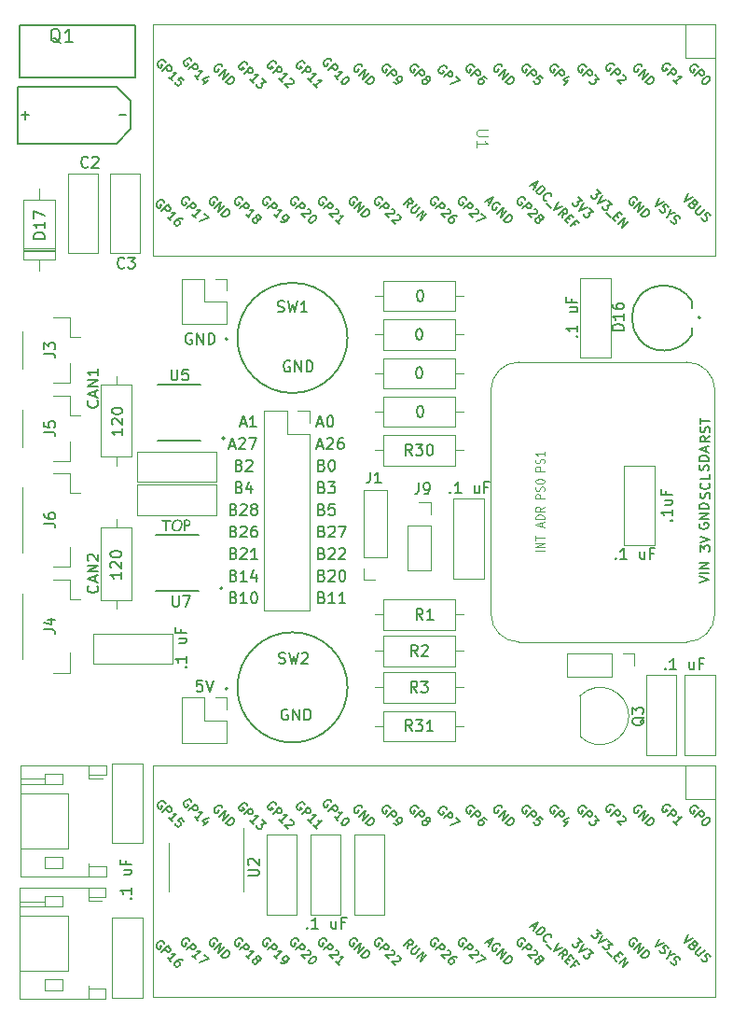
<source format=gbr>
%TF.GenerationSoftware,KiCad,Pcbnew,7.0.7*%
%TF.CreationDate,2024-02-01T11:26:11-05:00*%
%TF.ProjectId,ROSE-PILK_v1,524f5345-2d50-4494-9c4b-5f76312e6b69,rev?*%
%TF.SameCoordinates,Original*%
%TF.FileFunction,Legend,Top*%
%TF.FilePolarity,Positive*%
%FSLAX46Y46*%
G04 Gerber Fmt 4.6, Leading zero omitted, Abs format (unit mm)*
G04 Created by KiCad (PCBNEW 7.0.7) date 2024-02-01 11:26:11*
%MOMM*%
%LPD*%
G01*
G04 APERTURE LIST*
%ADD10C,0.150000*%
%ADD11C,0.097536*%
%ADD12C,0.142240*%
%ADD13C,0.100000*%
%ADD14C,0.120000*%
%ADD15C,0.050000*%
%ADD16C,0.127000*%
%ADD17C,0.200000*%
G04 APERTURE END LIST*
D10*
X176170112Y-107846009D02*
X176312969Y-107893628D01*
X176312969Y-107893628D02*
X176360588Y-107941247D01*
X176360588Y-107941247D02*
X176408207Y-108036485D01*
X176408207Y-108036485D02*
X176408207Y-108179342D01*
X176408207Y-108179342D02*
X176360588Y-108274580D01*
X176360588Y-108274580D02*
X176312969Y-108322200D01*
X176312969Y-108322200D02*
X176217731Y-108369819D01*
X176217731Y-108369819D02*
X175836779Y-108369819D01*
X175836779Y-108369819D02*
X175836779Y-107369819D01*
X175836779Y-107369819D02*
X176170112Y-107369819D01*
X176170112Y-107369819D02*
X176265350Y-107417438D01*
X176265350Y-107417438D02*
X176312969Y-107465057D01*
X176312969Y-107465057D02*
X176360588Y-107560295D01*
X176360588Y-107560295D02*
X176360588Y-107655533D01*
X176360588Y-107655533D02*
X176312969Y-107750771D01*
X176312969Y-107750771D02*
X176265350Y-107798390D01*
X176265350Y-107798390D02*
X176170112Y-107846009D01*
X176170112Y-107846009D02*
X175836779Y-107846009D01*
X177360588Y-108369819D02*
X176789160Y-108369819D01*
X177074874Y-108369819D02*
X177074874Y-107369819D01*
X177074874Y-107369819D02*
X176979636Y-107512676D01*
X176979636Y-107512676D02*
X176884398Y-107607914D01*
X176884398Y-107607914D02*
X176789160Y-107655533D01*
X178312969Y-108369819D02*
X177741541Y-108369819D01*
X178027255Y-108369819D02*
X178027255Y-107369819D01*
X178027255Y-107369819D02*
X177932017Y-107512676D01*
X177932017Y-107512676D02*
X177836779Y-107607914D01*
X177836779Y-107607914D02*
X177741541Y-107655533D01*
X168170112Y-105846009D02*
X168312969Y-105893628D01*
X168312969Y-105893628D02*
X168360588Y-105941247D01*
X168360588Y-105941247D02*
X168408207Y-106036485D01*
X168408207Y-106036485D02*
X168408207Y-106179342D01*
X168408207Y-106179342D02*
X168360588Y-106274580D01*
X168360588Y-106274580D02*
X168312969Y-106322200D01*
X168312969Y-106322200D02*
X168217731Y-106369819D01*
X168217731Y-106369819D02*
X167836779Y-106369819D01*
X167836779Y-106369819D02*
X167836779Y-105369819D01*
X167836779Y-105369819D02*
X168170112Y-105369819D01*
X168170112Y-105369819D02*
X168265350Y-105417438D01*
X168265350Y-105417438D02*
X168312969Y-105465057D01*
X168312969Y-105465057D02*
X168360588Y-105560295D01*
X168360588Y-105560295D02*
X168360588Y-105655533D01*
X168360588Y-105655533D02*
X168312969Y-105750771D01*
X168312969Y-105750771D02*
X168265350Y-105798390D01*
X168265350Y-105798390D02*
X168170112Y-105846009D01*
X168170112Y-105846009D02*
X167836779Y-105846009D01*
X169360588Y-106369819D02*
X168789160Y-106369819D01*
X169074874Y-106369819D02*
X169074874Y-105369819D01*
X169074874Y-105369819D02*
X168979636Y-105512676D01*
X168979636Y-105512676D02*
X168884398Y-105607914D01*
X168884398Y-105607914D02*
X168789160Y-105655533D01*
X170217731Y-105703152D02*
X170217731Y-106369819D01*
X169979636Y-105322200D02*
X169741541Y-106036485D01*
X169741541Y-106036485D02*
X170360588Y-106036485D01*
X199274580Y-84163220D02*
X199322200Y-84115601D01*
X199322200Y-84115601D02*
X199369819Y-84163220D01*
X199369819Y-84163220D02*
X199322200Y-84210839D01*
X199322200Y-84210839D02*
X199274580Y-84163220D01*
X199274580Y-84163220D02*
X199369819Y-84163220D01*
X199369819Y-83163221D02*
X199369819Y-83734649D01*
X199369819Y-83448935D02*
X198369819Y-83448935D01*
X198369819Y-83448935D02*
X198512676Y-83544173D01*
X198512676Y-83544173D02*
X198607914Y-83639411D01*
X198607914Y-83639411D02*
X198655533Y-83734649D01*
X198703152Y-81544173D02*
X199369819Y-81544173D01*
X198703152Y-81972744D02*
X199226961Y-81972744D01*
X199226961Y-81972744D02*
X199322200Y-81925125D01*
X199322200Y-81925125D02*
X199369819Y-81829887D01*
X199369819Y-81829887D02*
X199369819Y-81687030D01*
X199369819Y-81687030D02*
X199322200Y-81591792D01*
X199322200Y-81591792D02*
X199274580Y-81544173D01*
X198846009Y-80734649D02*
X198846009Y-81067982D01*
X199369819Y-81067982D02*
X198369819Y-81067982D01*
X198369819Y-81067982D02*
X198369819Y-80591792D01*
X168670112Y-95846009D02*
X168812969Y-95893628D01*
X168812969Y-95893628D02*
X168860588Y-95941247D01*
X168860588Y-95941247D02*
X168908207Y-96036485D01*
X168908207Y-96036485D02*
X168908207Y-96179342D01*
X168908207Y-96179342D02*
X168860588Y-96274580D01*
X168860588Y-96274580D02*
X168812969Y-96322200D01*
X168812969Y-96322200D02*
X168717731Y-96369819D01*
X168717731Y-96369819D02*
X168336779Y-96369819D01*
X168336779Y-96369819D02*
X168336779Y-95369819D01*
X168336779Y-95369819D02*
X168670112Y-95369819D01*
X168670112Y-95369819D02*
X168765350Y-95417438D01*
X168765350Y-95417438D02*
X168812969Y-95465057D01*
X168812969Y-95465057D02*
X168860588Y-95560295D01*
X168860588Y-95560295D02*
X168860588Y-95655533D01*
X168860588Y-95655533D02*
X168812969Y-95750771D01*
X168812969Y-95750771D02*
X168765350Y-95798390D01*
X168765350Y-95798390D02*
X168670112Y-95846009D01*
X168670112Y-95846009D02*
X168336779Y-95846009D01*
X169289160Y-95465057D02*
X169336779Y-95417438D01*
X169336779Y-95417438D02*
X169432017Y-95369819D01*
X169432017Y-95369819D02*
X169670112Y-95369819D01*
X169670112Y-95369819D02*
X169765350Y-95417438D01*
X169765350Y-95417438D02*
X169812969Y-95465057D01*
X169812969Y-95465057D02*
X169860588Y-95560295D01*
X169860588Y-95560295D02*
X169860588Y-95655533D01*
X169860588Y-95655533D02*
X169812969Y-95798390D01*
X169812969Y-95798390D02*
X169241541Y-96369819D01*
X169241541Y-96369819D02*
X169860588Y-96369819D01*
X155774580Y-106791792D02*
X155822200Y-106839411D01*
X155822200Y-106839411D02*
X155869819Y-106982268D01*
X155869819Y-106982268D02*
X155869819Y-107077506D01*
X155869819Y-107077506D02*
X155822200Y-107220363D01*
X155822200Y-107220363D02*
X155726961Y-107315601D01*
X155726961Y-107315601D02*
X155631723Y-107363220D01*
X155631723Y-107363220D02*
X155441247Y-107410839D01*
X155441247Y-107410839D02*
X155298390Y-107410839D01*
X155298390Y-107410839D02*
X155107914Y-107363220D01*
X155107914Y-107363220D02*
X155012676Y-107315601D01*
X155012676Y-107315601D02*
X154917438Y-107220363D01*
X154917438Y-107220363D02*
X154869819Y-107077506D01*
X154869819Y-107077506D02*
X154869819Y-106982268D01*
X154869819Y-106982268D02*
X154917438Y-106839411D01*
X154917438Y-106839411D02*
X154965057Y-106791792D01*
X155584104Y-106410839D02*
X155584104Y-105934649D01*
X155869819Y-106506077D02*
X154869819Y-106172744D01*
X154869819Y-106172744D02*
X155869819Y-105839411D01*
X155869819Y-105506077D02*
X154869819Y-105506077D01*
X154869819Y-105506077D02*
X155869819Y-104934649D01*
X155869819Y-104934649D02*
X154869819Y-104934649D01*
X154965057Y-104506077D02*
X154917438Y-104458458D01*
X154917438Y-104458458D02*
X154869819Y-104363220D01*
X154869819Y-104363220D02*
X154869819Y-104125125D01*
X154869819Y-104125125D02*
X154917438Y-104029887D01*
X154917438Y-104029887D02*
X154965057Y-103982268D01*
X154965057Y-103982268D02*
X155060295Y-103934649D01*
X155060295Y-103934649D02*
X155155533Y-103934649D01*
X155155533Y-103934649D02*
X155298390Y-103982268D01*
X155298390Y-103982268D02*
X155869819Y-104553696D01*
X155869819Y-104553696D02*
X155869819Y-103934649D01*
X176170112Y-95846009D02*
X176312969Y-95893628D01*
X176312969Y-95893628D02*
X176360588Y-95941247D01*
X176360588Y-95941247D02*
X176408207Y-96036485D01*
X176408207Y-96036485D02*
X176408207Y-96179342D01*
X176408207Y-96179342D02*
X176360588Y-96274580D01*
X176360588Y-96274580D02*
X176312969Y-96322200D01*
X176312969Y-96322200D02*
X176217731Y-96369819D01*
X176217731Y-96369819D02*
X175836779Y-96369819D01*
X175836779Y-96369819D02*
X175836779Y-95369819D01*
X175836779Y-95369819D02*
X176170112Y-95369819D01*
X176170112Y-95369819D02*
X176265350Y-95417438D01*
X176265350Y-95417438D02*
X176312969Y-95465057D01*
X176312969Y-95465057D02*
X176360588Y-95560295D01*
X176360588Y-95560295D02*
X176360588Y-95655533D01*
X176360588Y-95655533D02*
X176312969Y-95750771D01*
X176312969Y-95750771D02*
X176265350Y-95798390D01*
X176265350Y-95798390D02*
X176170112Y-95846009D01*
X176170112Y-95846009D02*
X175836779Y-95846009D01*
X177027255Y-95369819D02*
X177122493Y-95369819D01*
X177122493Y-95369819D02*
X177217731Y-95417438D01*
X177217731Y-95417438D02*
X177265350Y-95465057D01*
X177265350Y-95465057D02*
X177312969Y-95560295D01*
X177312969Y-95560295D02*
X177360588Y-95750771D01*
X177360588Y-95750771D02*
X177360588Y-95988866D01*
X177360588Y-95988866D02*
X177312969Y-96179342D01*
X177312969Y-96179342D02*
X177265350Y-96274580D01*
X177265350Y-96274580D02*
X177217731Y-96322200D01*
X177217731Y-96322200D02*
X177122493Y-96369819D01*
X177122493Y-96369819D02*
X177027255Y-96369819D01*
X177027255Y-96369819D02*
X176932017Y-96322200D01*
X176932017Y-96322200D02*
X176884398Y-96274580D01*
X176884398Y-96274580D02*
X176836779Y-96179342D01*
X176836779Y-96179342D02*
X176789160Y-95988866D01*
X176789160Y-95988866D02*
X176789160Y-95750771D01*
X176789160Y-95750771D02*
X176836779Y-95560295D01*
X176836779Y-95560295D02*
X176884398Y-95465057D01*
X176884398Y-95465057D02*
X176932017Y-95417438D01*
X176932017Y-95417438D02*
X177027255Y-95369819D01*
X176170112Y-103846009D02*
X176312969Y-103893628D01*
X176312969Y-103893628D02*
X176360588Y-103941247D01*
X176360588Y-103941247D02*
X176408207Y-104036485D01*
X176408207Y-104036485D02*
X176408207Y-104179342D01*
X176408207Y-104179342D02*
X176360588Y-104274580D01*
X176360588Y-104274580D02*
X176312969Y-104322200D01*
X176312969Y-104322200D02*
X176217731Y-104369819D01*
X176217731Y-104369819D02*
X175836779Y-104369819D01*
X175836779Y-104369819D02*
X175836779Y-103369819D01*
X175836779Y-103369819D02*
X176170112Y-103369819D01*
X176170112Y-103369819D02*
X176265350Y-103417438D01*
X176265350Y-103417438D02*
X176312969Y-103465057D01*
X176312969Y-103465057D02*
X176360588Y-103560295D01*
X176360588Y-103560295D02*
X176360588Y-103655533D01*
X176360588Y-103655533D02*
X176312969Y-103750771D01*
X176312969Y-103750771D02*
X176265350Y-103798390D01*
X176265350Y-103798390D02*
X176170112Y-103846009D01*
X176170112Y-103846009D02*
X175836779Y-103846009D01*
X176789160Y-103465057D02*
X176836779Y-103417438D01*
X176836779Y-103417438D02*
X176932017Y-103369819D01*
X176932017Y-103369819D02*
X177170112Y-103369819D01*
X177170112Y-103369819D02*
X177265350Y-103417438D01*
X177265350Y-103417438D02*
X177312969Y-103465057D01*
X177312969Y-103465057D02*
X177360588Y-103560295D01*
X177360588Y-103560295D02*
X177360588Y-103655533D01*
X177360588Y-103655533D02*
X177312969Y-103798390D01*
X177312969Y-103798390D02*
X176741541Y-104369819D01*
X176741541Y-104369819D02*
X177360588Y-104369819D01*
X177741541Y-103465057D02*
X177789160Y-103417438D01*
X177789160Y-103417438D02*
X177884398Y-103369819D01*
X177884398Y-103369819D02*
X178122493Y-103369819D01*
X178122493Y-103369819D02*
X178217731Y-103417438D01*
X178217731Y-103417438D02*
X178265350Y-103465057D01*
X178265350Y-103465057D02*
X178312969Y-103560295D01*
X178312969Y-103560295D02*
X178312969Y-103655533D01*
X178312969Y-103655533D02*
X178265350Y-103798390D01*
X178265350Y-103798390D02*
X177693922Y-104369819D01*
X177693922Y-104369819D02*
X178312969Y-104369819D01*
X168789160Y-92084104D02*
X169265350Y-92084104D01*
X168693922Y-92369819D02*
X169027255Y-91369819D01*
X169027255Y-91369819D02*
X169360588Y-92369819D01*
X170217731Y-92369819D02*
X169646303Y-92369819D01*
X169932017Y-92369819D02*
X169932017Y-91369819D01*
X169932017Y-91369819D02*
X169836779Y-91512676D01*
X169836779Y-91512676D02*
X169741541Y-91607914D01*
X169741541Y-91607914D02*
X169646303Y-91655533D01*
X175789160Y-92084104D02*
X176265350Y-92084104D01*
X175693922Y-92369819D02*
X176027255Y-91369819D01*
X176027255Y-91369819D02*
X176360588Y-92369819D01*
X176884398Y-91369819D02*
X176979636Y-91369819D01*
X176979636Y-91369819D02*
X177074874Y-91417438D01*
X177074874Y-91417438D02*
X177122493Y-91465057D01*
X177122493Y-91465057D02*
X177170112Y-91560295D01*
X177170112Y-91560295D02*
X177217731Y-91750771D01*
X177217731Y-91750771D02*
X177217731Y-91988866D01*
X177217731Y-91988866D02*
X177170112Y-92179342D01*
X177170112Y-92179342D02*
X177122493Y-92274580D01*
X177122493Y-92274580D02*
X177074874Y-92322200D01*
X177074874Y-92322200D02*
X176979636Y-92369819D01*
X176979636Y-92369819D02*
X176884398Y-92369819D01*
X176884398Y-92369819D02*
X176789160Y-92322200D01*
X176789160Y-92322200D02*
X176741541Y-92274580D01*
X176741541Y-92274580D02*
X176693922Y-92179342D01*
X176693922Y-92179342D02*
X176646303Y-91988866D01*
X176646303Y-91988866D02*
X176646303Y-91750771D01*
X176646303Y-91750771D02*
X176693922Y-91560295D01*
X176693922Y-91560295D02*
X176741541Y-91465057D01*
X176741541Y-91465057D02*
X176789160Y-91417438D01*
X176789160Y-91417438D02*
X176884398Y-91369819D01*
X176170112Y-101846009D02*
X176312969Y-101893628D01*
X176312969Y-101893628D02*
X176360588Y-101941247D01*
X176360588Y-101941247D02*
X176408207Y-102036485D01*
X176408207Y-102036485D02*
X176408207Y-102179342D01*
X176408207Y-102179342D02*
X176360588Y-102274580D01*
X176360588Y-102274580D02*
X176312969Y-102322200D01*
X176312969Y-102322200D02*
X176217731Y-102369819D01*
X176217731Y-102369819D02*
X175836779Y-102369819D01*
X175836779Y-102369819D02*
X175836779Y-101369819D01*
X175836779Y-101369819D02*
X176170112Y-101369819D01*
X176170112Y-101369819D02*
X176265350Y-101417438D01*
X176265350Y-101417438D02*
X176312969Y-101465057D01*
X176312969Y-101465057D02*
X176360588Y-101560295D01*
X176360588Y-101560295D02*
X176360588Y-101655533D01*
X176360588Y-101655533D02*
X176312969Y-101750771D01*
X176312969Y-101750771D02*
X176265350Y-101798390D01*
X176265350Y-101798390D02*
X176170112Y-101846009D01*
X176170112Y-101846009D02*
X175836779Y-101846009D01*
X176789160Y-101465057D02*
X176836779Y-101417438D01*
X176836779Y-101417438D02*
X176932017Y-101369819D01*
X176932017Y-101369819D02*
X177170112Y-101369819D01*
X177170112Y-101369819D02*
X177265350Y-101417438D01*
X177265350Y-101417438D02*
X177312969Y-101465057D01*
X177312969Y-101465057D02*
X177360588Y-101560295D01*
X177360588Y-101560295D02*
X177360588Y-101655533D01*
X177360588Y-101655533D02*
X177312969Y-101798390D01*
X177312969Y-101798390D02*
X176741541Y-102369819D01*
X176741541Y-102369819D02*
X177360588Y-102369819D01*
X177693922Y-101369819D02*
X178360588Y-101369819D01*
X178360588Y-101369819D02*
X177932017Y-102369819D01*
X175789160Y-94084104D02*
X176265350Y-94084104D01*
X175693922Y-94369819D02*
X176027255Y-93369819D01*
X176027255Y-93369819D02*
X176360588Y-94369819D01*
X176646303Y-93465057D02*
X176693922Y-93417438D01*
X176693922Y-93417438D02*
X176789160Y-93369819D01*
X176789160Y-93369819D02*
X177027255Y-93369819D01*
X177027255Y-93369819D02*
X177122493Y-93417438D01*
X177122493Y-93417438D02*
X177170112Y-93465057D01*
X177170112Y-93465057D02*
X177217731Y-93560295D01*
X177217731Y-93560295D02*
X177217731Y-93655533D01*
X177217731Y-93655533D02*
X177170112Y-93798390D01*
X177170112Y-93798390D02*
X176598684Y-94369819D01*
X176598684Y-94369819D02*
X177217731Y-94369819D01*
X178074874Y-93369819D02*
X177884398Y-93369819D01*
X177884398Y-93369819D02*
X177789160Y-93417438D01*
X177789160Y-93417438D02*
X177741541Y-93465057D01*
X177741541Y-93465057D02*
X177646303Y-93607914D01*
X177646303Y-93607914D02*
X177598684Y-93798390D01*
X177598684Y-93798390D02*
X177598684Y-94179342D01*
X177598684Y-94179342D02*
X177646303Y-94274580D01*
X177646303Y-94274580D02*
X177693922Y-94322200D01*
X177693922Y-94322200D02*
X177789160Y-94369819D01*
X177789160Y-94369819D02*
X177979636Y-94369819D01*
X177979636Y-94369819D02*
X178074874Y-94322200D01*
X178074874Y-94322200D02*
X178122493Y-94274580D01*
X178122493Y-94274580D02*
X178170112Y-94179342D01*
X178170112Y-94179342D02*
X178170112Y-93941247D01*
X178170112Y-93941247D02*
X178122493Y-93846009D01*
X178122493Y-93846009D02*
X178074874Y-93798390D01*
X178074874Y-93798390D02*
X177979636Y-93750771D01*
X177979636Y-93750771D02*
X177789160Y-93750771D01*
X177789160Y-93750771D02*
X177693922Y-93798390D01*
X177693922Y-93798390D02*
X177646303Y-93846009D01*
X177646303Y-93846009D02*
X177598684Y-93941247D01*
X164360588Y-83917438D02*
X164265350Y-83869819D01*
X164265350Y-83869819D02*
X164122493Y-83869819D01*
X164122493Y-83869819D02*
X163979636Y-83917438D01*
X163979636Y-83917438D02*
X163884398Y-84012676D01*
X163884398Y-84012676D02*
X163836779Y-84107914D01*
X163836779Y-84107914D02*
X163789160Y-84298390D01*
X163789160Y-84298390D02*
X163789160Y-84441247D01*
X163789160Y-84441247D02*
X163836779Y-84631723D01*
X163836779Y-84631723D02*
X163884398Y-84726961D01*
X163884398Y-84726961D02*
X163979636Y-84822200D01*
X163979636Y-84822200D02*
X164122493Y-84869819D01*
X164122493Y-84869819D02*
X164217731Y-84869819D01*
X164217731Y-84869819D02*
X164360588Y-84822200D01*
X164360588Y-84822200D02*
X164408207Y-84774580D01*
X164408207Y-84774580D02*
X164408207Y-84441247D01*
X164408207Y-84441247D02*
X164217731Y-84441247D01*
X164836779Y-84869819D02*
X164836779Y-83869819D01*
X164836779Y-83869819D02*
X165408207Y-84869819D01*
X165408207Y-84869819D02*
X165408207Y-83869819D01*
X165884398Y-84869819D02*
X165884398Y-83869819D01*
X165884398Y-83869819D02*
X166122493Y-83869819D01*
X166122493Y-83869819D02*
X166265350Y-83917438D01*
X166265350Y-83917438D02*
X166360588Y-84012676D01*
X166360588Y-84012676D02*
X166408207Y-84107914D01*
X166408207Y-84107914D02*
X166455826Y-84298390D01*
X166455826Y-84298390D02*
X166455826Y-84441247D01*
X166455826Y-84441247D02*
X166408207Y-84631723D01*
X166408207Y-84631723D02*
X166360588Y-84726961D01*
X166360588Y-84726961D02*
X166265350Y-84822200D01*
X166265350Y-84822200D02*
X166122493Y-84869819D01*
X166122493Y-84869819D02*
X165884398Y-84869819D01*
X187836779Y-98274580D02*
X187884398Y-98322200D01*
X187884398Y-98322200D02*
X187836779Y-98369819D01*
X187836779Y-98369819D02*
X187789160Y-98322200D01*
X187789160Y-98322200D02*
X187836779Y-98274580D01*
X187836779Y-98274580D02*
X187836779Y-98369819D01*
X188836778Y-98369819D02*
X188265350Y-98369819D01*
X188551064Y-98369819D02*
X188551064Y-97369819D01*
X188551064Y-97369819D02*
X188455826Y-97512676D01*
X188455826Y-97512676D02*
X188360588Y-97607914D01*
X188360588Y-97607914D02*
X188265350Y-97655533D01*
X190455826Y-97703152D02*
X190455826Y-98369819D01*
X190027255Y-97703152D02*
X190027255Y-98226961D01*
X190027255Y-98226961D02*
X190074874Y-98322200D01*
X190074874Y-98322200D02*
X190170112Y-98369819D01*
X190170112Y-98369819D02*
X190312969Y-98369819D01*
X190312969Y-98369819D02*
X190408207Y-98322200D01*
X190408207Y-98322200D02*
X190455826Y-98274580D01*
X191265350Y-97846009D02*
X190932017Y-97846009D01*
X190932017Y-98369819D02*
X190932017Y-97369819D01*
X190932017Y-97369819D02*
X191408207Y-97369819D01*
X185047255Y-90469819D02*
X185142493Y-90469819D01*
X185142493Y-90469819D02*
X185237731Y-90517438D01*
X185237731Y-90517438D02*
X185285350Y-90565057D01*
X185285350Y-90565057D02*
X185332969Y-90660295D01*
X185332969Y-90660295D02*
X185380588Y-90850771D01*
X185380588Y-90850771D02*
X185380588Y-91088866D01*
X185380588Y-91088866D02*
X185332969Y-91279342D01*
X185332969Y-91279342D02*
X185285350Y-91374580D01*
X185285350Y-91374580D02*
X185237731Y-91422200D01*
X185237731Y-91422200D02*
X185142493Y-91469819D01*
X185142493Y-91469819D02*
X185047255Y-91469819D01*
X185047255Y-91469819D02*
X184952017Y-91422200D01*
X184952017Y-91422200D02*
X184904398Y-91374580D01*
X184904398Y-91374580D02*
X184856779Y-91279342D01*
X184856779Y-91279342D02*
X184809160Y-91088866D01*
X184809160Y-91088866D02*
X184809160Y-90850771D01*
X184809160Y-90850771D02*
X184856779Y-90660295D01*
X184856779Y-90660295D02*
X184904398Y-90565057D01*
X184904398Y-90565057D02*
X184952017Y-90517438D01*
X184952017Y-90517438D02*
X185047255Y-90469819D01*
X176170112Y-97846009D02*
X176312969Y-97893628D01*
X176312969Y-97893628D02*
X176360588Y-97941247D01*
X176360588Y-97941247D02*
X176408207Y-98036485D01*
X176408207Y-98036485D02*
X176408207Y-98179342D01*
X176408207Y-98179342D02*
X176360588Y-98274580D01*
X176360588Y-98274580D02*
X176312969Y-98322200D01*
X176312969Y-98322200D02*
X176217731Y-98369819D01*
X176217731Y-98369819D02*
X175836779Y-98369819D01*
X175836779Y-98369819D02*
X175836779Y-97369819D01*
X175836779Y-97369819D02*
X176170112Y-97369819D01*
X176170112Y-97369819D02*
X176265350Y-97417438D01*
X176265350Y-97417438D02*
X176312969Y-97465057D01*
X176312969Y-97465057D02*
X176360588Y-97560295D01*
X176360588Y-97560295D02*
X176360588Y-97655533D01*
X176360588Y-97655533D02*
X176312969Y-97750771D01*
X176312969Y-97750771D02*
X176265350Y-97798390D01*
X176265350Y-97798390D02*
X176170112Y-97846009D01*
X176170112Y-97846009D02*
X175836779Y-97846009D01*
X176741541Y-97369819D02*
X177360588Y-97369819D01*
X177360588Y-97369819D02*
X177027255Y-97750771D01*
X177027255Y-97750771D02*
X177170112Y-97750771D01*
X177170112Y-97750771D02*
X177265350Y-97798390D01*
X177265350Y-97798390D02*
X177312969Y-97846009D01*
X177312969Y-97846009D02*
X177360588Y-97941247D01*
X177360588Y-97941247D02*
X177360588Y-98179342D01*
X177360588Y-98179342D02*
X177312969Y-98274580D01*
X177312969Y-98274580D02*
X177265350Y-98322200D01*
X177265350Y-98322200D02*
X177170112Y-98369819D01*
X177170112Y-98369819D02*
X176884398Y-98369819D01*
X176884398Y-98369819D02*
X176789160Y-98322200D01*
X176789160Y-98322200D02*
X176741541Y-98274580D01*
X165312969Y-115369819D02*
X164836779Y-115369819D01*
X164836779Y-115369819D02*
X164789160Y-115846009D01*
X164789160Y-115846009D02*
X164836779Y-115798390D01*
X164836779Y-115798390D02*
X164932017Y-115750771D01*
X164932017Y-115750771D02*
X165170112Y-115750771D01*
X165170112Y-115750771D02*
X165265350Y-115798390D01*
X165265350Y-115798390D02*
X165312969Y-115846009D01*
X165312969Y-115846009D02*
X165360588Y-115941247D01*
X165360588Y-115941247D02*
X165360588Y-116179342D01*
X165360588Y-116179342D02*
X165312969Y-116274580D01*
X165312969Y-116274580D02*
X165265350Y-116322200D01*
X165265350Y-116322200D02*
X165170112Y-116369819D01*
X165170112Y-116369819D02*
X164932017Y-116369819D01*
X164932017Y-116369819D02*
X164836779Y-116322200D01*
X164836779Y-116322200D02*
X164789160Y-116274580D01*
X165646303Y-115369819D02*
X165979636Y-116369819D01*
X165979636Y-116369819D02*
X166312969Y-115369819D01*
X155774580Y-89991792D02*
X155822200Y-90039411D01*
X155822200Y-90039411D02*
X155869819Y-90182268D01*
X155869819Y-90182268D02*
X155869819Y-90277506D01*
X155869819Y-90277506D02*
X155822200Y-90420363D01*
X155822200Y-90420363D02*
X155726961Y-90515601D01*
X155726961Y-90515601D02*
X155631723Y-90563220D01*
X155631723Y-90563220D02*
X155441247Y-90610839D01*
X155441247Y-90610839D02*
X155298390Y-90610839D01*
X155298390Y-90610839D02*
X155107914Y-90563220D01*
X155107914Y-90563220D02*
X155012676Y-90515601D01*
X155012676Y-90515601D02*
X154917438Y-90420363D01*
X154917438Y-90420363D02*
X154869819Y-90277506D01*
X154869819Y-90277506D02*
X154869819Y-90182268D01*
X154869819Y-90182268D02*
X154917438Y-90039411D01*
X154917438Y-90039411D02*
X154965057Y-89991792D01*
X155584104Y-89610839D02*
X155584104Y-89134649D01*
X155869819Y-89706077D02*
X154869819Y-89372744D01*
X154869819Y-89372744D02*
X155869819Y-89039411D01*
X155869819Y-88706077D02*
X154869819Y-88706077D01*
X154869819Y-88706077D02*
X155869819Y-88134649D01*
X155869819Y-88134649D02*
X154869819Y-88134649D01*
X155869819Y-87134649D02*
X155869819Y-87706077D01*
X155869819Y-87420363D02*
X154869819Y-87420363D01*
X154869819Y-87420363D02*
X155012676Y-87515601D01*
X155012676Y-87515601D02*
X155107914Y-87610839D01*
X155107914Y-87610839D02*
X155155533Y-87706077D01*
X184947255Y-86969819D02*
X185042493Y-86969819D01*
X185042493Y-86969819D02*
X185137731Y-87017438D01*
X185137731Y-87017438D02*
X185185350Y-87065057D01*
X185185350Y-87065057D02*
X185232969Y-87160295D01*
X185232969Y-87160295D02*
X185280588Y-87350771D01*
X185280588Y-87350771D02*
X185280588Y-87588866D01*
X185280588Y-87588866D02*
X185232969Y-87779342D01*
X185232969Y-87779342D02*
X185185350Y-87874580D01*
X185185350Y-87874580D02*
X185137731Y-87922200D01*
X185137731Y-87922200D02*
X185042493Y-87969819D01*
X185042493Y-87969819D02*
X184947255Y-87969819D01*
X184947255Y-87969819D02*
X184852017Y-87922200D01*
X184852017Y-87922200D02*
X184804398Y-87874580D01*
X184804398Y-87874580D02*
X184756779Y-87779342D01*
X184756779Y-87779342D02*
X184709160Y-87588866D01*
X184709160Y-87588866D02*
X184709160Y-87350771D01*
X184709160Y-87350771D02*
X184756779Y-87160295D01*
X184756779Y-87160295D02*
X184804398Y-87065057D01*
X184804398Y-87065057D02*
X184852017Y-87017438D01*
X184852017Y-87017438D02*
X184947255Y-86969819D01*
X168170112Y-101846009D02*
X168312969Y-101893628D01*
X168312969Y-101893628D02*
X168360588Y-101941247D01*
X168360588Y-101941247D02*
X168408207Y-102036485D01*
X168408207Y-102036485D02*
X168408207Y-102179342D01*
X168408207Y-102179342D02*
X168360588Y-102274580D01*
X168360588Y-102274580D02*
X168312969Y-102322200D01*
X168312969Y-102322200D02*
X168217731Y-102369819D01*
X168217731Y-102369819D02*
X167836779Y-102369819D01*
X167836779Y-102369819D02*
X167836779Y-101369819D01*
X167836779Y-101369819D02*
X168170112Y-101369819D01*
X168170112Y-101369819D02*
X168265350Y-101417438D01*
X168265350Y-101417438D02*
X168312969Y-101465057D01*
X168312969Y-101465057D02*
X168360588Y-101560295D01*
X168360588Y-101560295D02*
X168360588Y-101655533D01*
X168360588Y-101655533D02*
X168312969Y-101750771D01*
X168312969Y-101750771D02*
X168265350Y-101798390D01*
X168265350Y-101798390D02*
X168170112Y-101846009D01*
X168170112Y-101846009D02*
X167836779Y-101846009D01*
X168789160Y-101465057D02*
X168836779Y-101417438D01*
X168836779Y-101417438D02*
X168932017Y-101369819D01*
X168932017Y-101369819D02*
X169170112Y-101369819D01*
X169170112Y-101369819D02*
X169265350Y-101417438D01*
X169265350Y-101417438D02*
X169312969Y-101465057D01*
X169312969Y-101465057D02*
X169360588Y-101560295D01*
X169360588Y-101560295D02*
X169360588Y-101655533D01*
X169360588Y-101655533D02*
X169312969Y-101798390D01*
X169312969Y-101798390D02*
X168741541Y-102369819D01*
X168741541Y-102369819D02*
X169360588Y-102369819D01*
X170217731Y-101369819D02*
X170027255Y-101369819D01*
X170027255Y-101369819D02*
X169932017Y-101417438D01*
X169932017Y-101417438D02*
X169884398Y-101465057D01*
X169884398Y-101465057D02*
X169789160Y-101607914D01*
X169789160Y-101607914D02*
X169741541Y-101798390D01*
X169741541Y-101798390D02*
X169741541Y-102179342D01*
X169741541Y-102179342D02*
X169789160Y-102274580D01*
X169789160Y-102274580D02*
X169836779Y-102322200D01*
X169836779Y-102322200D02*
X169932017Y-102369819D01*
X169932017Y-102369819D02*
X170122493Y-102369819D01*
X170122493Y-102369819D02*
X170217731Y-102322200D01*
X170217731Y-102322200D02*
X170265350Y-102274580D01*
X170265350Y-102274580D02*
X170312969Y-102179342D01*
X170312969Y-102179342D02*
X170312969Y-101941247D01*
X170312969Y-101941247D02*
X170265350Y-101846009D01*
X170265350Y-101846009D02*
X170217731Y-101798390D01*
X170217731Y-101798390D02*
X170122493Y-101750771D01*
X170122493Y-101750771D02*
X169932017Y-101750771D01*
X169932017Y-101750771D02*
X169836779Y-101798390D01*
X169836779Y-101798390D02*
X169789160Y-101846009D01*
X169789160Y-101846009D02*
X169741541Y-101941247D01*
X184947255Y-83469819D02*
X185042493Y-83469819D01*
X185042493Y-83469819D02*
X185137731Y-83517438D01*
X185137731Y-83517438D02*
X185185350Y-83565057D01*
X185185350Y-83565057D02*
X185232969Y-83660295D01*
X185232969Y-83660295D02*
X185280588Y-83850771D01*
X185280588Y-83850771D02*
X185280588Y-84088866D01*
X185280588Y-84088866D02*
X185232969Y-84279342D01*
X185232969Y-84279342D02*
X185185350Y-84374580D01*
X185185350Y-84374580D02*
X185137731Y-84422200D01*
X185137731Y-84422200D02*
X185042493Y-84469819D01*
X185042493Y-84469819D02*
X184947255Y-84469819D01*
X184947255Y-84469819D02*
X184852017Y-84422200D01*
X184852017Y-84422200D02*
X184804398Y-84374580D01*
X184804398Y-84374580D02*
X184756779Y-84279342D01*
X184756779Y-84279342D02*
X184709160Y-84088866D01*
X184709160Y-84088866D02*
X184709160Y-83850771D01*
X184709160Y-83850771D02*
X184756779Y-83660295D01*
X184756779Y-83660295D02*
X184804398Y-83565057D01*
X184804398Y-83565057D02*
X184852017Y-83517438D01*
X184852017Y-83517438D02*
X184947255Y-83469819D01*
X174836779Y-137774580D02*
X174884398Y-137822200D01*
X174884398Y-137822200D02*
X174836779Y-137869819D01*
X174836779Y-137869819D02*
X174789160Y-137822200D01*
X174789160Y-137822200D02*
X174836779Y-137774580D01*
X174836779Y-137774580D02*
X174836779Y-137869819D01*
X175836778Y-137869819D02*
X175265350Y-137869819D01*
X175551064Y-137869819D02*
X175551064Y-136869819D01*
X175551064Y-136869819D02*
X175455826Y-137012676D01*
X175455826Y-137012676D02*
X175360588Y-137107914D01*
X175360588Y-137107914D02*
X175265350Y-137155533D01*
X177455826Y-137203152D02*
X177455826Y-137869819D01*
X177027255Y-137203152D02*
X177027255Y-137726961D01*
X177027255Y-137726961D02*
X177074874Y-137822200D01*
X177074874Y-137822200D02*
X177170112Y-137869819D01*
X177170112Y-137869819D02*
X177312969Y-137869819D01*
X177312969Y-137869819D02*
X177408207Y-137822200D01*
X177408207Y-137822200D02*
X177455826Y-137774580D01*
X178265350Y-137346009D02*
X177932017Y-137346009D01*
X177932017Y-137869819D02*
X177932017Y-136869819D01*
X177932017Y-136869819D02*
X178408207Y-136869819D01*
X168170112Y-99846009D02*
X168312969Y-99893628D01*
X168312969Y-99893628D02*
X168360588Y-99941247D01*
X168360588Y-99941247D02*
X168408207Y-100036485D01*
X168408207Y-100036485D02*
X168408207Y-100179342D01*
X168408207Y-100179342D02*
X168360588Y-100274580D01*
X168360588Y-100274580D02*
X168312969Y-100322200D01*
X168312969Y-100322200D02*
X168217731Y-100369819D01*
X168217731Y-100369819D02*
X167836779Y-100369819D01*
X167836779Y-100369819D02*
X167836779Y-99369819D01*
X167836779Y-99369819D02*
X168170112Y-99369819D01*
X168170112Y-99369819D02*
X168265350Y-99417438D01*
X168265350Y-99417438D02*
X168312969Y-99465057D01*
X168312969Y-99465057D02*
X168360588Y-99560295D01*
X168360588Y-99560295D02*
X168360588Y-99655533D01*
X168360588Y-99655533D02*
X168312969Y-99750771D01*
X168312969Y-99750771D02*
X168265350Y-99798390D01*
X168265350Y-99798390D02*
X168170112Y-99846009D01*
X168170112Y-99846009D02*
X167836779Y-99846009D01*
X168789160Y-99465057D02*
X168836779Y-99417438D01*
X168836779Y-99417438D02*
X168932017Y-99369819D01*
X168932017Y-99369819D02*
X169170112Y-99369819D01*
X169170112Y-99369819D02*
X169265350Y-99417438D01*
X169265350Y-99417438D02*
X169312969Y-99465057D01*
X169312969Y-99465057D02*
X169360588Y-99560295D01*
X169360588Y-99560295D02*
X169360588Y-99655533D01*
X169360588Y-99655533D02*
X169312969Y-99798390D01*
X169312969Y-99798390D02*
X168741541Y-100369819D01*
X168741541Y-100369819D02*
X169360588Y-100369819D01*
X169932017Y-99798390D02*
X169836779Y-99750771D01*
X169836779Y-99750771D02*
X169789160Y-99703152D01*
X169789160Y-99703152D02*
X169741541Y-99607914D01*
X169741541Y-99607914D02*
X169741541Y-99560295D01*
X169741541Y-99560295D02*
X169789160Y-99465057D01*
X169789160Y-99465057D02*
X169836779Y-99417438D01*
X169836779Y-99417438D02*
X169932017Y-99369819D01*
X169932017Y-99369819D02*
X170122493Y-99369819D01*
X170122493Y-99369819D02*
X170217731Y-99417438D01*
X170217731Y-99417438D02*
X170265350Y-99465057D01*
X170265350Y-99465057D02*
X170312969Y-99560295D01*
X170312969Y-99560295D02*
X170312969Y-99607914D01*
X170312969Y-99607914D02*
X170265350Y-99703152D01*
X170265350Y-99703152D02*
X170217731Y-99750771D01*
X170217731Y-99750771D02*
X170122493Y-99798390D01*
X170122493Y-99798390D02*
X169932017Y-99798390D01*
X169932017Y-99798390D02*
X169836779Y-99846009D01*
X169836779Y-99846009D02*
X169789160Y-99893628D01*
X169789160Y-99893628D02*
X169741541Y-99988866D01*
X169741541Y-99988866D02*
X169741541Y-100179342D01*
X169741541Y-100179342D02*
X169789160Y-100274580D01*
X169789160Y-100274580D02*
X169836779Y-100322200D01*
X169836779Y-100322200D02*
X169932017Y-100369819D01*
X169932017Y-100369819D02*
X170122493Y-100369819D01*
X170122493Y-100369819D02*
X170217731Y-100322200D01*
X170217731Y-100322200D02*
X170265350Y-100274580D01*
X170265350Y-100274580D02*
X170312969Y-100179342D01*
X170312969Y-100179342D02*
X170312969Y-99988866D01*
X170312969Y-99988866D02*
X170265350Y-99893628D01*
X170265350Y-99893628D02*
X170217731Y-99846009D01*
X170217731Y-99846009D02*
X170122493Y-99798390D01*
X158069819Y-92539411D02*
X158069819Y-93110839D01*
X158069819Y-92825125D02*
X157069819Y-92825125D01*
X157069819Y-92825125D02*
X157212676Y-92920363D01*
X157212676Y-92920363D02*
X157307914Y-93015601D01*
X157307914Y-93015601D02*
X157355533Y-93110839D01*
X157165057Y-92158458D02*
X157117438Y-92110839D01*
X157117438Y-92110839D02*
X157069819Y-92015601D01*
X157069819Y-92015601D02*
X157069819Y-91777506D01*
X157069819Y-91777506D02*
X157117438Y-91682268D01*
X157117438Y-91682268D02*
X157165057Y-91634649D01*
X157165057Y-91634649D02*
X157260295Y-91587030D01*
X157260295Y-91587030D02*
X157355533Y-91587030D01*
X157355533Y-91587030D02*
X157498390Y-91634649D01*
X157498390Y-91634649D02*
X158069819Y-92206077D01*
X158069819Y-92206077D02*
X158069819Y-91587030D01*
X157069819Y-90967982D02*
X157069819Y-90872744D01*
X157069819Y-90872744D02*
X157117438Y-90777506D01*
X157117438Y-90777506D02*
X157165057Y-90729887D01*
X157165057Y-90729887D02*
X157260295Y-90682268D01*
X157260295Y-90682268D02*
X157450771Y-90634649D01*
X157450771Y-90634649D02*
X157688866Y-90634649D01*
X157688866Y-90634649D02*
X157879342Y-90682268D01*
X157879342Y-90682268D02*
X157974580Y-90729887D01*
X157974580Y-90729887D02*
X158022200Y-90777506D01*
X158022200Y-90777506D02*
X158069819Y-90872744D01*
X158069819Y-90872744D02*
X158069819Y-90967982D01*
X158069819Y-90967982D02*
X158022200Y-91063220D01*
X158022200Y-91063220D02*
X157974580Y-91110839D01*
X157974580Y-91110839D02*
X157879342Y-91158458D01*
X157879342Y-91158458D02*
X157688866Y-91206077D01*
X157688866Y-91206077D02*
X157450771Y-91206077D01*
X157450771Y-91206077D02*
X157260295Y-91158458D01*
X157260295Y-91158458D02*
X157165057Y-91110839D01*
X157165057Y-91110839D02*
X157117438Y-91063220D01*
X157117438Y-91063220D02*
X157069819Y-90967982D01*
X158774580Y-135163220D02*
X158822200Y-135115601D01*
X158822200Y-135115601D02*
X158869819Y-135163220D01*
X158869819Y-135163220D02*
X158822200Y-135210839D01*
X158822200Y-135210839D02*
X158774580Y-135163220D01*
X158774580Y-135163220D02*
X158869819Y-135163220D01*
X158869819Y-134163221D02*
X158869819Y-134734649D01*
X158869819Y-134448935D02*
X157869819Y-134448935D01*
X157869819Y-134448935D02*
X158012676Y-134544173D01*
X158012676Y-134544173D02*
X158107914Y-134639411D01*
X158107914Y-134639411D02*
X158155533Y-134734649D01*
X158203152Y-132544173D02*
X158869819Y-132544173D01*
X158203152Y-132972744D02*
X158726961Y-132972744D01*
X158726961Y-132972744D02*
X158822200Y-132925125D01*
X158822200Y-132925125D02*
X158869819Y-132829887D01*
X158869819Y-132829887D02*
X158869819Y-132687030D01*
X158869819Y-132687030D02*
X158822200Y-132591792D01*
X158822200Y-132591792D02*
X158774580Y-132544173D01*
X158346009Y-131734649D02*
X158346009Y-132067982D01*
X158869819Y-132067982D02*
X157869819Y-132067982D01*
X157869819Y-132067982D02*
X157869819Y-131591792D01*
G36*
X162435694Y-100969776D02*
G01*
X162425683Y-100969703D01*
X162414702Y-100969484D01*
X162402751Y-100969119D01*
X162389830Y-100968608D01*
X162375938Y-100967952D01*
X162366138Y-100967433D01*
X162355906Y-100966849D01*
X162345243Y-100966200D01*
X162334149Y-100965486D01*
X162322624Y-100964708D01*
X162310668Y-100963864D01*
X162298280Y-100962956D01*
X162285461Y-100961983D01*
X162278890Y-100961472D01*
X162266200Y-100960558D01*
X162253897Y-100959709D01*
X162241982Y-100958925D01*
X162230454Y-100958205D01*
X162219313Y-100957551D01*
X162208559Y-100956961D01*
X162198193Y-100956436D01*
X162188215Y-100955976D01*
X162173973Y-100955408D01*
X162160603Y-100954986D01*
X162148104Y-100954710D01*
X162136477Y-100954580D01*
X162125722Y-100954595D01*
X162122330Y-100954633D01*
X162073482Y-100954633D01*
X162073783Y-100966780D01*
X162074199Y-100979836D01*
X162074730Y-100993800D01*
X162075375Y-101008672D01*
X162076134Y-101024452D01*
X162077008Y-101041141D01*
X162077996Y-101058738D01*
X162079099Y-101077243D01*
X162080317Y-101096657D01*
X162080968Y-101106704D01*
X162081649Y-101116978D01*
X162082357Y-101127480D01*
X162083095Y-101138208D01*
X162083861Y-101149164D01*
X162084656Y-101160347D01*
X162085479Y-101171756D01*
X162086331Y-101183393D01*
X162087212Y-101195257D01*
X162088121Y-101207348D01*
X162089059Y-101219666D01*
X162090025Y-101232211D01*
X162091020Y-101244983D01*
X162092044Y-101257983D01*
X162092976Y-101270125D01*
X162093878Y-101282096D01*
X162094750Y-101293896D01*
X162095593Y-101305526D01*
X162096407Y-101316985D01*
X162097190Y-101328273D01*
X162097945Y-101339391D01*
X162098669Y-101350337D01*
X162099364Y-101361113D01*
X162100030Y-101371718D01*
X162100666Y-101382152D01*
X162101272Y-101392416D01*
X162101849Y-101402508D01*
X162102396Y-101412430D01*
X162103401Y-101431762D01*
X162104289Y-101450410D01*
X162105058Y-101468375D01*
X162105708Y-101485657D01*
X162106241Y-101502256D01*
X162106655Y-101518172D01*
X162106951Y-101533405D01*
X162107128Y-101547954D01*
X162107187Y-101561821D01*
X162107421Y-101573355D01*
X162107993Y-101585101D01*
X162108733Y-101596202D01*
X162109711Y-101608495D01*
X162110665Y-101619188D01*
X162111772Y-101630645D01*
X162112072Y-101633628D01*
X162113217Y-101645287D01*
X162114209Y-101656205D01*
X162115049Y-101666384D01*
X162115884Y-101678065D01*
X162116480Y-101688590D01*
X162116881Y-101699692D01*
X162116957Y-101706168D01*
X162116720Y-101717449D01*
X162116010Y-101728333D01*
X162114827Y-101738821D01*
X162113171Y-101748911D01*
X162111042Y-101758604D01*
X162107714Y-101770163D01*
X162103648Y-101781101D01*
X162101814Y-101785303D01*
X162096658Y-101795779D01*
X162090838Y-101804858D01*
X162084354Y-101812540D01*
X162075316Y-101820179D01*
X162065239Y-101825635D01*
X162054126Y-101828908D01*
X162041974Y-101830000D01*
X162031905Y-101829330D01*
X162022214Y-101827320D01*
X162012900Y-101823972D01*
X162003964Y-101819283D01*
X161995406Y-101813256D01*
X161992637Y-101810949D01*
X161985167Y-101803427D01*
X161979242Y-101795149D01*
X161974863Y-101786116D01*
X161972029Y-101776327D01*
X161970741Y-101765783D01*
X161970655Y-101762100D01*
X161971220Y-101752113D01*
X161972422Y-101742181D01*
X161974075Y-101731570D01*
X161975728Y-101720860D01*
X161976930Y-101710909D01*
X161977494Y-101701039D01*
X161977387Y-101689778D01*
X161977147Y-101679609D01*
X161976769Y-101668410D01*
X161976253Y-101656181D01*
X161975777Y-101646333D01*
X161975223Y-101635905D01*
X161974592Y-101624898D01*
X161973884Y-101613311D01*
X161973098Y-101601144D01*
X161972312Y-101588971D01*
X161971604Y-101577365D01*
X161970973Y-101566325D01*
X161970419Y-101555852D01*
X161969942Y-101545946D01*
X161969427Y-101533619D01*
X161969049Y-101522300D01*
X161968809Y-101511989D01*
X161968702Y-101500516D01*
X161968640Y-101488087D01*
X161968453Y-101475042D01*
X161968143Y-101461381D01*
X161967709Y-101447103D01*
X161967151Y-101432209D01*
X161966469Y-101416699D01*
X161965663Y-101400572D01*
X161964733Y-101383829D01*
X161963678Y-101366470D01*
X161962500Y-101348494D01*
X161961198Y-101329902D01*
X161959771Y-101310693D01*
X161959012Y-101300858D01*
X161958221Y-101290869D01*
X161957399Y-101280725D01*
X161956547Y-101270428D01*
X161955663Y-101259976D01*
X161954748Y-101249370D01*
X161953802Y-101238611D01*
X161952826Y-101227697D01*
X161951802Y-101215910D01*
X161950807Y-101204333D01*
X161949840Y-101192966D01*
X161948903Y-101181810D01*
X161947993Y-101170862D01*
X161947113Y-101160125D01*
X161946261Y-101149598D01*
X161945437Y-101139281D01*
X161944643Y-101129173D01*
X161943877Y-101119276D01*
X161942430Y-101100110D01*
X161941098Y-101081784D01*
X161939881Y-101064298D01*
X161938778Y-101047651D01*
X161937790Y-101031844D01*
X161936916Y-101016877D01*
X161936156Y-101002749D01*
X161935511Y-100989461D01*
X161934981Y-100977012D01*
X161934565Y-100965403D01*
X161934263Y-100954633D01*
X161871737Y-100955366D01*
X161853182Y-100955282D01*
X161835131Y-100955030D01*
X161817584Y-100954610D01*
X161800540Y-100954023D01*
X161784001Y-100953267D01*
X161767964Y-100952343D01*
X161752432Y-100951252D01*
X161737404Y-100949993D01*
X161722879Y-100948565D01*
X161708858Y-100946970D01*
X161695340Y-100945207D01*
X161682327Y-100943276D01*
X161669817Y-100941177D01*
X161657811Y-100938910D01*
X161646309Y-100936475D01*
X161635310Y-100933872D01*
X161625358Y-100930879D01*
X161613612Y-100925840D01*
X161603605Y-100919602D01*
X161595339Y-100912166D01*
X161588813Y-100903532D01*
X161584028Y-100893699D01*
X161580982Y-100882668D01*
X161579677Y-100870439D01*
X161579623Y-100867194D01*
X161580249Y-100857076D01*
X161582130Y-100847422D01*
X161585908Y-100836745D01*
X161590505Y-100828095D01*
X161596355Y-100819909D01*
X161597452Y-100818590D01*
X161605641Y-100810607D01*
X161614637Y-100804428D01*
X161624440Y-100800051D01*
X161635051Y-100797478D01*
X161646468Y-100796708D01*
X161650453Y-100796852D01*
X161661610Y-100797737D01*
X161671471Y-100798698D01*
X161683271Y-100799958D01*
X161693394Y-100801098D01*
X161704606Y-100802405D01*
X161716910Y-100803880D01*
X161730303Y-100805522D01*
X161744788Y-100807332D01*
X161755050Y-100808631D01*
X161760362Y-100809309D01*
X161773001Y-100810749D01*
X161785181Y-100812048D01*
X161796901Y-100813205D01*
X161808161Y-100814220D01*
X161818963Y-100815094D01*
X161829305Y-100815826D01*
X161839187Y-100816416D01*
X161851649Y-100816983D01*
X161863295Y-100817298D01*
X161871493Y-100817369D01*
X161882476Y-100817342D01*
X161894788Y-100817262D01*
X161904893Y-100817167D01*
X161915745Y-100817041D01*
X161927344Y-100816886D01*
X161939690Y-100816701D01*
X161952783Y-100816485D01*
X161966624Y-100816240D01*
X161981211Y-100815964D01*
X161991351Y-100815764D01*
X161996545Y-100815659D01*
X162006880Y-100815452D01*
X162016878Y-100815258D01*
X162031247Y-100814993D01*
X162044859Y-100814757D01*
X162057717Y-100814552D01*
X162069818Y-100814377D01*
X162081164Y-100814231D01*
X162091754Y-100814116D01*
X162101589Y-100814031D01*
X162113526Y-100813964D01*
X162121598Y-100813949D01*
X162131984Y-100814016D01*
X162143267Y-100814215D01*
X162155448Y-100814548D01*
X162168527Y-100815014D01*
X162182502Y-100815613D01*
X162192318Y-100816086D01*
X162202532Y-100816619D01*
X162213145Y-100817210D01*
X162224157Y-100817861D01*
X162235568Y-100818571D01*
X162247377Y-100819340D01*
X162259585Y-100820168D01*
X162272193Y-100821055D01*
X162278646Y-100821521D01*
X162291452Y-100822438D01*
X162303860Y-100823295D01*
X162315869Y-100824094D01*
X162327479Y-100824833D01*
X162338690Y-100825514D01*
X162349503Y-100826135D01*
X162359917Y-100826697D01*
X162369931Y-100827199D01*
X162384206Y-100827843D01*
X162397583Y-100828353D01*
X162410063Y-100828730D01*
X162421646Y-100828974D01*
X162432331Y-100829085D01*
X162435694Y-100829092D01*
X162446433Y-100829805D01*
X162456485Y-100831943D01*
X162465850Y-100835507D01*
X162474528Y-100840495D01*
X162482520Y-100846910D01*
X162485031Y-100849364D01*
X162491837Y-100857310D01*
X162497235Y-100865942D01*
X162501225Y-100875262D01*
X162503807Y-100885268D01*
X162504981Y-100895961D01*
X162505059Y-100899678D01*
X162504355Y-100910435D01*
X162502242Y-100920538D01*
X162498722Y-100929989D01*
X162493793Y-100938788D01*
X162487456Y-100946934D01*
X162485031Y-100949504D01*
X162477269Y-100956393D01*
X162468819Y-100961857D01*
X162459683Y-100965896D01*
X162449860Y-100968509D01*
X162439350Y-100969697D01*
X162435694Y-100969776D01*
G37*
G36*
X163078382Y-100767155D02*
G01*
X163092162Y-100767456D01*
X163105716Y-100767958D01*
X163119043Y-100768661D01*
X163132144Y-100769565D01*
X163145018Y-100770670D01*
X163157665Y-100771975D01*
X163170086Y-100773481D01*
X163182281Y-100775188D01*
X163194248Y-100777096D01*
X163205989Y-100779205D01*
X163217504Y-100781515D01*
X163228792Y-100784025D01*
X163239853Y-100786736D01*
X163250688Y-100789648D01*
X163261296Y-100792761D01*
X163271677Y-100796075D01*
X163281832Y-100799589D01*
X163291760Y-100803305D01*
X163301462Y-100807221D01*
X163310937Y-100811338D01*
X163320186Y-100815656D01*
X163329208Y-100820175D01*
X163338003Y-100824894D01*
X163346572Y-100829815D01*
X163354914Y-100834936D01*
X163370919Y-100845781D01*
X163386017Y-100857429D01*
X163400209Y-100869881D01*
X163407271Y-100876673D01*
X163414110Y-100883706D01*
X163420724Y-100890982D01*
X163427114Y-100898499D01*
X163433279Y-100906259D01*
X163439221Y-100914260D01*
X163444938Y-100922503D01*
X163450431Y-100930987D01*
X163455700Y-100939714D01*
X163460745Y-100948683D01*
X163465565Y-100957893D01*
X163470162Y-100967345D01*
X163474534Y-100977039D01*
X163478681Y-100986975D01*
X163482605Y-100997153D01*
X163486304Y-101007573D01*
X163489780Y-101018234D01*
X163493031Y-101029138D01*
X163496057Y-101040283D01*
X163498860Y-101051670D01*
X163501438Y-101063299D01*
X163503793Y-101075170D01*
X163505923Y-101087283D01*
X163507828Y-101099637D01*
X163509510Y-101112233D01*
X163510967Y-101125072D01*
X163512200Y-101138152D01*
X163513209Y-101151474D01*
X163513994Y-101165038D01*
X163514555Y-101178843D01*
X163514891Y-101192891D01*
X163515003Y-101207180D01*
X163514877Y-101222155D01*
X163514498Y-101237037D01*
X163513867Y-101251827D01*
X163512984Y-101266524D01*
X163511849Y-101281128D01*
X163510461Y-101295640D01*
X163508820Y-101310059D01*
X163506928Y-101324386D01*
X163504783Y-101338621D01*
X163502385Y-101352762D01*
X163499736Y-101366812D01*
X163496834Y-101380768D01*
X163493679Y-101394632D01*
X163490272Y-101408404D01*
X163486613Y-101422083D01*
X163482702Y-101435669D01*
X163478538Y-101449163D01*
X163474122Y-101462565D01*
X163469453Y-101475874D01*
X163464532Y-101489090D01*
X163459359Y-101502214D01*
X163453934Y-101515245D01*
X163448256Y-101528184D01*
X163442325Y-101541030D01*
X163436143Y-101553783D01*
X163429708Y-101566444D01*
X163423021Y-101579013D01*
X163416081Y-101591489D01*
X163408889Y-101603872D01*
X163401444Y-101616163D01*
X163393748Y-101628361D01*
X163385799Y-101640467D01*
X163376448Y-101654051D01*
X163366928Y-101667204D01*
X163357239Y-101679926D01*
X163347380Y-101692216D01*
X163337352Y-101704075D01*
X163327154Y-101715503D01*
X163316788Y-101726500D01*
X163306252Y-101737065D01*
X163295546Y-101747199D01*
X163284671Y-101756902D01*
X163273627Y-101766174D01*
X163262414Y-101775014D01*
X163251031Y-101783424D01*
X163239479Y-101791401D01*
X163227757Y-101798948D01*
X163215867Y-101806064D01*
X163203806Y-101812748D01*
X163191577Y-101819001D01*
X163179178Y-101824823D01*
X163166610Y-101830213D01*
X163153872Y-101835172D01*
X163140965Y-101839701D01*
X163127889Y-101843797D01*
X163114643Y-101847463D01*
X163101228Y-101850697D01*
X163087644Y-101853500D01*
X163073890Y-101855872D01*
X163059967Y-101857813D01*
X163045875Y-101859322D01*
X163031613Y-101860400D01*
X163017182Y-101861047D01*
X163002581Y-101861263D01*
X162990519Y-101861148D01*
X162978572Y-101860805D01*
X162966741Y-101860232D01*
X162955027Y-101859431D01*
X162943428Y-101858400D01*
X162931945Y-101857141D01*
X162920578Y-101855653D01*
X162909327Y-101853935D01*
X162898191Y-101851989D01*
X162887172Y-101849814D01*
X162876269Y-101847409D01*
X162865481Y-101844776D01*
X162854810Y-101841914D01*
X162844254Y-101838823D01*
X162833814Y-101835503D01*
X162823490Y-101831953D01*
X162813283Y-101828175D01*
X162803191Y-101824168D01*
X162793215Y-101819932D01*
X162783354Y-101815467D01*
X162773610Y-101810773D01*
X162763982Y-101805850D01*
X162754470Y-101800698D01*
X162745073Y-101795317D01*
X162735793Y-101789707D01*
X162726628Y-101783868D01*
X162717579Y-101777800D01*
X162708647Y-101771503D01*
X162699830Y-101764977D01*
X162691129Y-101758223D01*
X162682544Y-101751239D01*
X162674075Y-101744026D01*
X162665284Y-101736140D01*
X162656773Y-101728113D01*
X162648540Y-101719945D01*
X162640587Y-101711637D01*
X162632913Y-101703188D01*
X162625517Y-101694598D01*
X162618401Y-101685868D01*
X162611564Y-101676997D01*
X162605006Y-101667985D01*
X162598727Y-101658832D01*
X162592727Y-101649539D01*
X162587006Y-101640105D01*
X162581564Y-101630530D01*
X162576402Y-101620814D01*
X162571518Y-101610958D01*
X162566913Y-101600961D01*
X162562588Y-101590823D01*
X162558541Y-101580545D01*
X162554774Y-101570125D01*
X162551286Y-101559565D01*
X162548076Y-101548865D01*
X162545146Y-101538023D01*
X162542495Y-101527041D01*
X162540123Y-101515918D01*
X162538030Y-101504655D01*
X162536216Y-101493251D01*
X162534681Y-101481706D01*
X162533425Y-101470020D01*
X162532449Y-101458193D01*
X162531751Y-101446226D01*
X162531332Y-101434118D01*
X162531196Y-101422114D01*
X162671388Y-101422114D01*
X162671772Y-101438741D01*
X162672922Y-101454976D01*
X162674840Y-101470820D01*
X162677525Y-101486273D01*
X162680977Y-101501335D01*
X162685196Y-101516006D01*
X162690182Y-101530286D01*
X162695935Y-101544174D01*
X162702455Y-101557672D01*
X162709742Y-101570778D01*
X162717796Y-101583493D01*
X162726618Y-101595816D01*
X162736206Y-101607749D01*
X162746562Y-101619290D01*
X162757684Y-101630441D01*
X162769574Y-101641200D01*
X162781532Y-101650812D01*
X162793838Y-101659804D01*
X162806491Y-101668176D01*
X162819491Y-101675928D01*
X162832838Y-101683060D01*
X162846533Y-101689571D01*
X162860575Y-101695463D01*
X162874965Y-101700734D01*
X162889701Y-101705385D01*
X162904785Y-101709416D01*
X162920216Y-101712827D01*
X162935995Y-101715618D01*
X162952121Y-101717788D01*
X162968594Y-101719338D01*
X162985414Y-101720269D01*
X163002581Y-101720579D01*
X163012951Y-101720412D01*
X163023206Y-101719912D01*
X163033347Y-101719078D01*
X163043374Y-101717911D01*
X163053287Y-101716411D01*
X163063086Y-101714577D01*
X163072771Y-101712409D01*
X163082342Y-101709908D01*
X163091799Y-101707074D01*
X163101142Y-101703906D01*
X163110371Y-101700405D01*
X163119486Y-101696570D01*
X163128487Y-101692402D01*
X163137374Y-101687901D01*
X163146147Y-101683066D01*
X163154806Y-101677897D01*
X163163351Y-101672395D01*
X163171782Y-101666560D01*
X163180099Y-101660391D01*
X163188301Y-101653889D01*
X163196390Y-101647053D01*
X163204365Y-101639884D01*
X163212226Y-101632382D01*
X163219973Y-101624545D01*
X163227606Y-101616376D01*
X163235125Y-101607873D01*
X163242529Y-101599037D01*
X163249820Y-101589867D01*
X163256997Y-101580364D01*
X163264060Y-101570527D01*
X163271008Y-101560357D01*
X163277843Y-101549853D01*
X163283809Y-101540275D01*
X163289585Y-101530624D01*
X163295172Y-101520898D01*
X163300569Y-101511098D01*
X163305777Y-101501225D01*
X163310796Y-101491278D01*
X163315625Y-101481256D01*
X163320265Y-101471161D01*
X163324716Y-101460992D01*
X163328977Y-101450749D01*
X163333049Y-101440431D01*
X163336931Y-101430040D01*
X163340624Y-101419575D01*
X163344127Y-101409036D01*
X163347442Y-101398424D01*
X163350566Y-101387737D01*
X163353502Y-101376976D01*
X163356248Y-101366141D01*
X163358805Y-101355233D01*
X163361172Y-101344250D01*
X163363350Y-101333194D01*
X163365338Y-101322063D01*
X163367138Y-101310859D01*
X163368747Y-101299580D01*
X163370168Y-101288228D01*
X163371399Y-101276802D01*
X163372440Y-101265302D01*
X163373293Y-101253728D01*
X163373955Y-101242080D01*
X163374429Y-101230358D01*
X163374713Y-101218562D01*
X163374808Y-101206692D01*
X163374736Y-101196378D01*
X163374520Y-101186256D01*
X163374161Y-101176329D01*
X163373013Y-101157052D01*
X163371290Y-101138549D01*
X163368992Y-101120819D01*
X163366121Y-101103861D01*
X163362674Y-101087676D01*
X163358654Y-101072264D01*
X163354059Y-101057625D01*
X163348890Y-101043758D01*
X163343146Y-101030664D01*
X163336829Y-101018344D01*
X163329936Y-101006795D01*
X163322470Y-100996020D01*
X163314429Y-100986018D01*
X163305814Y-100976788D01*
X163301290Y-100972463D01*
X163292150Y-100964625D01*
X163282255Y-100957293D01*
X163271604Y-100950467D01*
X163260197Y-100944146D01*
X163248034Y-100938331D01*
X163235116Y-100933021D01*
X163221442Y-100928218D01*
X163207013Y-100923920D01*
X163191828Y-100920127D01*
X163175887Y-100916840D01*
X163159191Y-100914059D01*
X163141739Y-100911784D01*
X163123531Y-100910014D01*
X163104568Y-100908750D01*
X163094803Y-100908307D01*
X163084849Y-100907991D01*
X163074707Y-100907802D01*
X163064375Y-100907739D01*
X163053908Y-100907905D01*
X163043541Y-100908403D01*
X163033275Y-100909233D01*
X163023109Y-100910395D01*
X163013045Y-100911889D01*
X163003080Y-100913715D01*
X162993217Y-100915873D01*
X162983454Y-100918363D01*
X162973792Y-100921185D01*
X162964231Y-100924339D01*
X162954770Y-100927826D01*
X162945410Y-100931644D01*
X162936150Y-100935794D01*
X162926991Y-100940276D01*
X162917933Y-100945090D01*
X162908975Y-100950237D01*
X162900119Y-100955715D01*
X162891362Y-100961525D01*
X162882707Y-100967668D01*
X162874152Y-100974142D01*
X162865697Y-100980948D01*
X162857344Y-100988087D01*
X162849091Y-100995557D01*
X162840939Y-101003360D01*
X162832887Y-101011494D01*
X162824936Y-101019960D01*
X162817085Y-101028759D01*
X162809336Y-101037889D01*
X162801687Y-101047352D01*
X162794138Y-101057146D01*
X162786691Y-101067273D01*
X162779344Y-101077732D01*
X162772702Y-101087532D01*
X162766271Y-101097395D01*
X162760051Y-101107320D01*
X162754042Y-101117307D01*
X162748243Y-101127355D01*
X162742656Y-101137466D01*
X162737279Y-101147639D01*
X162732113Y-101157874D01*
X162727158Y-101168171D01*
X162722414Y-101178529D01*
X162717881Y-101188950D01*
X162713558Y-101199433D01*
X162709447Y-101209978D01*
X162705546Y-101220585D01*
X162701856Y-101231254D01*
X162698377Y-101241985D01*
X162695109Y-101252778D01*
X162692052Y-101263633D01*
X162689205Y-101274550D01*
X162686569Y-101285529D01*
X162684145Y-101296570D01*
X162681931Y-101307673D01*
X162679928Y-101318838D01*
X162678135Y-101330065D01*
X162676554Y-101341354D01*
X162675183Y-101352705D01*
X162674024Y-101364118D01*
X162673075Y-101375593D01*
X162672337Y-101387130D01*
X162671810Y-101398730D01*
X162671494Y-101410391D01*
X162671388Y-101422114D01*
X162531196Y-101422114D01*
X162531193Y-101421870D01*
X162531330Y-101406892D01*
X162531743Y-101392000D01*
X162532431Y-101377193D01*
X162533395Y-101362473D01*
X162534633Y-101347838D01*
X162536147Y-101333290D01*
X162537936Y-101318827D01*
X162540001Y-101304450D01*
X162542340Y-101290159D01*
X162544955Y-101275954D01*
X162547845Y-101261834D01*
X162551011Y-101247801D01*
X162554451Y-101233853D01*
X162558167Y-101219992D01*
X162562158Y-101206216D01*
X162566425Y-101192526D01*
X162570966Y-101178922D01*
X162575783Y-101165403D01*
X162580875Y-101151971D01*
X162586243Y-101138624D01*
X162591885Y-101125364D01*
X162597803Y-101112189D01*
X162603996Y-101099100D01*
X162610465Y-101086097D01*
X162617209Y-101073180D01*
X162624227Y-101060348D01*
X162631522Y-101047603D01*
X162639091Y-101034943D01*
X162646936Y-101022370D01*
X162655055Y-101009882D01*
X162663451Y-100997480D01*
X162672121Y-100985163D01*
X162682028Y-100971745D01*
X162692086Y-100958752D01*
X162702296Y-100946185D01*
X162712658Y-100934044D01*
X162723171Y-100922329D01*
X162733836Y-100911041D01*
X162744653Y-100900178D01*
X162755621Y-100889741D01*
X162766742Y-100879730D01*
X162778014Y-100870145D01*
X162789437Y-100860986D01*
X162801012Y-100852253D01*
X162812739Y-100843947D01*
X162824618Y-100836066D01*
X162836649Y-100828611D01*
X162848831Y-100821582D01*
X162861164Y-100814979D01*
X162873650Y-100808802D01*
X162886287Y-100803051D01*
X162899076Y-100797726D01*
X162912017Y-100792827D01*
X162925109Y-100788354D01*
X162938353Y-100784307D01*
X162951748Y-100780686D01*
X162965296Y-100777491D01*
X162978995Y-100774723D01*
X162992846Y-100772380D01*
X163006848Y-100770463D01*
X163021002Y-100768972D01*
X163035308Y-100767907D01*
X163049766Y-100767268D01*
X163064375Y-100767055D01*
X163078382Y-100767155D01*
G37*
G36*
X163918766Y-100767380D02*
G01*
X163934303Y-100768356D01*
X163949716Y-100769983D01*
X163965005Y-100772260D01*
X163980170Y-100775188D01*
X163995211Y-100778767D01*
X164010128Y-100782996D01*
X164024921Y-100787876D01*
X164039590Y-100793407D01*
X164054135Y-100799589D01*
X164068556Y-100806421D01*
X164082852Y-100813903D01*
X164097025Y-100822037D01*
X164111074Y-100830821D01*
X164124999Y-100840256D01*
X164138799Y-100850341D01*
X164153439Y-100861997D01*
X164167135Y-100873945D01*
X164179886Y-100886185D01*
X164191693Y-100898717D01*
X164202555Y-100911540D01*
X164212473Y-100924656D01*
X164221446Y-100938064D01*
X164229474Y-100951763D01*
X164236558Y-100965755D01*
X164242698Y-100980038D01*
X164247893Y-100994614D01*
X164252143Y-101009481D01*
X164255449Y-101024640D01*
X164257810Y-101040091D01*
X164259227Y-101055835D01*
X164259699Y-101071870D01*
X164259573Y-101082153D01*
X164259195Y-101092305D01*
X164258564Y-101102324D01*
X164257681Y-101112212D01*
X164256545Y-101121967D01*
X164253517Y-101141081D01*
X164249479Y-101159666D01*
X164244432Y-101177723D01*
X164238376Y-101195251D01*
X164231310Y-101212251D01*
X164223234Y-101228722D01*
X164214150Y-101244665D01*
X164204056Y-101260079D01*
X164192952Y-101274964D01*
X164180839Y-101289321D01*
X164167717Y-101303149D01*
X164153585Y-101316449D01*
X164146141Y-101322901D01*
X164138444Y-101329220D01*
X164130495Y-101335408D01*
X164115872Y-101346085D01*
X164100884Y-101356073D01*
X164085532Y-101365372D01*
X164069816Y-101373983D01*
X164053735Y-101381905D01*
X164037290Y-101389137D01*
X164020480Y-101395681D01*
X164003306Y-101401536D01*
X163985767Y-101406703D01*
X163967864Y-101411180D01*
X163949596Y-101414969D01*
X163930964Y-101418069D01*
X163911967Y-101420480D01*
X163892606Y-101422202D01*
X163882789Y-101422804D01*
X163872881Y-101423235D01*
X163862881Y-101423493D01*
X163852791Y-101423579D01*
X163842187Y-101423147D01*
X163831965Y-101422309D01*
X163822199Y-101421320D01*
X163811022Y-101420049D01*
X163798432Y-101418496D01*
X163788062Y-101417146D01*
X163776899Y-101415637D01*
X163769016Y-101414542D01*
X163768365Y-101428672D01*
X163767756Y-101444073D01*
X163767189Y-101460744D01*
X163766665Y-101478687D01*
X163766182Y-101497900D01*
X163765956Y-101507983D01*
X163765741Y-101518384D01*
X163765537Y-101529102D01*
X163765342Y-101540139D01*
X163765159Y-101551493D01*
X163764986Y-101563164D01*
X163764823Y-101575154D01*
X163764671Y-101587461D01*
X163764529Y-101600085D01*
X163764398Y-101613028D01*
X163764277Y-101626288D01*
X163764167Y-101639866D01*
X163764067Y-101653762D01*
X163763978Y-101667975D01*
X163763899Y-101682506D01*
X163763831Y-101697355D01*
X163763773Y-101712521D01*
X163763726Y-101728005D01*
X163763689Y-101743807D01*
X163763663Y-101759927D01*
X163763647Y-101776364D01*
X163763642Y-101793119D01*
X163763015Y-101803600D01*
X163761135Y-101813429D01*
X163757357Y-101824071D01*
X163751872Y-101833825D01*
X163745812Y-101841479D01*
X163737580Y-101849188D01*
X163728482Y-101855003D01*
X163718519Y-101858925D01*
X163707692Y-101860953D01*
X163701116Y-101861263D01*
X163691110Y-101860601D01*
X163680304Y-101858159D01*
X163670433Y-101853916D01*
X163661497Y-101847874D01*
X163655687Y-101842456D01*
X163648740Y-101833807D01*
X163643499Y-101824317D01*
X163639964Y-101813985D01*
X163638136Y-101802812D01*
X163637857Y-101796050D01*
X163637857Y-101594305D01*
X163637906Y-101581376D01*
X163638052Y-101567805D01*
X163638295Y-101553593D01*
X163638636Y-101538740D01*
X163639074Y-101523246D01*
X163639609Y-101507110D01*
X163640241Y-101490334D01*
X163640971Y-101472916D01*
X163641798Y-101454858D01*
X163642723Y-101436158D01*
X163643745Y-101416817D01*
X163644292Y-101406906D01*
X163644864Y-101396835D01*
X163645460Y-101386603D01*
X163646080Y-101376212D01*
X163646725Y-101365660D01*
X163647394Y-101354947D01*
X163648087Y-101344075D01*
X163648805Y-101333042D01*
X163649547Y-101321848D01*
X163650314Y-101310495D01*
X163651156Y-101298210D01*
X163651976Y-101286144D01*
X163652735Y-101274836D01*
X163777320Y-101274836D01*
X163852791Y-101282896D01*
X163867090Y-101282688D01*
X163881104Y-101282067D01*
X163894834Y-101281032D01*
X163908280Y-101279583D01*
X163921441Y-101277720D01*
X163934318Y-101275442D01*
X163946911Y-101272751D01*
X163959220Y-101269645D01*
X163971244Y-101266126D01*
X163982984Y-101262192D01*
X163994439Y-101257844D01*
X164005611Y-101253083D01*
X164016497Y-101247907D01*
X164027100Y-101242317D01*
X164037418Y-101236313D01*
X164047452Y-101229895D01*
X164057922Y-101222530D01*
X164067717Y-101214847D01*
X164076836Y-101206845D01*
X164085280Y-101198525D01*
X164093048Y-101189886D01*
X164100140Y-101180928D01*
X164106557Y-101171651D01*
X164112299Y-101162056D01*
X164117365Y-101152143D01*
X164121756Y-101141910D01*
X164125471Y-101131359D01*
X164128510Y-101120489D01*
X164130875Y-101109301D01*
X164132563Y-101097794D01*
X164133577Y-101085968D01*
X164133914Y-101073824D01*
X164133191Y-101060942D01*
X164131021Y-101048399D01*
X164127404Y-101036195D01*
X164122340Y-101024330D01*
X164115829Y-101012805D01*
X164107871Y-101001618D01*
X164098466Y-100990771D01*
X164091393Y-100983728D01*
X164083676Y-100976836D01*
X164075317Y-100970095D01*
X164066314Y-100963504D01*
X164056669Y-100957064D01*
X164051605Y-100953900D01*
X164042004Y-100948310D01*
X164032313Y-100943081D01*
X164022533Y-100938213D01*
X164012663Y-100933705D01*
X164002703Y-100929557D01*
X163992654Y-100925771D01*
X163982515Y-100922344D01*
X163972287Y-100919279D01*
X163961968Y-100916574D01*
X163951560Y-100914230D01*
X163941063Y-100912247D01*
X163930475Y-100910624D01*
X163919798Y-100909361D01*
X163909032Y-100908460D01*
X163898175Y-100907919D01*
X163887229Y-100907739D01*
X163876187Y-100907781D01*
X163865591Y-100907910D01*
X163855441Y-100908125D01*
X163844165Y-100908484D01*
X163833496Y-100908960D01*
X163823470Y-100909552D01*
X163812841Y-100910373D01*
X163803098Y-100911346D01*
X163793196Y-100912623D01*
X163791730Y-101027173D01*
X163777320Y-101274836D01*
X163652735Y-101274836D01*
X163652771Y-101274299D01*
X163653542Y-101262673D01*
X163654290Y-101251267D01*
X163655013Y-101240081D01*
X163655713Y-101229116D01*
X163656389Y-101218370D01*
X163657041Y-101207844D01*
X163657669Y-101197537D01*
X163658274Y-101187451D01*
X163658854Y-101177585D01*
X163659944Y-101158512D01*
X163660938Y-101140319D01*
X163661837Y-101123005D01*
X163662640Y-101106571D01*
X163663348Y-101091017D01*
X163663961Y-101076342D01*
X163664478Y-101062547D01*
X163664899Y-101049632D01*
X163665226Y-101037597D01*
X163665457Y-101026441D01*
X163665457Y-100931674D01*
X163665530Y-100919269D01*
X163665749Y-100907517D01*
X163666113Y-100896417D01*
X163666624Y-100885970D01*
X163667281Y-100876176D01*
X163668384Y-100864132D01*
X163669747Y-100853248D01*
X163671369Y-100843524D01*
X163673761Y-100833000D01*
X163677051Y-100822248D01*
X163680968Y-100812707D01*
X163687166Y-100801869D01*
X163694478Y-100793183D01*
X163702904Y-100786649D01*
X163712445Y-100782268D01*
X163723100Y-100780040D01*
X163734869Y-100779963D01*
X163741172Y-100780732D01*
X163751665Y-100777904D01*
X163762055Y-100775740D01*
X163771697Y-100774120D01*
X163782234Y-100772668D01*
X163793665Y-100771382D01*
X163803454Y-100770474D01*
X163813880Y-100769673D01*
X163824886Y-100768978D01*
X163836472Y-100768390D01*
X163848639Y-100767909D01*
X163861385Y-100767535D01*
X163871326Y-100767325D01*
X163881592Y-100767175D01*
X163892186Y-100767085D01*
X163903105Y-100767055D01*
X163918766Y-100767380D01*
G37*
X163774580Y-114163220D02*
X163822200Y-114115601D01*
X163822200Y-114115601D02*
X163869819Y-114163220D01*
X163869819Y-114163220D02*
X163822200Y-114210839D01*
X163822200Y-114210839D02*
X163774580Y-114163220D01*
X163774580Y-114163220D02*
X163869819Y-114163220D01*
X163869819Y-113163221D02*
X163869819Y-113734649D01*
X163869819Y-113448935D02*
X162869819Y-113448935D01*
X162869819Y-113448935D02*
X163012676Y-113544173D01*
X163012676Y-113544173D02*
X163107914Y-113639411D01*
X163107914Y-113639411D02*
X163155533Y-113734649D01*
X163203152Y-111544173D02*
X163869819Y-111544173D01*
X163203152Y-111972744D02*
X163726961Y-111972744D01*
X163726961Y-111972744D02*
X163822200Y-111925125D01*
X163822200Y-111925125D02*
X163869819Y-111829887D01*
X163869819Y-111829887D02*
X163869819Y-111687030D01*
X163869819Y-111687030D02*
X163822200Y-111591792D01*
X163822200Y-111591792D02*
X163774580Y-111544173D01*
X163346009Y-110734649D02*
X163346009Y-111067982D01*
X163869819Y-111067982D02*
X162869819Y-111067982D01*
X162869819Y-111067982D02*
X162869819Y-110591792D01*
X168170112Y-107846009D02*
X168312969Y-107893628D01*
X168312969Y-107893628D02*
X168360588Y-107941247D01*
X168360588Y-107941247D02*
X168408207Y-108036485D01*
X168408207Y-108036485D02*
X168408207Y-108179342D01*
X168408207Y-108179342D02*
X168360588Y-108274580D01*
X168360588Y-108274580D02*
X168312969Y-108322200D01*
X168312969Y-108322200D02*
X168217731Y-108369819D01*
X168217731Y-108369819D02*
X167836779Y-108369819D01*
X167836779Y-108369819D02*
X167836779Y-107369819D01*
X167836779Y-107369819D02*
X168170112Y-107369819D01*
X168170112Y-107369819D02*
X168265350Y-107417438D01*
X168265350Y-107417438D02*
X168312969Y-107465057D01*
X168312969Y-107465057D02*
X168360588Y-107560295D01*
X168360588Y-107560295D02*
X168360588Y-107655533D01*
X168360588Y-107655533D02*
X168312969Y-107750771D01*
X168312969Y-107750771D02*
X168265350Y-107798390D01*
X168265350Y-107798390D02*
X168170112Y-107846009D01*
X168170112Y-107846009D02*
X167836779Y-107846009D01*
X169360588Y-108369819D02*
X168789160Y-108369819D01*
X169074874Y-108369819D02*
X169074874Y-107369819D01*
X169074874Y-107369819D02*
X168979636Y-107512676D01*
X168979636Y-107512676D02*
X168884398Y-107607914D01*
X168884398Y-107607914D02*
X168789160Y-107655533D01*
X169979636Y-107369819D02*
X170074874Y-107369819D01*
X170074874Y-107369819D02*
X170170112Y-107417438D01*
X170170112Y-107417438D02*
X170217731Y-107465057D01*
X170217731Y-107465057D02*
X170265350Y-107560295D01*
X170265350Y-107560295D02*
X170312969Y-107750771D01*
X170312969Y-107750771D02*
X170312969Y-107988866D01*
X170312969Y-107988866D02*
X170265350Y-108179342D01*
X170265350Y-108179342D02*
X170217731Y-108274580D01*
X170217731Y-108274580D02*
X170170112Y-108322200D01*
X170170112Y-108322200D02*
X170074874Y-108369819D01*
X170074874Y-108369819D02*
X169979636Y-108369819D01*
X169979636Y-108369819D02*
X169884398Y-108322200D01*
X169884398Y-108322200D02*
X169836779Y-108274580D01*
X169836779Y-108274580D02*
X169789160Y-108179342D01*
X169789160Y-108179342D02*
X169741541Y-107988866D01*
X169741541Y-107988866D02*
X169741541Y-107750771D01*
X169741541Y-107750771D02*
X169789160Y-107560295D01*
X169789160Y-107560295D02*
X169836779Y-107465057D01*
X169836779Y-107465057D02*
X169884398Y-107417438D01*
X169884398Y-107417438D02*
X169979636Y-107369819D01*
X168670112Y-97846009D02*
X168812969Y-97893628D01*
X168812969Y-97893628D02*
X168860588Y-97941247D01*
X168860588Y-97941247D02*
X168908207Y-98036485D01*
X168908207Y-98036485D02*
X168908207Y-98179342D01*
X168908207Y-98179342D02*
X168860588Y-98274580D01*
X168860588Y-98274580D02*
X168812969Y-98322200D01*
X168812969Y-98322200D02*
X168717731Y-98369819D01*
X168717731Y-98369819D02*
X168336779Y-98369819D01*
X168336779Y-98369819D02*
X168336779Y-97369819D01*
X168336779Y-97369819D02*
X168670112Y-97369819D01*
X168670112Y-97369819D02*
X168765350Y-97417438D01*
X168765350Y-97417438D02*
X168812969Y-97465057D01*
X168812969Y-97465057D02*
X168860588Y-97560295D01*
X168860588Y-97560295D02*
X168860588Y-97655533D01*
X168860588Y-97655533D02*
X168812969Y-97750771D01*
X168812969Y-97750771D02*
X168765350Y-97798390D01*
X168765350Y-97798390D02*
X168670112Y-97846009D01*
X168670112Y-97846009D02*
X168336779Y-97846009D01*
X169765350Y-97703152D02*
X169765350Y-98369819D01*
X169527255Y-97322200D02*
X169289160Y-98036485D01*
X169289160Y-98036485D02*
X169908207Y-98036485D01*
X202836779Y-104274580D02*
X202884398Y-104322200D01*
X202884398Y-104322200D02*
X202836779Y-104369819D01*
X202836779Y-104369819D02*
X202789160Y-104322200D01*
X202789160Y-104322200D02*
X202836779Y-104274580D01*
X202836779Y-104274580D02*
X202836779Y-104369819D01*
X203836778Y-104369819D02*
X203265350Y-104369819D01*
X203551064Y-104369819D02*
X203551064Y-103369819D01*
X203551064Y-103369819D02*
X203455826Y-103512676D01*
X203455826Y-103512676D02*
X203360588Y-103607914D01*
X203360588Y-103607914D02*
X203265350Y-103655533D01*
X205455826Y-103703152D02*
X205455826Y-104369819D01*
X205027255Y-103703152D02*
X205027255Y-104226961D01*
X205027255Y-104226961D02*
X205074874Y-104322200D01*
X205074874Y-104322200D02*
X205170112Y-104369819D01*
X205170112Y-104369819D02*
X205312969Y-104369819D01*
X205312969Y-104369819D02*
X205408207Y-104322200D01*
X205408207Y-104322200D02*
X205455826Y-104274580D01*
X206265350Y-103846009D02*
X205932017Y-103846009D01*
X205932017Y-104369819D02*
X205932017Y-103369819D01*
X205932017Y-103369819D02*
X206408207Y-103369819D01*
X168170112Y-103846009D02*
X168312969Y-103893628D01*
X168312969Y-103893628D02*
X168360588Y-103941247D01*
X168360588Y-103941247D02*
X168408207Y-104036485D01*
X168408207Y-104036485D02*
X168408207Y-104179342D01*
X168408207Y-104179342D02*
X168360588Y-104274580D01*
X168360588Y-104274580D02*
X168312969Y-104322200D01*
X168312969Y-104322200D02*
X168217731Y-104369819D01*
X168217731Y-104369819D02*
X167836779Y-104369819D01*
X167836779Y-104369819D02*
X167836779Y-103369819D01*
X167836779Y-103369819D02*
X168170112Y-103369819D01*
X168170112Y-103369819D02*
X168265350Y-103417438D01*
X168265350Y-103417438D02*
X168312969Y-103465057D01*
X168312969Y-103465057D02*
X168360588Y-103560295D01*
X168360588Y-103560295D02*
X168360588Y-103655533D01*
X168360588Y-103655533D02*
X168312969Y-103750771D01*
X168312969Y-103750771D02*
X168265350Y-103798390D01*
X168265350Y-103798390D02*
X168170112Y-103846009D01*
X168170112Y-103846009D02*
X167836779Y-103846009D01*
X168789160Y-103465057D02*
X168836779Y-103417438D01*
X168836779Y-103417438D02*
X168932017Y-103369819D01*
X168932017Y-103369819D02*
X169170112Y-103369819D01*
X169170112Y-103369819D02*
X169265350Y-103417438D01*
X169265350Y-103417438D02*
X169312969Y-103465057D01*
X169312969Y-103465057D02*
X169360588Y-103560295D01*
X169360588Y-103560295D02*
X169360588Y-103655533D01*
X169360588Y-103655533D02*
X169312969Y-103798390D01*
X169312969Y-103798390D02*
X168741541Y-104369819D01*
X168741541Y-104369819D02*
X169360588Y-104369819D01*
X170312969Y-104369819D02*
X169741541Y-104369819D01*
X170027255Y-104369819D02*
X170027255Y-103369819D01*
X170027255Y-103369819D02*
X169932017Y-103512676D01*
X169932017Y-103512676D02*
X169836779Y-103607914D01*
X169836779Y-103607914D02*
X169741541Y-103655533D01*
X207336779Y-114274580D02*
X207384398Y-114322200D01*
X207384398Y-114322200D02*
X207336779Y-114369819D01*
X207336779Y-114369819D02*
X207289160Y-114322200D01*
X207289160Y-114322200D02*
X207336779Y-114274580D01*
X207336779Y-114274580D02*
X207336779Y-114369819D01*
X208336778Y-114369819D02*
X207765350Y-114369819D01*
X208051064Y-114369819D02*
X208051064Y-113369819D01*
X208051064Y-113369819D02*
X207955826Y-113512676D01*
X207955826Y-113512676D02*
X207860588Y-113607914D01*
X207860588Y-113607914D02*
X207765350Y-113655533D01*
X209955826Y-113703152D02*
X209955826Y-114369819D01*
X209527255Y-113703152D02*
X209527255Y-114226961D01*
X209527255Y-114226961D02*
X209574874Y-114322200D01*
X209574874Y-114322200D02*
X209670112Y-114369819D01*
X209670112Y-114369819D02*
X209812969Y-114369819D01*
X209812969Y-114369819D02*
X209908207Y-114322200D01*
X209908207Y-114322200D02*
X209955826Y-114274580D01*
X210765350Y-113846009D02*
X210432017Y-113846009D01*
X210432017Y-114369819D02*
X210432017Y-113369819D01*
X210432017Y-113369819D02*
X210908207Y-113369819D01*
X176170112Y-99846009D02*
X176312969Y-99893628D01*
X176312969Y-99893628D02*
X176360588Y-99941247D01*
X176360588Y-99941247D02*
X176408207Y-100036485D01*
X176408207Y-100036485D02*
X176408207Y-100179342D01*
X176408207Y-100179342D02*
X176360588Y-100274580D01*
X176360588Y-100274580D02*
X176312969Y-100322200D01*
X176312969Y-100322200D02*
X176217731Y-100369819D01*
X176217731Y-100369819D02*
X175836779Y-100369819D01*
X175836779Y-100369819D02*
X175836779Y-99369819D01*
X175836779Y-99369819D02*
X176170112Y-99369819D01*
X176170112Y-99369819D02*
X176265350Y-99417438D01*
X176265350Y-99417438D02*
X176312969Y-99465057D01*
X176312969Y-99465057D02*
X176360588Y-99560295D01*
X176360588Y-99560295D02*
X176360588Y-99655533D01*
X176360588Y-99655533D02*
X176312969Y-99750771D01*
X176312969Y-99750771D02*
X176265350Y-99798390D01*
X176265350Y-99798390D02*
X176170112Y-99846009D01*
X176170112Y-99846009D02*
X175836779Y-99846009D01*
X177312969Y-99369819D02*
X176836779Y-99369819D01*
X176836779Y-99369819D02*
X176789160Y-99846009D01*
X176789160Y-99846009D02*
X176836779Y-99798390D01*
X176836779Y-99798390D02*
X176932017Y-99750771D01*
X176932017Y-99750771D02*
X177170112Y-99750771D01*
X177170112Y-99750771D02*
X177265350Y-99798390D01*
X177265350Y-99798390D02*
X177312969Y-99846009D01*
X177312969Y-99846009D02*
X177360588Y-99941247D01*
X177360588Y-99941247D02*
X177360588Y-100179342D01*
X177360588Y-100179342D02*
X177312969Y-100274580D01*
X177312969Y-100274580D02*
X177265350Y-100322200D01*
X177265350Y-100322200D02*
X177170112Y-100369819D01*
X177170112Y-100369819D02*
X176932017Y-100369819D01*
X176932017Y-100369819D02*
X176836779Y-100322200D01*
X176836779Y-100322200D02*
X176789160Y-100274580D01*
X185047255Y-79969819D02*
X185142493Y-79969819D01*
X185142493Y-79969819D02*
X185237731Y-80017438D01*
X185237731Y-80017438D02*
X185285350Y-80065057D01*
X185285350Y-80065057D02*
X185332969Y-80160295D01*
X185332969Y-80160295D02*
X185380588Y-80350771D01*
X185380588Y-80350771D02*
X185380588Y-80588866D01*
X185380588Y-80588866D02*
X185332969Y-80779342D01*
X185332969Y-80779342D02*
X185285350Y-80874580D01*
X185285350Y-80874580D02*
X185237731Y-80922200D01*
X185237731Y-80922200D02*
X185142493Y-80969819D01*
X185142493Y-80969819D02*
X185047255Y-80969819D01*
X185047255Y-80969819D02*
X184952017Y-80922200D01*
X184952017Y-80922200D02*
X184904398Y-80874580D01*
X184904398Y-80874580D02*
X184856779Y-80779342D01*
X184856779Y-80779342D02*
X184809160Y-80588866D01*
X184809160Y-80588866D02*
X184809160Y-80350771D01*
X184809160Y-80350771D02*
X184856779Y-80160295D01*
X184856779Y-80160295D02*
X184904398Y-80065057D01*
X184904398Y-80065057D02*
X184952017Y-80017438D01*
X184952017Y-80017438D02*
X185047255Y-79969819D01*
X173060588Y-118017438D02*
X172965350Y-117969819D01*
X172965350Y-117969819D02*
X172822493Y-117969819D01*
X172822493Y-117969819D02*
X172679636Y-118017438D01*
X172679636Y-118017438D02*
X172584398Y-118112676D01*
X172584398Y-118112676D02*
X172536779Y-118207914D01*
X172536779Y-118207914D02*
X172489160Y-118398390D01*
X172489160Y-118398390D02*
X172489160Y-118541247D01*
X172489160Y-118541247D02*
X172536779Y-118731723D01*
X172536779Y-118731723D02*
X172584398Y-118826961D01*
X172584398Y-118826961D02*
X172679636Y-118922200D01*
X172679636Y-118922200D02*
X172822493Y-118969819D01*
X172822493Y-118969819D02*
X172917731Y-118969819D01*
X172917731Y-118969819D02*
X173060588Y-118922200D01*
X173060588Y-118922200D02*
X173108207Y-118874580D01*
X173108207Y-118874580D02*
X173108207Y-118541247D01*
X173108207Y-118541247D02*
X172917731Y-118541247D01*
X173536779Y-118969819D02*
X173536779Y-117969819D01*
X173536779Y-117969819D02*
X174108207Y-118969819D01*
X174108207Y-118969819D02*
X174108207Y-117969819D01*
X174584398Y-118969819D02*
X174584398Y-117969819D01*
X174584398Y-117969819D02*
X174822493Y-117969819D01*
X174822493Y-117969819D02*
X174965350Y-118017438D01*
X174965350Y-118017438D02*
X175060588Y-118112676D01*
X175060588Y-118112676D02*
X175108207Y-118207914D01*
X175108207Y-118207914D02*
X175155826Y-118398390D01*
X175155826Y-118398390D02*
X175155826Y-118541247D01*
X175155826Y-118541247D02*
X175108207Y-118731723D01*
X175108207Y-118731723D02*
X175060588Y-118826961D01*
X175060588Y-118826961D02*
X174965350Y-118922200D01*
X174965350Y-118922200D02*
X174822493Y-118969819D01*
X174822493Y-118969819D02*
X174584398Y-118969819D01*
X167789160Y-94084104D02*
X168265350Y-94084104D01*
X167693922Y-94369819D02*
X168027255Y-93369819D01*
X168027255Y-93369819D02*
X168360588Y-94369819D01*
X168646303Y-93465057D02*
X168693922Y-93417438D01*
X168693922Y-93417438D02*
X168789160Y-93369819D01*
X168789160Y-93369819D02*
X169027255Y-93369819D01*
X169027255Y-93369819D02*
X169122493Y-93417438D01*
X169122493Y-93417438D02*
X169170112Y-93465057D01*
X169170112Y-93465057D02*
X169217731Y-93560295D01*
X169217731Y-93560295D02*
X169217731Y-93655533D01*
X169217731Y-93655533D02*
X169170112Y-93798390D01*
X169170112Y-93798390D02*
X168598684Y-94369819D01*
X168598684Y-94369819D02*
X169217731Y-94369819D01*
X169551065Y-93369819D02*
X170217731Y-93369819D01*
X170217731Y-93369819D02*
X169789160Y-94369819D01*
X157969819Y-105539411D02*
X157969819Y-106110839D01*
X157969819Y-105825125D02*
X156969819Y-105825125D01*
X156969819Y-105825125D02*
X157112676Y-105920363D01*
X157112676Y-105920363D02*
X157207914Y-106015601D01*
X157207914Y-106015601D02*
X157255533Y-106110839D01*
X157065057Y-105158458D02*
X157017438Y-105110839D01*
X157017438Y-105110839D02*
X156969819Y-105015601D01*
X156969819Y-105015601D02*
X156969819Y-104777506D01*
X156969819Y-104777506D02*
X157017438Y-104682268D01*
X157017438Y-104682268D02*
X157065057Y-104634649D01*
X157065057Y-104634649D02*
X157160295Y-104587030D01*
X157160295Y-104587030D02*
X157255533Y-104587030D01*
X157255533Y-104587030D02*
X157398390Y-104634649D01*
X157398390Y-104634649D02*
X157969819Y-105206077D01*
X157969819Y-105206077D02*
X157969819Y-104587030D01*
X156969819Y-103967982D02*
X156969819Y-103872744D01*
X156969819Y-103872744D02*
X157017438Y-103777506D01*
X157017438Y-103777506D02*
X157065057Y-103729887D01*
X157065057Y-103729887D02*
X157160295Y-103682268D01*
X157160295Y-103682268D02*
X157350771Y-103634649D01*
X157350771Y-103634649D02*
X157588866Y-103634649D01*
X157588866Y-103634649D02*
X157779342Y-103682268D01*
X157779342Y-103682268D02*
X157874580Y-103729887D01*
X157874580Y-103729887D02*
X157922200Y-103777506D01*
X157922200Y-103777506D02*
X157969819Y-103872744D01*
X157969819Y-103872744D02*
X157969819Y-103967982D01*
X157969819Y-103967982D02*
X157922200Y-104063220D01*
X157922200Y-104063220D02*
X157874580Y-104110839D01*
X157874580Y-104110839D02*
X157779342Y-104158458D01*
X157779342Y-104158458D02*
X157588866Y-104206077D01*
X157588866Y-104206077D02*
X157350771Y-104206077D01*
X157350771Y-104206077D02*
X157160295Y-104158458D01*
X157160295Y-104158458D02*
X157065057Y-104110839D01*
X157065057Y-104110839D02*
X157017438Y-104063220D01*
X157017438Y-104063220D02*
X156969819Y-103967982D01*
X176170112Y-105846009D02*
X176312969Y-105893628D01*
X176312969Y-105893628D02*
X176360588Y-105941247D01*
X176360588Y-105941247D02*
X176408207Y-106036485D01*
X176408207Y-106036485D02*
X176408207Y-106179342D01*
X176408207Y-106179342D02*
X176360588Y-106274580D01*
X176360588Y-106274580D02*
X176312969Y-106322200D01*
X176312969Y-106322200D02*
X176217731Y-106369819D01*
X176217731Y-106369819D02*
X175836779Y-106369819D01*
X175836779Y-106369819D02*
X175836779Y-105369819D01*
X175836779Y-105369819D02*
X176170112Y-105369819D01*
X176170112Y-105369819D02*
X176265350Y-105417438D01*
X176265350Y-105417438D02*
X176312969Y-105465057D01*
X176312969Y-105465057D02*
X176360588Y-105560295D01*
X176360588Y-105560295D02*
X176360588Y-105655533D01*
X176360588Y-105655533D02*
X176312969Y-105750771D01*
X176312969Y-105750771D02*
X176265350Y-105798390D01*
X176265350Y-105798390D02*
X176170112Y-105846009D01*
X176170112Y-105846009D02*
X175836779Y-105846009D01*
X176789160Y-105465057D02*
X176836779Y-105417438D01*
X176836779Y-105417438D02*
X176932017Y-105369819D01*
X176932017Y-105369819D02*
X177170112Y-105369819D01*
X177170112Y-105369819D02*
X177265350Y-105417438D01*
X177265350Y-105417438D02*
X177312969Y-105465057D01*
X177312969Y-105465057D02*
X177360588Y-105560295D01*
X177360588Y-105560295D02*
X177360588Y-105655533D01*
X177360588Y-105655533D02*
X177312969Y-105798390D01*
X177312969Y-105798390D02*
X176741541Y-106369819D01*
X176741541Y-106369819D02*
X177360588Y-106369819D01*
X177979636Y-105369819D02*
X178074874Y-105369819D01*
X178074874Y-105369819D02*
X178170112Y-105417438D01*
X178170112Y-105417438D02*
X178217731Y-105465057D01*
X178217731Y-105465057D02*
X178265350Y-105560295D01*
X178265350Y-105560295D02*
X178312969Y-105750771D01*
X178312969Y-105750771D02*
X178312969Y-105988866D01*
X178312969Y-105988866D02*
X178265350Y-106179342D01*
X178265350Y-106179342D02*
X178217731Y-106274580D01*
X178217731Y-106274580D02*
X178170112Y-106322200D01*
X178170112Y-106322200D02*
X178074874Y-106369819D01*
X178074874Y-106369819D02*
X177979636Y-106369819D01*
X177979636Y-106369819D02*
X177884398Y-106322200D01*
X177884398Y-106322200D02*
X177836779Y-106274580D01*
X177836779Y-106274580D02*
X177789160Y-106179342D01*
X177789160Y-106179342D02*
X177741541Y-105988866D01*
X177741541Y-105988866D02*
X177741541Y-105750771D01*
X177741541Y-105750771D02*
X177789160Y-105560295D01*
X177789160Y-105560295D02*
X177836779Y-105465057D01*
X177836779Y-105465057D02*
X177884398Y-105417438D01*
X177884398Y-105417438D02*
X177979636Y-105369819D01*
X173260588Y-86417438D02*
X173165350Y-86369819D01*
X173165350Y-86369819D02*
X173022493Y-86369819D01*
X173022493Y-86369819D02*
X172879636Y-86417438D01*
X172879636Y-86417438D02*
X172784398Y-86512676D01*
X172784398Y-86512676D02*
X172736779Y-86607914D01*
X172736779Y-86607914D02*
X172689160Y-86798390D01*
X172689160Y-86798390D02*
X172689160Y-86941247D01*
X172689160Y-86941247D02*
X172736779Y-87131723D01*
X172736779Y-87131723D02*
X172784398Y-87226961D01*
X172784398Y-87226961D02*
X172879636Y-87322200D01*
X172879636Y-87322200D02*
X173022493Y-87369819D01*
X173022493Y-87369819D02*
X173117731Y-87369819D01*
X173117731Y-87369819D02*
X173260588Y-87322200D01*
X173260588Y-87322200D02*
X173308207Y-87274580D01*
X173308207Y-87274580D02*
X173308207Y-86941247D01*
X173308207Y-86941247D02*
X173117731Y-86941247D01*
X173736779Y-87369819D02*
X173736779Y-86369819D01*
X173736779Y-86369819D02*
X174308207Y-87369819D01*
X174308207Y-87369819D02*
X174308207Y-86369819D01*
X174784398Y-87369819D02*
X174784398Y-86369819D01*
X174784398Y-86369819D02*
X175022493Y-86369819D01*
X175022493Y-86369819D02*
X175165350Y-86417438D01*
X175165350Y-86417438D02*
X175260588Y-86512676D01*
X175260588Y-86512676D02*
X175308207Y-86607914D01*
X175308207Y-86607914D02*
X175355826Y-86798390D01*
X175355826Y-86798390D02*
X175355826Y-86941247D01*
X175355826Y-86941247D02*
X175308207Y-87131723D01*
X175308207Y-87131723D02*
X175260588Y-87226961D01*
X175260588Y-87226961D02*
X175165350Y-87322200D01*
X175165350Y-87322200D02*
X175022493Y-87369819D01*
X175022493Y-87369819D02*
X174784398Y-87369819D01*
D11*
X196136451Y-101385564D02*
X196136451Y-101044962D01*
X196365023Y-101453684D02*
X195565023Y-101215263D01*
X195565023Y-101215263D02*
X196365023Y-100976841D01*
X196365023Y-100738421D02*
X195565023Y-100738421D01*
X195565023Y-100738421D02*
X195565023Y-100568120D01*
X195565023Y-100568120D02*
X195603118Y-100465939D01*
X195603118Y-100465939D02*
X195679308Y-100397819D01*
X195679308Y-100397819D02*
X195755499Y-100363758D01*
X195755499Y-100363758D02*
X195907880Y-100329698D01*
X195907880Y-100329698D02*
X196022166Y-100329698D01*
X196022166Y-100329698D02*
X196174547Y-100363758D01*
X196174547Y-100363758D02*
X196250737Y-100397819D01*
X196250737Y-100397819D02*
X196326928Y-100465939D01*
X196326928Y-100465939D02*
X196365023Y-100568120D01*
X196365023Y-100568120D02*
X196365023Y-100738421D01*
X196365023Y-99614434D02*
X195984070Y-99852856D01*
X196365023Y-100023157D02*
X195565023Y-100023157D01*
X195565023Y-100023157D02*
X195565023Y-99750675D01*
X195565023Y-99750675D02*
X195603118Y-99682555D01*
X195603118Y-99682555D02*
X195641213Y-99648494D01*
X195641213Y-99648494D02*
X195717404Y-99614434D01*
X195717404Y-99614434D02*
X195831689Y-99614434D01*
X195831689Y-99614434D02*
X195907880Y-99648494D01*
X195907880Y-99648494D02*
X195945975Y-99682555D01*
X195945975Y-99682555D02*
X195984070Y-99750675D01*
X195984070Y-99750675D02*
X195984070Y-100023157D01*
D12*
X210454169Y-101136223D02*
X210412561Y-101219438D01*
X210412561Y-101219438D02*
X210412561Y-101344261D01*
X210412561Y-101344261D02*
X210454169Y-101469084D01*
X210454169Y-101469084D02*
X210537384Y-101552299D01*
X210537384Y-101552299D02*
X210620599Y-101593906D01*
X210620599Y-101593906D02*
X210787030Y-101635514D01*
X210787030Y-101635514D02*
X210911853Y-101635514D01*
X210911853Y-101635514D02*
X211078283Y-101593906D01*
X211078283Y-101593906D02*
X211161498Y-101552299D01*
X211161498Y-101552299D02*
X211244714Y-101469084D01*
X211244714Y-101469084D02*
X211286321Y-101344261D01*
X211286321Y-101344261D02*
X211286321Y-101261045D01*
X211286321Y-101261045D02*
X211244714Y-101136223D01*
X211244714Y-101136223D02*
X211203106Y-101094615D01*
X211203106Y-101094615D02*
X210911853Y-101094615D01*
X210911853Y-101094615D02*
X210911853Y-101261045D01*
X211286321Y-100720146D02*
X210412561Y-100720146D01*
X210412561Y-100720146D02*
X211286321Y-100220855D01*
X211286321Y-100220855D02*
X210412561Y-100220855D01*
X211286321Y-99804778D02*
X210412561Y-99804778D01*
X210412561Y-99804778D02*
X210412561Y-99596740D01*
X210412561Y-99596740D02*
X210454169Y-99471917D01*
X210454169Y-99471917D02*
X210537384Y-99388702D01*
X210537384Y-99388702D02*
X210620599Y-99347095D01*
X210620599Y-99347095D02*
X210787030Y-99305487D01*
X210787030Y-99305487D02*
X210911853Y-99305487D01*
X210911853Y-99305487D02*
X211078283Y-99347095D01*
X211078283Y-99347095D02*
X211161498Y-99388702D01*
X211161498Y-99388702D02*
X211244714Y-99471917D01*
X211244714Y-99471917D02*
X211286321Y-99596740D01*
X211286321Y-99596740D02*
X211286321Y-99804778D01*
X210412561Y-106507475D02*
X211286321Y-106216222D01*
X211286321Y-106216222D02*
X210412561Y-105924969D01*
X211286321Y-105633715D02*
X210412561Y-105633715D01*
X211286321Y-105217639D02*
X210412561Y-105217639D01*
X210412561Y-105217639D02*
X211286321Y-104718348D01*
X211286321Y-104718348D02*
X210412561Y-104718348D01*
X211355214Y-98843691D02*
X211396821Y-98718868D01*
X211396821Y-98718868D02*
X211396821Y-98510830D01*
X211396821Y-98510830D02*
X211355214Y-98427615D01*
X211355214Y-98427615D02*
X211313606Y-98386007D01*
X211313606Y-98386007D02*
X211230391Y-98344400D01*
X211230391Y-98344400D02*
X211147175Y-98344400D01*
X211147175Y-98344400D02*
X211063960Y-98386007D01*
X211063960Y-98386007D02*
X211022353Y-98427615D01*
X211022353Y-98427615D02*
X210980745Y-98510830D01*
X210980745Y-98510830D02*
X210939137Y-98677261D01*
X210939137Y-98677261D02*
X210897530Y-98760476D01*
X210897530Y-98760476D02*
X210855922Y-98802083D01*
X210855922Y-98802083D02*
X210772707Y-98843691D01*
X210772707Y-98843691D02*
X210689492Y-98843691D01*
X210689492Y-98843691D02*
X210606276Y-98802083D01*
X210606276Y-98802083D02*
X210564669Y-98760476D01*
X210564669Y-98760476D02*
X210523061Y-98677261D01*
X210523061Y-98677261D02*
X210523061Y-98469222D01*
X210523061Y-98469222D02*
X210564669Y-98344400D01*
X211313606Y-97470640D02*
X211355214Y-97512248D01*
X211355214Y-97512248D02*
X211396821Y-97637070D01*
X211396821Y-97637070D02*
X211396821Y-97720286D01*
X211396821Y-97720286D02*
X211355214Y-97845109D01*
X211355214Y-97845109D02*
X211271998Y-97928324D01*
X211271998Y-97928324D02*
X211188783Y-97969931D01*
X211188783Y-97969931D02*
X211022353Y-98011539D01*
X211022353Y-98011539D02*
X210897530Y-98011539D01*
X210897530Y-98011539D02*
X210731099Y-97969931D01*
X210731099Y-97969931D02*
X210647884Y-97928324D01*
X210647884Y-97928324D02*
X210564669Y-97845109D01*
X210564669Y-97845109D02*
X210523061Y-97720286D01*
X210523061Y-97720286D02*
X210523061Y-97637070D01*
X210523061Y-97637070D02*
X210564669Y-97512248D01*
X210564669Y-97512248D02*
X210606276Y-97470640D01*
X211396821Y-96680095D02*
X211396821Y-97096171D01*
X211396821Y-97096171D02*
X210523061Y-97096171D01*
D11*
X196365023Y-98868535D02*
X195565023Y-98868535D01*
X195565023Y-98868535D02*
X195565023Y-98596053D01*
X195565023Y-98596053D02*
X195603118Y-98527933D01*
X195603118Y-98527933D02*
X195641213Y-98493872D01*
X195641213Y-98493872D02*
X195717404Y-98459812D01*
X195717404Y-98459812D02*
X195831689Y-98459812D01*
X195831689Y-98459812D02*
X195907880Y-98493872D01*
X195907880Y-98493872D02*
X195945975Y-98527933D01*
X195945975Y-98527933D02*
X195984070Y-98596053D01*
X195984070Y-98596053D02*
X195984070Y-98868535D01*
X196326928Y-98187331D02*
X196365023Y-98085150D01*
X196365023Y-98085150D02*
X196365023Y-97914849D01*
X196365023Y-97914849D02*
X196326928Y-97846729D01*
X196326928Y-97846729D02*
X196288832Y-97812669D01*
X196288832Y-97812669D02*
X196212642Y-97778608D01*
X196212642Y-97778608D02*
X196136451Y-97778608D01*
X196136451Y-97778608D02*
X196060261Y-97812669D01*
X196060261Y-97812669D02*
X196022166Y-97846729D01*
X196022166Y-97846729D02*
X195984070Y-97914849D01*
X195984070Y-97914849D02*
X195945975Y-98051090D01*
X195945975Y-98051090D02*
X195907880Y-98119210D01*
X195907880Y-98119210D02*
X195869785Y-98153271D01*
X195869785Y-98153271D02*
X195793594Y-98187331D01*
X195793594Y-98187331D02*
X195717404Y-98187331D01*
X195717404Y-98187331D02*
X195641213Y-98153271D01*
X195641213Y-98153271D02*
X195603118Y-98119210D01*
X195603118Y-98119210D02*
X195565023Y-98051090D01*
X195565023Y-98051090D02*
X195565023Y-97880789D01*
X195565023Y-97880789D02*
X195603118Y-97778608D01*
X195565023Y-97335826D02*
X195565023Y-97267705D01*
X195565023Y-97267705D02*
X195603118Y-97199585D01*
X195603118Y-97199585D02*
X195641213Y-97165525D01*
X195641213Y-97165525D02*
X195717404Y-97131465D01*
X195717404Y-97131465D02*
X195869785Y-97097404D01*
X195869785Y-97097404D02*
X196060261Y-97097404D01*
X196060261Y-97097404D02*
X196212642Y-97131465D01*
X196212642Y-97131465D02*
X196288832Y-97165525D01*
X196288832Y-97165525D02*
X196326928Y-97199585D01*
X196326928Y-97199585D02*
X196365023Y-97267705D01*
X196365023Y-97267705D02*
X196365023Y-97335826D01*
X196365023Y-97335826D02*
X196326928Y-97403946D01*
X196326928Y-97403946D02*
X196288832Y-97438006D01*
X196288832Y-97438006D02*
X196212642Y-97472067D01*
X196212642Y-97472067D02*
X196060261Y-97506127D01*
X196060261Y-97506127D02*
X195869785Y-97506127D01*
X195869785Y-97506127D02*
X195717404Y-97472067D01*
X195717404Y-97472067D02*
X195641213Y-97438006D01*
X195641213Y-97438006D02*
X195603118Y-97403946D01*
X195603118Y-97403946D02*
X195565023Y-97335826D01*
D12*
X211244714Y-96324494D02*
X211286321Y-96199671D01*
X211286321Y-96199671D02*
X211286321Y-95991633D01*
X211286321Y-95991633D02*
X211244714Y-95908418D01*
X211244714Y-95908418D02*
X211203106Y-95866810D01*
X211203106Y-95866810D02*
X211119891Y-95825203D01*
X211119891Y-95825203D02*
X211036675Y-95825203D01*
X211036675Y-95825203D02*
X210953460Y-95866810D01*
X210953460Y-95866810D02*
X210911853Y-95908418D01*
X210911853Y-95908418D02*
X210870245Y-95991633D01*
X210870245Y-95991633D02*
X210828637Y-96158064D01*
X210828637Y-96158064D02*
X210787030Y-96241279D01*
X210787030Y-96241279D02*
X210745422Y-96282886D01*
X210745422Y-96282886D02*
X210662207Y-96324494D01*
X210662207Y-96324494D02*
X210578992Y-96324494D01*
X210578992Y-96324494D02*
X210495776Y-96282886D01*
X210495776Y-96282886D02*
X210454169Y-96241279D01*
X210454169Y-96241279D02*
X210412561Y-96158064D01*
X210412561Y-96158064D02*
X210412561Y-95950025D01*
X210412561Y-95950025D02*
X210454169Y-95825203D01*
X211286321Y-95450734D02*
X210412561Y-95450734D01*
X210412561Y-95450734D02*
X210412561Y-95242696D01*
X210412561Y-95242696D02*
X210454169Y-95117873D01*
X210454169Y-95117873D02*
X210537384Y-95034658D01*
X210537384Y-95034658D02*
X210620599Y-94993051D01*
X210620599Y-94993051D02*
X210787030Y-94951443D01*
X210787030Y-94951443D02*
X210911853Y-94951443D01*
X210911853Y-94951443D02*
X211078283Y-94993051D01*
X211078283Y-94993051D02*
X211161498Y-95034658D01*
X211161498Y-95034658D02*
X211244714Y-95117873D01*
X211244714Y-95117873D02*
X211286321Y-95242696D01*
X211286321Y-95242696D02*
X211286321Y-95450734D01*
X211036675Y-94618582D02*
X211036675Y-94202506D01*
X211286321Y-94701797D02*
X210412561Y-94410544D01*
X210412561Y-94410544D02*
X211286321Y-94119291D01*
X210523061Y-103676222D02*
X210523061Y-103135323D01*
X210523061Y-103135323D02*
X210855922Y-103426576D01*
X210855922Y-103426576D02*
X210855922Y-103301753D01*
X210855922Y-103301753D02*
X210897530Y-103218538D01*
X210897530Y-103218538D02*
X210939137Y-103176930D01*
X210939137Y-103176930D02*
X211022353Y-103135323D01*
X211022353Y-103135323D02*
X211230391Y-103135323D01*
X211230391Y-103135323D02*
X211313606Y-103176930D01*
X211313606Y-103176930D02*
X211355214Y-103218538D01*
X211355214Y-103218538D02*
X211396821Y-103301753D01*
X211396821Y-103301753D02*
X211396821Y-103551399D01*
X211396821Y-103551399D02*
X211355214Y-103634614D01*
X211355214Y-103634614D02*
X211313606Y-103676222D01*
X210523061Y-102885677D02*
X211396821Y-102594424D01*
X211396821Y-102594424D02*
X210523061Y-102303171D01*
X211396821Y-93201988D02*
X210980745Y-93493241D01*
X211396821Y-93701279D02*
X210523061Y-93701279D01*
X210523061Y-93701279D02*
X210523061Y-93368418D01*
X210523061Y-93368418D02*
X210564669Y-93285203D01*
X210564669Y-93285203D02*
X210606276Y-93243596D01*
X210606276Y-93243596D02*
X210689492Y-93201988D01*
X210689492Y-93201988D02*
X210814314Y-93201988D01*
X210814314Y-93201988D02*
X210897530Y-93243596D01*
X210897530Y-93243596D02*
X210939137Y-93285203D01*
X210939137Y-93285203D02*
X210980745Y-93368418D01*
X210980745Y-93368418D02*
X210980745Y-93701279D01*
X211355214Y-92869127D02*
X211396821Y-92744304D01*
X211396821Y-92744304D02*
X211396821Y-92536266D01*
X211396821Y-92536266D02*
X211355214Y-92453051D01*
X211355214Y-92453051D02*
X211313606Y-92411443D01*
X211313606Y-92411443D02*
X211230391Y-92369836D01*
X211230391Y-92369836D02*
X211147175Y-92369836D01*
X211147175Y-92369836D02*
X211063960Y-92411443D01*
X211063960Y-92411443D02*
X211022353Y-92453051D01*
X211022353Y-92453051D02*
X210980745Y-92536266D01*
X210980745Y-92536266D02*
X210939137Y-92702697D01*
X210939137Y-92702697D02*
X210897530Y-92785912D01*
X210897530Y-92785912D02*
X210855922Y-92827519D01*
X210855922Y-92827519D02*
X210772707Y-92869127D01*
X210772707Y-92869127D02*
X210689492Y-92869127D01*
X210689492Y-92869127D02*
X210606276Y-92827519D01*
X210606276Y-92827519D02*
X210564669Y-92785912D01*
X210564669Y-92785912D02*
X210523061Y-92702697D01*
X210523061Y-92702697D02*
X210523061Y-92494658D01*
X210523061Y-92494658D02*
X210564669Y-92369836D01*
X210523061Y-92120190D02*
X210523061Y-91620899D01*
X211396821Y-91870545D02*
X210523061Y-91870545D01*
D11*
X196365023Y-96368535D02*
X195565023Y-96368535D01*
X195565023Y-96368535D02*
X195565023Y-96096053D01*
X195565023Y-96096053D02*
X195603118Y-96027933D01*
X195603118Y-96027933D02*
X195641213Y-95993872D01*
X195641213Y-95993872D02*
X195717404Y-95959812D01*
X195717404Y-95959812D02*
X195831689Y-95959812D01*
X195831689Y-95959812D02*
X195907880Y-95993872D01*
X195907880Y-95993872D02*
X195945975Y-96027933D01*
X195945975Y-96027933D02*
X195984070Y-96096053D01*
X195984070Y-96096053D02*
X195984070Y-96368535D01*
X196326928Y-95687331D02*
X196365023Y-95585150D01*
X196365023Y-95585150D02*
X196365023Y-95414849D01*
X196365023Y-95414849D02*
X196326928Y-95346729D01*
X196326928Y-95346729D02*
X196288832Y-95312669D01*
X196288832Y-95312669D02*
X196212642Y-95278608D01*
X196212642Y-95278608D02*
X196136451Y-95278608D01*
X196136451Y-95278608D02*
X196060261Y-95312669D01*
X196060261Y-95312669D02*
X196022166Y-95346729D01*
X196022166Y-95346729D02*
X195984070Y-95414849D01*
X195984070Y-95414849D02*
X195945975Y-95551090D01*
X195945975Y-95551090D02*
X195907880Y-95619210D01*
X195907880Y-95619210D02*
X195869785Y-95653271D01*
X195869785Y-95653271D02*
X195793594Y-95687331D01*
X195793594Y-95687331D02*
X195717404Y-95687331D01*
X195717404Y-95687331D02*
X195641213Y-95653271D01*
X195641213Y-95653271D02*
X195603118Y-95619210D01*
X195603118Y-95619210D02*
X195565023Y-95551090D01*
X195565023Y-95551090D02*
X195565023Y-95380789D01*
X195565023Y-95380789D02*
X195603118Y-95278608D01*
X196365023Y-94597404D02*
X196365023Y-95006127D01*
X196365023Y-94801766D02*
X195565023Y-94801766D01*
X195565023Y-94801766D02*
X195679308Y-94869886D01*
X195679308Y-94869886D02*
X195755499Y-94938006D01*
X195755499Y-94938006D02*
X195793594Y-95006127D01*
X196365023Y-103647143D02*
X195565023Y-103647143D01*
X196365023Y-103306541D02*
X195565023Y-103306541D01*
X195565023Y-103306541D02*
X196365023Y-102897818D01*
X196365023Y-102897818D02*
X195565023Y-102897818D01*
X195565023Y-102659397D02*
X195565023Y-102250675D01*
X196365023Y-102455036D02*
X195565023Y-102455036D01*
D10*
X152435714Y-57561628D02*
X152321428Y-57504485D01*
X152321428Y-57504485D02*
X152207142Y-57390200D01*
X152207142Y-57390200D02*
X152035714Y-57218771D01*
X152035714Y-57218771D02*
X151921428Y-57161628D01*
X151921428Y-57161628D02*
X151807142Y-57161628D01*
X151864285Y-57447342D02*
X151750000Y-57390200D01*
X151750000Y-57390200D02*
X151635714Y-57275914D01*
X151635714Y-57275914D02*
X151578571Y-57047342D01*
X151578571Y-57047342D02*
X151578571Y-56647342D01*
X151578571Y-56647342D02*
X151635714Y-56418771D01*
X151635714Y-56418771D02*
X151750000Y-56304485D01*
X151750000Y-56304485D02*
X151864285Y-56247342D01*
X151864285Y-56247342D02*
X152092857Y-56247342D01*
X152092857Y-56247342D02*
X152207142Y-56304485D01*
X152207142Y-56304485D02*
X152321428Y-56418771D01*
X152321428Y-56418771D02*
X152378571Y-56647342D01*
X152378571Y-56647342D02*
X152378571Y-57047342D01*
X152378571Y-57047342D02*
X152321428Y-57275914D01*
X152321428Y-57275914D02*
X152207142Y-57390200D01*
X152207142Y-57390200D02*
X152092857Y-57447342D01*
X152092857Y-57447342D02*
X151864285Y-57447342D01*
X153521428Y-57447342D02*
X152835714Y-57447342D01*
X153178571Y-57447342D02*
X153178571Y-56247342D01*
X153178571Y-56247342D02*
X153064285Y-56418771D01*
X153064285Y-56418771D02*
X152950000Y-56533057D01*
X152950000Y-56533057D02*
X152835714Y-56590200D01*
X151004819Y-75294285D02*
X150004819Y-75294285D01*
X150004819Y-75294285D02*
X150004819Y-75056190D01*
X150004819Y-75056190D02*
X150052438Y-74913333D01*
X150052438Y-74913333D02*
X150147676Y-74818095D01*
X150147676Y-74818095D02*
X150242914Y-74770476D01*
X150242914Y-74770476D02*
X150433390Y-74722857D01*
X150433390Y-74722857D02*
X150576247Y-74722857D01*
X150576247Y-74722857D02*
X150766723Y-74770476D01*
X150766723Y-74770476D02*
X150861961Y-74818095D01*
X150861961Y-74818095D02*
X150957200Y-74913333D01*
X150957200Y-74913333D02*
X151004819Y-75056190D01*
X151004819Y-75056190D02*
X151004819Y-75294285D01*
X151004819Y-73770476D02*
X151004819Y-74341904D01*
X151004819Y-74056190D02*
X150004819Y-74056190D01*
X150004819Y-74056190D02*
X150147676Y-74151428D01*
X150147676Y-74151428D02*
X150242914Y-74246666D01*
X150242914Y-74246666D02*
X150290533Y-74341904D01*
X150004819Y-73437142D02*
X150004819Y-72770476D01*
X150004819Y-72770476D02*
X151004819Y-73199047D01*
X172266667Y-113807200D02*
X172409524Y-113854819D01*
X172409524Y-113854819D02*
X172647619Y-113854819D01*
X172647619Y-113854819D02*
X172742857Y-113807200D01*
X172742857Y-113807200D02*
X172790476Y-113759580D01*
X172790476Y-113759580D02*
X172838095Y-113664342D01*
X172838095Y-113664342D02*
X172838095Y-113569104D01*
X172838095Y-113569104D02*
X172790476Y-113473866D01*
X172790476Y-113473866D02*
X172742857Y-113426247D01*
X172742857Y-113426247D02*
X172647619Y-113378628D01*
X172647619Y-113378628D02*
X172457143Y-113331009D01*
X172457143Y-113331009D02*
X172361905Y-113283390D01*
X172361905Y-113283390D02*
X172314286Y-113235771D01*
X172314286Y-113235771D02*
X172266667Y-113140533D01*
X172266667Y-113140533D02*
X172266667Y-113045295D01*
X172266667Y-113045295D02*
X172314286Y-112950057D01*
X172314286Y-112950057D02*
X172361905Y-112902438D01*
X172361905Y-112902438D02*
X172457143Y-112854819D01*
X172457143Y-112854819D02*
X172695238Y-112854819D01*
X172695238Y-112854819D02*
X172838095Y-112902438D01*
X173171429Y-112854819D02*
X173409524Y-113854819D01*
X173409524Y-113854819D02*
X173600000Y-113140533D01*
X173600000Y-113140533D02*
X173790476Y-113854819D01*
X173790476Y-113854819D02*
X174028572Y-112854819D01*
X174361905Y-112950057D02*
X174409524Y-112902438D01*
X174409524Y-112902438D02*
X174504762Y-112854819D01*
X174504762Y-112854819D02*
X174742857Y-112854819D01*
X174742857Y-112854819D02*
X174838095Y-112902438D01*
X174838095Y-112902438D02*
X174885714Y-112950057D01*
X174885714Y-112950057D02*
X174933333Y-113045295D01*
X174933333Y-113045295D02*
X174933333Y-113140533D01*
X174933333Y-113140533D02*
X174885714Y-113283390D01*
X174885714Y-113283390D02*
X174314286Y-113854819D01*
X174314286Y-113854819D02*
X174933333Y-113854819D01*
X162623095Y-107691819D02*
X162623095Y-108501342D01*
X162623095Y-108501342D02*
X162670714Y-108596580D01*
X162670714Y-108596580D02*
X162718333Y-108644200D01*
X162718333Y-108644200D02*
X162813571Y-108691819D01*
X162813571Y-108691819D02*
X163004047Y-108691819D01*
X163004047Y-108691819D02*
X163099285Y-108644200D01*
X163099285Y-108644200D02*
X163146904Y-108596580D01*
X163146904Y-108596580D02*
X163194523Y-108501342D01*
X163194523Y-108501342D02*
X163194523Y-107691819D01*
X163575476Y-107691819D02*
X164242142Y-107691819D01*
X164242142Y-107691819D02*
X163813571Y-108691819D01*
X180566666Y-96454819D02*
X180566666Y-97169104D01*
X180566666Y-97169104D02*
X180519047Y-97311961D01*
X180519047Y-97311961D02*
X180423809Y-97407200D01*
X180423809Y-97407200D02*
X180280952Y-97454819D01*
X180280952Y-97454819D02*
X180185714Y-97454819D01*
X181566666Y-97454819D02*
X180995238Y-97454819D01*
X181280952Y-97454819D02*
X181280952Y-96454819D01*
X181280952Y-96454819D02*
X181185714Y-96597676D01*
X181185714Y-96597676D02*
X181090476Y-96692914D01*
X181090476Y-96692914D02*
X180995238Y-96740533D01*
X207859580Y-100857142D02*
X207907200Y-100809523D01*
X207907200Y-100809523D02*
X207954819Y-100857142D01*
X207954819Y-100857142D02*
X207907200Y-100904761D01*
X207907200Y-100904761D02*
X207859580Y-100857142D01*
X207859580Y-100857142D02*
X207954819Y-100857142D01*
X207954819Y-99857143D02*
X207954819Y-100428571D01*
X207954819Y-100142857D02*
X206954819Y-100142857D01*
X206954819Y-100142857D02*
X207097676Y-100238095D01*
X207097676Y-100238095D02*
X207192914Y-100333333D01*
X207192914Y-100333333D02*
X207240533Y-100428571D01*
X207288152Y-99000000D02*
X207954819Y-99000000D01*
X207288152Y-99428571D02*
X207811961Y-99428571D01*
X207811961Y-99428571D02*
X207907200Y-99380952D01*
X207907200Y-99380952D02*
X207954819Y-99285714D01*
X207954819Y-99285714D02*
X207954819Y-99142857D01*
X207954819Y-99142857D02*
X207907200Y-99047619D01*
X207907200Y-99047619D02*
X207859580Y-99000000D01*
X207431009Y-98190476D02*
X207431009Y-98523809D01*
X207954819Y-98523809D02*
X206954819Y-98523809D01*
X206954819Y-98523809D02*
X206954819Y-98047619D01*
X195098505Y-126933372D02*
X195071568Y-126852560D01*
X195071568Y-126852560D02*
X194990756Y-126771748D01*
X194990756Y-126771748D02*
X194883006Y-126717873D01*
X194883006Y-126717873D02*
X194775257Y-126717873D01*
X194775257Y-126717873D02*
X194694444Y-126744810D01*
X194694444Y-126744810D02*
X194559757Y-126825623D01*
X194559757Y-126825623D02*
X194478945Y-126906435D01*
X194478945Y-126906435D02*
X194398133Y-127041122D01*
X194398133Y-127041122D02*
X194371196Y-127121934D01*
X194371196Y-127121934D02*
X194371196Y-127229684D01*
X194371196Y-127229684D02*
X194425070Y-127337433D01*
X194425070Y-127337433D02*
X194478945Y-127391308D01*
X194478945Y-127391308D02*
X194586695Y-127445183D01*
X194586695Y-127445183D02*
X194640570Y-127445183D01*
X194640570Y-127445183D02*
X194829131Y-127256621D01*
X194829131Y-127256621D02*
X194721382Y-127148871D01*
X194829131Y-127741494D02*
X195394817Y-127175809D01*
X195394817Y-127175809D02*
X195610316Y-127391308D01*
X195610316Y-127391308D02*
X195637253Y-127472120D01*
X195637253Y-127472120D02*
X195637253Y-127525995D01*
X195637253Y-127525995D02*
X195610316Y-127606807D01*
X195610316Y-127606807D02*
X195529504Y-127687619D01*
X195529504Y-127687619D02*
X195448692Y-127714557D01*
X195448692Y-127714557D02*
X195394817Y-127714557D01*
X195394817Y-127714557D02*
X195314005Y-127687619D01*
X195314005Y-127687619D02*
X195098505Y-127472120D01*
X196229876Y-128010868D02*
X195960502Y-127741494D01*
X195960502Y-127741494D02*
X195664191Y-127983931D01*
X195664191Y-127983931D02*
X195718066Y-127983931D01*
X195718066Y-127983931D02*
X195798878Y-128010868D01*
X195798878Y-128010868D02*
X195933565Y-128145555D01*
X195933565Y-128145555D02*
X195960502Y-128226367D01*
X195960502Y-128226367D02*
X195960502Y-128280242D01*
X195960502Y-128280242D02*
X195933565Y-128361054D01*
X195933565Y-128361054D02*
X195798878Y-128495741D01*
X195798878Y-128495741D02*
X195718066Y-128522679D01*
X195718066Y-128522679D02*
X195664191Y-128522679D01*
X195664191Y-128522679D02*
X195583379Y-128495741D01*
X195583379Y-128495741D02*
X195448692Y-128361054D01*
X195448692Y-128361054D02*
X195421754Y-128280242D01*
X195421754Y-128280242D02*
X195421754Y-128226367D01*
X181699131Y-138967998D02*
X181672194Y-138887185D01*
X181672194Y-138887185D02*
X181591381Y-138806373D01*
X181591381Y-138806373D02*
X181483632Y-138752498D01*
X181483632Y-138752498D02*
X181375882Y-138752498D01*
X181375882Y-138752498D02*
X181295070Y-138779436D01*
X181295070Y-138779436D02*
X181160383Y-138860248D01*
X181160383Y-138860248D02*
X181079571Y-138941060D01*
X181079571Y-138941060D02*
X180998758Y-139075747D01*
X180998758Y-139075747D02*
X180971821Y-139156560D01*
X180971821Y-139156560D02*
X180971821Y-139264309D01*
X180971821Y-139264309D02*
X181025696Y-139372059D01*
X181025696Y-139372059D02*
X181079571Y-139425934D01*
X181079571Y-139425934D02*
X181187320Y-139479808D01*
X181187320Y-139479808D02*
X181241195Y-139479808D01*
X181241195Y-139479808D02*
X181429757Y-139291247D01*
X181429757Y-139291247D02*
X181322007Y-139183497D01*
X181429757Y-139776120D02*
X181995442Y-139210434D01*
X181995442Y-139210434D02*
X182210942Y-139425934D01*
X182210942Y-139425934D02*
X182237879Y-139506746D01*
X182237879Y-139506746D02*
X182237879Y-139560621D01*
X182237879Y-139560621D02*
X182210942Y-139641433D01*
X182210942Y-139641433D02*
X182130129Y-139722245D01*
X182130129Y-139722245D02*
X182049317Y-139749182D01*
X182049317Y-139749182D02*
X181995442Y-139749182D01*
X181995442Y-139749182D02*
X181914630Y-139722245D01*
X181914630Y-139722245D02*
X181699131Y-139506746D01*
X182480316Y-139803057D02*
X182534190Y-139803057D01*
X182534190Y-139803057D02*
X182615003Y-139829995D01*
X182615003Y-139829995D02*
X182749690Y-139964682D01*
X182749690Y-139964682D02*
X182776627Y-140045494D01*
X182776627Y-140045494D02*
X182776627Y-140099369D01*
X182776627Y-140099369D02*
X182749690Y-140180181D01*
X182749690Y-140180181D02*
X182695815Y-140234056D01*
X182695815Y-140234056D02*
X182588065Y-140287930D01*
X182588065Y-140287930D02*
X181941568Y-140287930D01*
X181941568Y-140287930D02*
X182291754Y-140638117D01*
X183019064Y-140341805D02*
X183072939Y-140341805D01*
X183072939Y-140341805D02*
X183153751Y-140368743D01*
X183153751Y-140368743D02*
X183288438Y-140503430D01*
X183288438Y-140503430D02*
X183315375Y-140584242D01*
X183315375Y-140584242D02*
X183315375Y-140638117D01*
X183315375Y-140638117D02*
X183288438Y-140718929D01*
X183288438Y-140718929D02*
X183234563Y-140772804D01*
X183234563Y-140772804D02*
X183126813Y-140826679D01*
X183126813Y-140826679D02*
X182480316Y-140826679D01*
X182480316Y-140826679D02*
X182830502Y-141176865D01*
X200178505Y-126933372D02*
X200151568Y-126852560D01*
X200151568Y-126852560D02*
X200070756Y-126771748D01*
X200070756Y-126771748D02*
X199963006Y-126717873D01*
X199963006Y-126717873D02*
X199855257Y-126717873D01*
X199855257Y-126717873D02*
X199774444Y-126744810D01*
X199774444Y-126744810D02*
X199639757Y-126825623D01*
X199639757Y-126825623D02*
X199558945Y-126906435D01*
X199558945Y-126906435D02*
X199478133Y-127041122D01*
X199478133Y-127041122D02*
X199451196Y-127121934D01*
X199451196Y-127121934D02*
X199451196Y-127229684D01*
X199451196Y-127229684D02*
X199505070Y-127337433D01*
X199505070Y-127337433D02*
X199558945Y-127391308D01*
X199558945Y-127391308D02*
X199666695Y-127445183D01*
X199666695Y-127445183D02*
X199720570Y-127445183D01*
X199720570Y-127445183D02*
X199909131Y-127256621D01*
X199909131Y-127256621D02*
X199801382Y-127148871D01*
X199909131Y-127741494D02*
X200474817Y-127175809D01*
X200474817Y-127175809D02*
X200690316Y-127391308D01*
X200690316Y-127391308D02*
X200717253Y-127472120D01*
X200717253Y-127472120D02*
X200717253Y-127525995D01*
X200717253Y-127525995D02*
X200690316Y-127606807D01*
X200690316Y-127606807D02*
X200609504Y-127687619D01*
X200609504Y-127687619D02*
X200528692Y-127714557D01*
X200528692Y-127714557D02*
X200474817Y-127714557D01*
X200474817Y-127714557D02*
X200394005Y-127687619D01*
X200394005Y-127687619D02*
X200178505Y-127472120D01*
X200986627Y-127687619D02*
X201336814Y-128037806D01*
X201336814Y-128037806D02*
X200932753Y-128064743D01*
X200932753Y-128064743D02*
X201013565Y-128145555D01*
X201013565Y-128145555D02*
X201040502Y-128226367D01*
X201040502Y-128226367D02*
X201040502Y-128280242D01*
X201040502Y-128280242D02*
X201013565Y-128361054D01*
X201013565Y-128361054D02*
X200878878Y-128495741D01*
X200878878Y-128495741D02*
X200798066Y-128522679D01*
X200798066Y-128522679D02*
X200744191Y-128522679D01*
X200744191Y-128522679D02*
X200663379Y-128495741D01*
X200663379Y-128495741D02*
X200501754Y-128334117D01*
X200501754Y-128334117D02*
X200474817Y-128253305D01*
X200474817Y-128253305D02*
X200474817Y-128199430D01*
X201171415Y-137942407D02*
X201521601Y-138292593D01*
X201521601Y-138292593D02*
X201117540Y-138319531D01*
X201117540Y-138319531D02*
X201198353Y-138400343D01*
X201198353Y-138400343D02*
X201225290Y-138481155D01*
X201225290Y-138481155D02*
X201225290Y-138535030D01*
X201225290Y-138535030D02*
X201198353Y-138615842D01*
X201198353Y-138615842D02*
X201063666Y-138750529D01*
X201063666Y-138750529D02*
X200982853Y-138777467D01*
X200982853Y-138777467D02*
X200928979Y-138777467D01*
X200928979Y-138777467D02*
X200848166Y-138750529D01*
X200848166Y-138750529D02*
X200686542Y-138588905D01*
X200686542Y-138588905D02*
X200659605Y-138508093D01*
X200659605Y-138508093D02*
X200659605Y-138454218D01*
X201683226Y-138454218D02*
X201306102Y-139208465D01*
X201306102Y-139208465D02*
X202060350Y-138831342D01*
X202195036Y-138966028D02*
X202545223Y-139316215D01*
X202545223Y-139316215D02*
X202141162Y-139343152D01*
X202141162Y-139343152D02*
X202221974Y-139423964D01*
X202221974Y-139423964D02*
X202248911Y-139504776D01*
X202248911Y-139504776D02*
X202248911Y-139558651D01*
X202248911Y-139558651D02*
X202221974Y-139639464D01*
X202221974Y-139639464D02*
X202087287Y-139774151D01*
X202087287Y-139774151D02*
X202006475Y-139801088D01*
X202006475Y-139801088D02*
X201952600Y-139801088D01*
X201952600Y-139801088D02*
X201871788Y-139774151D01*
X201871788Y-139774151D02*
X201710163Y-139612526D01*
X201710163Y-139612526D02*
X201683226Y-139531714D01*
X201683226Y-139531714D02*
X201683226Y-139477839D01*
X202033412Y-140043525D02*
X202464411Y-140474523D01*
X202949284Y-140259024D02*
X203137846Y-140447586D01*
X202922347Y-140824709D02*
X202652973Y-140555335D01*
X202652973Y-140555335D02*
X203218658Y-139989650D01*
X203218658Y-139989650D02*
X203488032Y-140259024D01*
X203164784Y-141067146D02*
X203730469Y-140501461D01*
X203730469Y-140501461D02*
X203488032Y-141390395D01*
X203488032Y-141390395D02*
X204053718Y-140824710D01*
X192531568Y-126906435D02*
X192504631Y-126825623D01*
X192504631Y-126825623D02*
X192423819Y-126744811D01*
X192423819Y-126744811D02*
X192316069Y-126690936D01*
X192316069Y-126690936D02*
X192208319Y-126690936D01*
X192208319Y-126690936D02*
X192127507Y-126717873D01*
X192127507Y-126717873D02*
X191992820Y-126798685D01*
X191992820Y-126798685D02*
X191912008Y-126879498D01*
X191912008Y-126879498D02*
X191831196Y-127014185D01*
X191831196Y-127014185D02*
X191804258Y-127094997D01*
X191804258Y-127094997D02*
X191804258Y-127202746D01*
X191804258Y-127202746D02*
X191858133Y-127310496D01*
X191858133Y-127310496D02*
X191912008Y-127364371D01*
X191912008Y-127364371D02*
X192019758Y-127418246D01*
X192019758Y-127418246D02*
X192073632Y-127418246D01*
X192073632Y-127418246D02*
X192262194Y-127229684D01*
X192262194Y-127229684D02*
X192154445Y-127121934D01*
X192262194Y-127714557D02*
X192827880Y-127148872D01*
X192827880Y-127148872D02*
X192585443Y-128037806D01*
X192585443Y-128037806D02*
X193151128Y-127472120D01*
X192854817Y-128307180D02*
X193420502Y-127741494D01*
X193420502Y-127741494D02*
X193555189Y-127876181D01*
X193555189Y-127876181D02*
X193609064Y-127983931D01*
X193609064Y-127983931D02*
X193609064Y-128091680D01*
X193609064Y-128091680D02*
X193582127Y-128172493D01*
X193582127Y-128172493D02*
X193501314Y-128307180D01*
X193501314Y-128307180D02*
X193420502Y-128387992D01*
X193420502Y-128387992D02*
X193285815Y-128468804D01*
X193285815Y-128468804D02*
X193205003Y-128495741D01*
X193205003Y-128495741D02*
X193097253Y-128495741D01*
X193097253Y-128495741D02*
X192989504Y-128441867D01*
X192989504Y-128441867D02*
X192854817Y-128307180D01*
X197638505Y-126933372D02*
X197611568Y-126852560D01*
X197611568Y-126852560D02*
X197530756Y-126771748D01*
X197530756Y-126771748D02*
X197423006Y-126717873D01*
X197423006Y-126717873D02*
X197315257Y-126717873D01*
X197315257Y-126717873D02*
X197234444Y-126744810D01*
X197234444Y-126744810D02*
X197099757Y-126825623D01*
X197099757Y-126825623D02*
X197018945Y-126906435D01*
X197018945Y-126906435D02*
X196938133Y-127041122D01*
X196938133Y-127041122D02*
X196911196Y-127121934D01*
X196911196Y-127121934D02*
X196911196Y-127229684D01*
X196911196Y-127229684D02*
X196965070Y-127337433D01*
X196965070Y-127337433D02*
X197018945Y-127391308D01*
X197018945Y-127391308D02*
X197126695Y-127445183D01*
X197126695Y-127445183D02*
X197180570Y-127445183D01*
X197180570Y-127445183D02*
X197369131Y-127256621D01*
X197369131Y-127256621D02*
X197261382Y-127148871D01*
X197369131Y-127741494D02*
X197934817Y-127175809D01*
X197934817Y-127175809D02*
X198150316Y-127391308D01*
X198150316Y-127391308D02*
X198177253Y-127472120D01*
X198177253Y-127472120D02*
X198177253Y-127525995D01*
X198177253Y-127525995D02*
X198150316Y-127606807D01*
X198150316Y-127606807D02*
X198069504Y-127687619D01*
X198069504Y-127687619D02*
X197988692Y-127714557D01*
X197988692Y-127714557D02*
X197934817Y-127714557D01*
X197934817Y-127714557D02*
X197854005Y-127687619D01*
X197854005Y-127687619D02*
X197638505Y-127472120D01*
X198554377Y-128172493D02*
X198177253Y-128549616D01*
X198635189Y-127822306D02*
X198096441Y-128091680D01*
X198096441Y-128091680D02*
X198446627Y-128441867D01*
X164159131Y-138967998D02*
X164132194Y-138887185D01*
X164132194Y-138887185D02*
X164051381Y-138806373D01*
X164051381Y-138806373D02*
X163943632Y-138752498D01*
X163943632Y-138752498D02*
X163835882Y-138752498D01*
X163835882Y-138752498D02*
X163755070Y-138779436D01*
X163755070Y-138779436D02*
X163620383Y-138860248D01*
X163620383Y-138860248D02*
X163539571Y-138941060D01*
X163539571Y-138941060D02*
X163458758Y-139075747D01*
X163458758Y-139075747D02*
X163431821Y-139156560D01*
X163431821Y-139156560D02*
X163431821Y-139264309D01*
X163431821Y-139264309D02*
X163485696Y-139372059D01*
X163485696Y-139372059D02*
X163539571Y-139425934D01*
X163539571Y-139425934D02*
X163647320Y-139479808D01*
X163647320Y-139479808D02*
X163701195Y-139479808D01*
X163701195Y-139479808D02*
X163889757Y-139291247D01*
X163889757Y-139291247D02*
X163782007Y-139183497D01*
X163889757Y-139776120D02*
X164455442Y-139210434D01*
X164455442Y-139210434D02*
X164670942Y-139425934D01*
X164670942Y-139425934D02*
X164697879Y-139506746D01*
X164697879Y-139506746D02*
X164697879Y-139560621D01*
X164697879Y-139560621D02*
X164670942Y-139641433D01*
X164670942Y-139641433D02*
X164590129Y-139722245D01*
X164590129Y-139722245D02*
X164509317Y-139749182D01*
X164509317Y-139749182D02*
X164455442Y-139749182D01*
X164455442Y-139749182D02*
X164374630Y-139722245D01*
X164374630Y-139722245D02*
X164159131Y-139506746D01*
X164751754Y-140638117D02*
X164428505Y-140314868D01*
X164590129Y-140476492D02*
X165155815Y-139910807D01*
X165155815Y-139910807D02*
X165021128Y-139937744D01*
X165021128Y-139937744D02*
X164913378Y-139937744D01*
X164913378Y-139937744D02*
X164832566Y-139910807D01*
X165506001Y-140260993D02*
X165883125Y-140638117D01*
X165883125Y-140638117D02*
X165075003Y-140961366D01*
X204801568Y-138956435D02*
X204774631Y-138875623D01*
X204774631Y-138875623D02*
X204693819Y-138794811D01*
X204693819Y-138794811D02*
X204586069Y-138740936D01*
X204586069Y-138740936D02*
X204478319Y-138740936D01*
X204478319Y-138740936D02*
X204397507Y-138767873D01*
X204397507Y-138767873D02*
X204262820Y-138848685D01*
X204262820Y-138848685D02*
X204182008Y-138929498D01*
X204182008Y-138929498D02*
X204101196Y-139064185D01*
X204101196Y-139064185D02*
X204074258Y-139144997D01*
X204074258Y-139144997D02*
X204074258Y-139252746D01*
X204074258Y-139252746D02*
X204128133Y-139360496D01*
X204128133Y-139360496D02*
X204182008Y-139414371D01*
X204182008Y-139414371D02*
X204289758Y-139468246D01*
X204289758Y-139468246D02*
X204343632Y-139468246D01*
X204343632Y-139468246D02*
X204532194Y-139279684D01*
X204532194Y-139279684D02*
X204424445Y-139171934D01*
X204532194Y-139764557D02*
X205097880Y-139198872D01*
X205097880Y-139198872D02*
X204855443Y-140087806D01*
X204855443Y-140087806D02*
X205421128Y-139522120D01*
X205124817Y-140357180D02*
X205690502Y-139791494D01*
X205690502Y-139791494D02*
X205825189Y-139926181D01*
X205825189Y-139926181D02*
X205879064Y-140033931D01*
X205879064Y-140033931D02*
X205879064Y-140141680D01*
X205879064Y-140141680D02*
X205852127Y-140222493D01*
X205852127Y-140222493D02*
X205771314Y-140357180D01*
X205771314Y-140357180D02*
X205690502Y-140437992D01*
X205690502Y-140437992D02*
X205555815Y-140518804D01*
X205555815Y-140518804D02*
X205475003Y-140545741D01*
X205475003Y-140545741D02*
X205367253Y-140545741D01*
X205367253Y-140545741D02*
X205259504Y-140491867D01*
X205259504Y-140491867D02*
X205124817Y-140357180D01*
X177049131Y-126409998D02*
X177022194Y-126329185D01*
X177022194Y-126329185D02*
X176941381Y-126248373D01*
X176941381Y-126248373D02*
X176833632Y-126194498D01*
X176833632Y-126194498D02*
X176725882Y-126194498D01*
X176725882Y-126194498D02*
X176645070Y-126221436D01*
X176645070Y-126221436D02*
X176510383Y-126302248D01*
X176510383Y-126302248D02*
X176429571Y-126383060D01*
X176429571Y-126383060D02*
X176348758Y-126517747D01*
X176348758Y-126517747D02*
X176321821Y-126598560D01*
X176321821Y-126598560D02*
X176321821Y-126706309D01*
X176321821Y-126706309D02*
X176375696Y-126814059D01*
X176375696Y-126814059D02*
X176429571Y-126867934D01*
X176429571Y-126867934D02*
X176537320Y-126921808D01*
X176537320Y-126921808D02*
X176591195Y-126921808D01*
X176591195Y-126921808D02*
X176779757Y-126733247D01*
X176779757Y-126733247D02*
X176672007Y-126625497D01*
X176779757Y-127218120D02*
X177345442Y-126652434D01*
X177345442Y-126652434D02*
X177560942Y-126867934D01*
X177560942Y-126867934D02*
X177587879Y-126948746D01*
X177587879Y-126948746D02*
X177587879Y-127002621D01*
X177587879Y-127002621D02*
X177560942Y-127083433D01*
X177560942Y-127083433D02*
X177480129Y-127164245D01*
X177480129Y-127164245D02*
X177399317Y-127191182D01*
X177399317Y-127191182D02*
X177345442Y-127191182D01*
X177345442Y-127191182D02*
X177264630Y-127164245D01*
X177264630Y-127164245D02*
X177049131Y-126948746D01*
X177641754Y-128080117D02*
X177318505Y-127756868D01*
X177480129Y-127918492D02*
X178045815Y-127352807D01*
X178045815Y-127352807D02*
X177911128Y-127379744D01*
X177911128Y-127379744D02*
X177803378Y-127379744D01*
X177803378Y-127379744D02*
X177722566Y-127352807D01*
X178557626Y-127864618D02*
X178611500Y-127918492D01*
X178611500Y-127918492D02*
X178638438Y-127999305D01*
X178638438Y-127999305D02*
X178638438Y-128053179D01*
X178638438Y-128053179D02*
X178611500Y-128133992D01*
X178611500Y-128133992D02*
X178530688Y-128268679D01*
X178530688Y-128268679D02*
X178396001Y-128403366D01*
X178396001Y-128403366D02*
X178261314Y-128484178D01*
X178261314Y-128484178D02*
X178180502Y-128511115D01*
X178180502Y-128511115D02*
X178126627Y-128511115D01*
X178126627Y-128511115D02*
X178045815Y-128484178D01*
X178045815Y-128484178D02*
X177991940Y-128430303D01*
X177991940Y-128430303D02*
X177965003Y-128349491D01*
X177965003Y-128349491D02*
X177965003Y-128295616D01*
X177965003Y-128295616D02*
X177991940Y-128214804D01*
X177991940Y-128214804D02*
X178072752Y-128080117D01*
X178072752Y-128080117D02*
X178207439Y-127945430D01*
X178207439Y-127945430D02*
X178342126Y-127864618D01*
X178342126Y-127864618D02*
X178422939Y-127837680D01*
X178422939Y-127837680D02*
X178476813Y-127837680D01*
X178476813Y-127837680D02*
X178557626Y-127864618D01*
X199409131Y-138760123D02*
X199759317Y-139110309D01*
X199759317Y-139110309D02*
X199355256Y-139137247D01*
X199355256Y-139137247D02*
X199436068Y-139218059D01*
X199436068Y-139218059D02*
X199463006Y-139298871D01*
X199463006Y-139298871D02*
X199463006Y-139352746D01*
X199463006Y-139352746D02*
X199436068Y-139433558D01*
X199436068Y-139433558D02*
X199301381Y-139568245D01*
X199301381Y-139568245D02*
X199220569Y-139595182D01*
X199220569Y-139595182D02*
X199166694Y-139595182D01*
X199166694Y-139595182D02*
X199085882Y-139568245D01*
X199085882Y-139568245D02*
X198924258Y-139406621D01*
X198924258Y-139406621D02*
X198897320Y-139325808D01*
X198897320Y-139325808D02*
X198897320Y-139271934D01*
X199920942Y-139271934D02*
X199543818Y-140026181D01*
X199543818Y-140026181D02*
X200298065Y-139649057D01*
X200432752Y-139783744D02*
X200782938Y-140133930D01*
X200782938Y-140133930D02*
X200378877Y-140160868D01*
X200378877Y-140160868D02*
X200459690Y-140241680D01*
X200459690Y-140241680D02*
X200486627Y-140322492D01*
X200486627Y-140322492D02*
X200486627Y-140376367D01*
X200486627Y-140376367D02*
X200459690Y-140457179D01*
X200459690Y-140457179D02*
X200325003Y-140591866D01*
X200325003Y-140591866D02*
X200244190Y-140618804D01*
X200244190Y-140618804D02*
X200190316Y-140618804D01*
X200190316Y-140618804D02*
X200109503Y-140591866D01*
X200109503Y-140591866D02*
X199947879Y-140430242D01*
X199947879Y-140430242D02*
X199920942Y-140349430D01*
X199920942Y-140349430D02*
X199920942Y-140295555D01*
X161889131Y-139213998D02*
X161862194Y-139133185D01*
X161862194Y-139133185D02*
X161781381Y-139052373D01*
X161781381Y-139052373D02*
X161673632Y-138998498D01*
X161673632Y-138998498D02*
X161565882Y-138998498D01*
X161565882Y-138998498D02*
X161485070Y-139025436D01*
X161485070Y-139025436D02*
X161350383Y-139106248D01*
X161350383Y-139106248D02*
X161269571Y-139187060D01*
X161269571Y-139187060D02*
X161188758Y-139321747D01*
X161188758Y-139321747D02*
X161161821Y-139402560D01*
X161161821Y-139402560D02*
X161161821Y-139510309D01*
X161161821Y-139510309D02*
X161215696Y-139618059D01*
X161215696Y-139618059D02*
X161269571Y-139671934D01*
X161269571Y-139671934D02*
X161377320Y-139725808D01*
X161377320Y-139725808D02*
X161431195Y-139725808D01*
X161431195Y-139725808D02*
X161619757Y-139537247D01*
X161619757Y-139537247D02*
X161512007Y-139429497D01*
X161619757Y-140022120D02*
X162185442Y-139456434D01*
X162185442Y-139456434D02*
X162400942Y-139671934D01*
X162400942Y-139671934D02*
X162427879Y-139752746D01*
X162427879Y-139752746D02*
X162427879Y-139806621D01*
X162427879Y-139806621D02*
X162400942Y-139887433D01*
X162400942Y-139887433D02*
X162320129Y-139968245D01*
X162320129Y-139968245D02*
X162239317Y-139995182D01*
X162239317Y-139995182D02*
X162185442Y-139995182D01*
X162185442Y-139995182D02*
X162104630Y-139968245D01*
X162104630Y-139968245D02*
X161889131Y-139752746D01*
X162481754Y-140884117D02*
X162158505Y-140560868D01*
X162320129Y-140722492D02*
X162885815Y-140156807D01*
X162885815Y-140156807D02*
X162751128Y-140183744D01*
X162751128Y-140183744D02*
X162643378Y-140183744D01*
X162643378Y-140183744D02*
X162562566Y-140156807D01*
X163532313Y-140803305D02*
X163424563Y-140695555D01*
X163424563Y-140695555D02*
X163343751Y-140668618D01*
X163343751Y-140668618D02*
X163289876Y-140668618D01*
X163289876Y-140668618D02*
X163155189Y-140695555D01*
X163155189Y-140695555D02*
X163020502Y-140776367D01*
X163020502Y-140776367D02*
X162805003Y-140991866D01*
X162805003Y-140991866D02*
X162778065Y-141072679D01*
X162778065Y-141072679D02*
X162778065Y-141126553D01*
X162778065Y-141126553D02*
X162805003Y-141207366D01*
X162805003Y-141207366D02*
X162912752Y-141315115D01*
X162912752Y-141315115D02*
X162993565Y-141342053D01*
X162993565Y-141342053D02*
X163047439Y-141342053D01*
X163047439Y-141342053D02*
X163128252Y-141315115D01*
X163128252Y-141315115D02*
X163262939Y-141180428D01*
X163262939Y-141180428D02*
X163289876Y-141099616D01*
X163289876Y-141099616D02*
X163289876Y-141045741D01*
X163289876Y-141045741D02*
X163262939Y-140964929D01*
X163262939Y-140964929D02*
X163155189Y-140857179D01*
X163155189Y-140857179D02*
X163074377Y-140830242D01*
X163074377Y-140830242D02*
X163020502Y-140830242D01*
X163020502Y-140830242D02*
X162939690Y-140857179D01*
X206829757Y-138790749D02*
X206452633Y-139544996D01*
X206452633Y-139544996D02*
X207206881Y-139167873D01*
X206829757Y-139868245D02*
X206883632Y-139975995D01*
X206883632Y-139975995D02*
X207018319Y-140110682D01*
X207018319Y-140110682D02*
X207099131Y-140137619D01*
X207099131Y-140137619D02*
X207153006Y-140137619D01*
X207153006Y-140137619D02*
X207233818Y-140110682D01*
X207233818Y-140110682D02*
X207287693Y-140056807D01*
X207287693Y-140056807D02*
X207314630Y-139975995D01*
X207314630Y-139975995D02*
X207314630Y-139922120D01*
X207314630Y-139922120D02*
X207287693Y-139841308D01*
X207287693Y-139841308D02*
X207206881Y-139706621D01*
X207206881Y-139706621D02*
X207179943Y-139625808D01*
X207179943Y-139625808D02*
X207179943Y-139571934D01*
X207179943Y-139571934D02*
X207206881Y-139491121D01*
X207206881Y-139491121D02*
X207260755Y-139437247D01*
X207260755Y-139437247D02*
X207341568Y-139410309D01*
X207341568Y-139410309D02*
X207395442Y-139410309D01*
X207395442Y-139410309D02*
X207476255Y-139437247D01*
X207476255Y-139437247D02*
X207610942Y-139571934D01*
X207610942Y-139571934D02*
X207664816Y-139679683D01*
X207745629Y-140299244D02*
X207476255Y-140568618D01*
X207853378Y-139814370D02*
X207745629Y-140299244D01*
X207745629Y-140299244D02*
X208230502Y-140191494D01*
X207853378Y-140891866D02*
X207907253Y-140999616D01*
X207907253Y-140999616D02*
X208041940Y-141134303D01*
X208041940Y-141134303D02*
X208122752Y-141161240D01*
X208122752Y-141161240D02*
X208176627Y-141161240D01*
X208176627Y-141161240D02*
X208257439Y-141134303D01*
X208257439Y-141134303D02*
X208311314Y-141080428D01*
X208311314Y-141080428D02*
X208338251Y-140999616D01*
X208338251Y-140999616D02*
X208338251Y-140945741D01*
X208338251Y-140945741D02*
X208311314Y-140864929D01*
X208311314Y-140864929D02*
X208230502Y-140730242D01*
X208230502Y-140730242D02*
X208203564Y-140649430D01*
X208203564Y-140649430D02*
X208203564Y-140595555D01*
X208203564Y-140595555D02*
X208230502Y-140514743D01*
X208230502Y-140514743D02*
X208284377Y-140460868D01*
X208284377Y-140460868D02*
X208365189Y-140433930D01*
X208365189Y-140433930D02*
X208419064Y-140433930D01*
X208419064Y-140433930D02*
X208499876Y-140460868D01*
X208499876Y-140460868D02*
X208634563Y-140595555D01*
X208634563Y-140595555D02*
X208688438Y-140703304D01*
X194653131Y-138967998D02*
X194626194Y-138887185D01*
X194626194Y-138887185D02*
X194545381Y-138806373D01*
X194545381Y-138806373D02*
X194437632Y-138752498D01*
X194437632Y-138752498D02*
X194329882Y-138752498D01*
X194329882Y-138752498D02*
X194249070Y-138779436D01*
X194249070Y-138779436D02*
X194114383Y-138860248D01*
X194114383Y-138860248D02*
X194033571Y-138941060D01*
X194033571Y-138941060D02*
X193952758Y-139075747D01*
X193952758Y-139075747D02*
X193925821Y-139156560D01*
X193925821Y-139156560D02*
X193925821Y-139264309D01*
X193925821Y-139264309D02*
X193979696Y-139372059D01*
X193979696Y-139372059D02*
X194033571Y-139425934D01*
X194033571Y-139425934D02*
X194141320Y-139479808D01*
X194141320Y-139479808D02*
X194195195Y-139479808D01*
X194195195Y-139479808D02*
X194383757Y-139291247D01*
X194383757Y-139291247D02*
X194276007Y-139183497D01*
X194383757Y-139776120D02*
X194949442Y-139210434D01*
X194949442Y-139210434D02*
X195164942Y-139425934D01*
X195164942Y-139425934D02*
X195191879Y-139506746D01*
X195191879Y-139506746D02*
X195191879Y-139560621D01*
X195191879Y-139560621D02*
X195164942Y-139641433D01*
X195164942Y-139641433D02*
X195084129Y-139722245D01*
X195084129Y-139722245D02*
X195003317Y-139749182D01*
X195003317Y-139749182D02*
X194949442Y-139749182D01*
X194949442Y-139749182D02*
X194868630Y-139722245D01*
X194868630Y-139722245D02*
X194653131Y-139506746D01*
X195434316Y-139803057D02*
X195488190Y-139803057D01*
X195488190Y-139803057D02*
X195569003Y-139829995D01*
X195569003Y-139829995D02*
X195703690Y-139964682D01*
X195703690Y-139964682D02*
X195730627Y-140045494D01*
X195730627Y-140045494D02*
X195730627Y-140099369D01*
X195730627Y-140099369D02*
X195703690Y-140180181D01*
X195703690Y-140180181D02*
X195649815Y-140234056D01*
X195649815Y-140234056D02*
X195542065Y-140287930D01*
X195542065Y-140287930D02*
X194895568Y-140287930D01*
X194895568Y-140287930D02*
X195245754Y-140638117D01*
X195892252Y-140638117D02*
X195865314Y-140557305D01*
X195865314Y-140557305D02*
X195865314Y-140503430D01*
X195865314Y-140503430D02*
X195892252Y-140422618D01*
X195892252Y-140422618D02*
X195919189Y-140395680D01*
X195919189Y-140395680D02*
X196000001Y-140368743D01*
X196000001Y-140368743D02*
X196053876Y-140368743D01*
X196053876Y-140368743D02*
X196134688Y-140395680D01*
X196134688Y-140395680D02*
X196242438Y-140503430D01*
X196242438Y-140503430D02*
X196269375Y-140584242D01*
X196269375Y-140584242D02*
X196269375Y-140638117D01*
X196269375Y-140638117D02*
X196242438Y-140718929D01*
X196242438Y-140718929D02*
X196215500Y-140745866D01*
X196215500Y-140745866D02*
X196134688Y-140772804D01*
X196134688Y-140772804D02*
X196080813Y-140772804D01*
X196080813Y-140772804D02*
X196000001Y-140745866D01*
X196000001Y-140745866D02*
X195892252Y-140638117D01*
X195892252Y-140638117D02*
X195811439Y-140611179D01*
X195811439Y-140611179D02*
X195757565Y-140611179D01*
X195757565Y-140611179D02*
X195676752Y-140638117D01*
X195676752Y-140638117D02*
X195569003Y-140745866D01*
X195569003Y-140745866D02*
X195542065Y-140826679D01*
X195542065Y-140826679D02*
X195542065Y-140880553D01*
X195542065Y-140880553D02*
X195569003Y-140961366D01*
X195569003Y-140961366D02*
X195676752Y-141069115D01*
X195676752Y-141069115D02*
X195757565Y-141096053D01*
X195757565Y-141096053D02*
X195811439Y-141096053D01*
X195811439Y-141096053D02*
X195892252Y-141069115D01*
X195892252Y-141069115D02*
X196000001Y-140961366D01*
X196000001Y-140961366D02*
X196026939Y-140880553D01*
X196026939Y-140880553D02*
X196026939Y-140826679D01*
X196026939Y-140826679D02*
X196000001Y-140745866D01*
X161989131Y-126513998D02*
X161962194Y-126433185D01*
X161962194Y-126433185D02*
X161881381Y-126352373D01*
X161881381Y-126352373D02*
X161773632Y-126298498D01*
X161773632Y-126298498D02*
X161665882Y-126298498D01*
X161665882Y-126298498D02*
X161585070Y-126325436D01*
X161585070Y-126325436D02*
X161450383Y-126406248D01*
X161450383Y-126406248D02*
X161369571Y-126487060D01*
X161369571Y-126487060D02*
X161288758Y-126621747D01*
X161288758Y-126621747D02*
X161261821Y-126702560D01*
X161261821Y-126702560D02*
X161261821Y-126810309D01*
X161261821Y-126810309D02*
X161315696Y-126918059D01*
X161315696Y-126918059D02*
X161369571Y-126971934D01*
X161369571Y-126971934D02*
X161477320Y-127025808D01*
X161477320Y-127025808D02*
X161531195Y-127025808D01*
X161531195Y-127025808D02*
X161719757Y-126837247D01*
X161719757Y-126837247D02*
X161612007Y-126729497D01*
X161719757Y-127322120D02*
X162285442Y-126756434D01*
X162285442Y-126756434D02*
X162500942Y-126971934D01*
X162500942Y-126971934D02*
X162527879Y-127052746D01*
X162527879Y-127052746D02*
X162527879Y-127106621D01*
X162527879Y-127106621D02*
X162500942Y-127187433D01*
X162500942Y-127187433D02*
X162420129Y-127268245D01*
X162420129Y-127268245D02*
X162339317Y-127295182D01*
X162339317Y-127295182D02*
X162285442Y-127295182D01*
X162285442Y-127295182D02*
X162204630Y-127268245D01*
X162204630Y-127268245D02*
X161989131Y-127052746D01*
X162581754Y-128184117D02*
X162258505Y-127860868D01*
X162420129Y-128022492D02*
X162985815Y-127456807D01*
X162985815Y-127456807D02*
X162851128Y-127483744D01*
X162851128Y-127483744D02*
X162743378Y-127483744D01*
X162743378Y-127483744D02*
X162662566Y-127456807D01*
X163659250Y-128130242D02*
X163389876Y-127860868D01*
X163389876Y-127860868D02*
X163093565Y-128103305D01*
X163093565Y-128103305D02*
X163147439Y-128103305D01*
X163147439Y-128103305D02*
X163228252Y-128130242D01*
X163228252Y-128130242D02*
X163362939Y-128264929D01*
X163362939Y-128264929D02*
X163389876Y-128345741D01*
X163389876Y-128345741D02*
X163389876Y-128399616D01*
X163389876Y-128399616D02*
X163362939Y-128480428D01*
X163362939Y-128480428D02*
X163228252Y-128615115D01*
X163228252Y-128615115D02*
X163147439Y-128642053D01*
X163147439Y-128642053D02*
X163093565Y-128642053D01*
X163093565Y-128642053D02*
X163012752Y-128615115D01*
X163012752Y-128615115D02*
X162878065Y-128480428D01*
X162878065Y-128480428D02*
X162851128Y-128399616D01*
X162851128Y-128399616D02*
X162851128Y-128345741D01*
X167131568Y-126906435D02*
X167104631Y-126825623D01*
X167104631Y-126825623D02*
X167023819Y-126744811D01*
X167023819Y-126744811D02*
X166916069Y-126690936D01*
X166916069Y-126690936D02*
X166808319Y-126690936D01*
X166808319Y-126690936D02*
X166727507Y-126717873D01*
X166727507Y-126717873D02*
X166592820Y-126798685D01*
X166592820Y-126798685D02*
X166512008Y-126879498D01*
X166512008Y-126879498D02*
X166431196Y-127014185D01*
X166431196Y-127014185D02*
X166404258Y-127094997D01*
X166404258Y-127094997D02*
X166404258Y-127202746D01*
X166404258Y-127202746D02*
X166458133Y-127310496D01*
X166458133Y-127310496D02*
X166512008Y-127364371D01*
X166512008Y-127364371D02*
X166619758Y-127418246D01*
X166619758Y-127418246D02*
X166673632Y-127418246D01*
X166673632Y-127418246D02*
X166862194Y-127229684D01*
X166862194Y-127229684D02*
X166754445Y-127121934D01*
X166862194Y-127714557D02*
X167427880Y-127148872D01*
X167427880Y-127148872D02*
X167185443Y-128037806D01*
X167185443Y-128037806D02*
X167751128Y-127472120D01*
X167454817Y-128307180D02*
X168020502Y-127741494D01*
X168020502Y-127741494D02*
X168155189Y-127876181D01*
X168155189Y-127876181D02*
X168209064Y-127983931D01*
X168209064Y-127983931D02*
X168209064Y-128091680D01*
X168209064Y-128091680D02*
X168182127Y-128172493D01*
X168182127Y-128172493D02*
X168101314Y-128307180D01*
X168101314Y-128307180D02*
X168020502Y-128387992D01*
X168020502Y-128387992D02*
X167885815Y-128468804D01*
X167885815Y-128468804D02*
X167805003Y-128495741D01*
X167805003Y-128495741D02*
X167697253Y-128495741D01*
X167697253Y-128495741D02*
X167589504Y-128441867D01*
X167589504Y-128441867D02*
X167454817Y-128307180D01*
X195255950Y-137585064D02*
X195525324Y-137854438D01*
X195040450Y-137692813D02*
X195794698Y-137315690D01*
X195794698Y-137315690D02*
X195417574Y-138069937D01*
X195606136Y-138258499D02*
X196171821Y-137692813D01*
X196171821Y-137692813D02*
X196306508Y-137827500D01*
X196306508Y-137827500D02*
X196360383Y-137935250D01*
X196360383Y-137935250D02*
X196360383Y-138042999D01*
X196360383Y-138042999D02*
X196333446Y-138123812D01*
X196333446Y-138123812D02*
X196252633Y-138258499D01*
X196252633Y-138258499D02*
X196171821Y-138339311D01*
X196171821Y-138339311D02*
X196037134Y-138420123D01*
X196037134Y-138420123D02*
X195956322Y-138447060D01*
X195956322Y-138447060D02*
X195848572Y-138447060D01*
X195848572Y-138447060D02*
X195740823Y-138393186D01*
X195740823Y-138393186D02*
X195606136Y-138258499D01*
X196548945Y-139093558D02*
X196495070Y-139093558D01*
X196495070Y-139093558D02*
X196387320Y-139039683D01*
X196387320Y-139039683D02*
X196333446Y-138985808D01*
X196333446Y-138985808D02*
X196279571Y-138878059D01*
X196279571Y-138878059D02*
X196279571Y-138770309D01*
X196279571Y-138770309D02*
X196306508Y-138689497D01*
X196306508Y-138689497D02*
X196387320Y-138554810D01*
X196387320Y-138554810D02*
X196468133Y-138473998D01*
X196468133Y-138473998D02*
X196602820Y-138393186D01*
X196602820Y-138393186D02*
X196683632Y-138366248D01*
X196683632Y-138366248D02*
X196791381Y-138366248D01*
X196791381Y-138366248D02*
X196899131Y-138420123D01*
X196899131Y-138420123D02*
X196953006Y-138473998D01*
X196953006Y-138473998D02*
X197006881Y-138581747D01*
X197006881Y-138581747D02*
X197006881Y-138635622D01*
X196548945Y-139309057D02*
X196979943Y-139740056D01*
X197653378Y-139174370D02*
X197276255Y-139928618D01*
X197276255Y-139928618D02*
X198030502Y-139551494D01*
X197976627Y-140628990D02*
X198057439Y-140171054D01*
X197653378Y-140305741D02*
X198219064Y-139740056D01*
X198219064Y-139740056D02*
X198434563Y-139955555D01*
X198434563Y-139955555D02*
X198461500Y-140036367D01*
X198461500Y-140036367D02*
X198461500Y-140090242D01*
X198461500Y-140090242D02*
X198434563Y-140171054D01*
X198434563Y-140171054D02*
X198353751Y-140251866D01*
X198353751Y-140251866D02*
X198272938Y-140278804D01*
X198272938Y-140278804D02*
X198219064Y-140278804D01*
X198219064Y-140278804D02*
X198138251Y-140251866D01*
X198138251Y-140251866D02*
X197922752Y-140036367D01*
X198515375Y-140575115D02*
X198703937Y-140763677D01*
X198488438Y-141140800D02*
X198219064Y-140871426D01*
X198219064Y-140871426D02*
X198784749Y-140305741D01*
X198784749Y-140305741D02*
X199054123Y-140575115D01*
X199215748Y-141275488D02*
X199027186Y-141086926D01*
X198730874Y-141383237D02*
X199296560Y-140817552D01*
X199296560Y-140817552D02*
X199565934Y-141086926D01*
X164349131Y-126363998D02*
X164322194Y-126283185D01*
X164322194Y-126283185D02*
X164241381Y-126202373D01*
X164241381Y-126202373D02*
X164133632Y-126148498D01*
X164133632Y-126148498D02*
X164025882Y-126148498D01*
X164025882Y-126148498D02*
X163945070Y-126175436D01*
X163945070Y-126175436D02*
X163810383Y-126256248D01*
X163810383Y-126256248D02*
X163729571Y-126337060D01*
X163729571Y-126337060D02*
X163648758Y-126471747D01*
X163648758Y-126471747D02*
X163621821Y-126552560D01*
X163621821Y-126552560D02*
X163621821Y-126660309D01*
X163621821Y-126660309D02*
X163675696Y-126768059D01*
X163675696Y-126768059D02*
X163729571Y-126821934D01*
X163729571Y-126821934D02*
X163837320Y-126875808D01*
X163837320Y-126875808D02*
X163891195Y-126875808D01*
X163891195Y-126875808D02*
X164079757Y-126687247D01*
X164079757Y-126687247D02*
X163972007Y-126579497D01*
X164079757Y-127172120D02*
X164645442Y-126606434D01*
X164645442Y-126606434D02*
X164860942Y-126821934D01*
X164860942Y-126821934D02*
X164887879Y-126902746D01*
X164887879Y-126902746D02*
X164887879Y-126956621D01*
X164887879Y-126956621D02*
X164860942Y-127037433D01*
X164860942Y-127037433D02*
X164780129Y-127118245D01*
X164780129Y-127118245D02*
X164699317Y-127145182D01*
X164699317Y-127145182D02*
X164645442Y-127145182D01*
X164645442Y-127145182D02*
X164564630Y-127118245D01*
X164564630Y-127118245D02*
X164349131Y-126902746D01*
X164941754Y-128034117D02*
X164618505Y-127710868D01*
X164780129Y-127872492D02*
X165345815Y-127306807D01*
X165345815Y-127306807D02*
X165211128Y-127333744D01*
X165211128Y-127333744D02*
X165103378Y-127333744D01*
X165103378Y-127333744D02*
X165022566Y-127306807D01*
X165803751Y-128141866D02*
X165426627Y-128518990D01*
X165884563Y-127791680D02*
X165345815Y-128061054D01*
X165345815Y-128061054D02*
X165696001Y-128411240D01*
X184938505Y-126933372D02*
X184911568Y-126852560D01*
X184911568Y-126852560D02*
X184830756Y-126771748D01*
X184830756Y-126771748D02*
X184723006Y-126717873D01*
X184723006Y-126717873D02*
X184615257Y-126717873D01*
X184615257Y-126717873D02*
X184534444Y-126744810D01*
X184534444Y-126744810D02*
X184399757Y-126825623D01*
X184399757Y-126825623D02*
X184318945Y-126906435D01*
X184318945Y-126906435D02*
X184238133Y-127041122D01*
X184238133Y-127041122D02*
X184211196Y-127121934D01*
X184211196Y-127121934D02*
X184211196Y-127229684D01*
X184211196Y-127229684D02*
X184265070Y-127337433D01*
X184265070Y-127337433D02*
X184318945Y-127391308D01*
X184318945Y-127391308D02*
X184426695Y-127445183D01*
X184426695Y-127445183D02*
X184480570Y-127445183D01*
X184480570Y-127445183D02*
X184669131Y-127256621D01*
X184669131Y-127256621D02*
X184561382Y-127148871D01*
X184669131Y-127741494D02*
X185234817Y-127175809D01*
X185234817Y-127175809D02*
X185450316Y-127391308D01*
X185450316Y-127391308D02*
X185477253Y-127472120D01*
X185477253Y-127472120D02*
X185477253Y-127525995D01*
X185477253Y-127525995D02*
X185450316Y-127606807D01*
X185450316Y-127606807D02*
X185369504Y-127687619D01*
X185369504Y-127687619D02*
X185288692Y-127714557D01*
X185288692Y-127714557D02*
X185234817Y-127714557D01*
X185234817Y-127714557D02*
X185154005Y-127687619D01*
X185154005Y-127687619D02*
X184938505Y-127472120D01*
X185638878Y-128064743D02*
X185611940Y-127983931D01*
X185611940Y-127983931D02*
X185611940Y-127930056D01*
X185611940Y-127930056D02*
X185638878Y-127849244D01*
X185638878Y-127849244D02*
X185665815Y-127822306D01*
X185665815Y-127822306D02*
X185746627Y-127795369D01*
X185746627Y-127795369D02*
X185800502Y-127795369D01*
X185800502Y-127795369D02*
X185881314Y-127822306D01*
X185881314Y-127822306D02*
X185989064Y-127930056D01*
X185989064Y-127930056D02*
X186016001Y-128010868D01*
X186016001Y-128010868D02*
X186016001Y-128064743D01*
X186016001Y-128064743D02*
X185989064Y-128145555D01*
X185989064Y-128145555D02*
X185962127Y-128172493D01*
X185962127Y-128172493D02*
X185881314Y-128199430D01*
X185881314Y-128199430D02*
X185827440Y-128199430D01*
X185827440Y-128199430D02*
X185746627Y-128172493D01*
X185746627Y-128172493D02*
X185638878Y-128064743D01*
X185638878Y-128064743D02*
X185558066Y-128037806D01*
X185558066Y-128037806D02*
X185504191Y-128037806D01*
X185504191Y-128037806D02*
X185423379Y-128064743D01*
X185423379Y-128064743D02*
X185315629Y-128172493D01*
X185315629Y-128172493D02*
X185288692Y-128253305D01*
X185288692Y-128253305D02*
X185288692Y-128307180D01*
X185288692Y-128307180D02*
X185315629Y-128387992D01*
X185315629Y-128387992D02*
X185423379Y-128495741D01*
X185423379Y-128495741D02*
X185504191Y-128522679D01*
X185504191Y-128522679D02*
X185558066Y-128522679D01*
X185558066Y-128522679D02*
X185638878Y-128495741D01*
X185638878Y-128495741D02*
X185746627Y-128387992D01*
X185746627Y-128387992D02*
X185773565Y-128307180D01*
X185773565Y-128307180D02*
X185773565Y-128253305D01*
X185773565Y-128253305D02*
X185746627Y-128172493D01*
X183956289Y-139708651D02*
X184037101Y-139250716D01*
X183633040Y-139385403D02*
X184198725Y-138819717D01*
X184198725Y-138819717D02*
X184414224Y-139035216D01*
X184414224Y-139035216D02*
X184441162Y-139116029D01*
X184441162Y-139116029D02*
X184441162Y-139169903D01*
X184441162Y-139169903D02*
X184414224Y-139250716D01*
X184414224Y-139250716D02*
X184333412Y-139331528D01*
X184333412Y-139331528D02*
X184252600Y-139358465D01*
X184252600Y-139358465D02*
X184198725Y-139358465D01*
X184198725Y-139358465D02*
X184117913Y-139331528D01*
X184117913Y-139331528D02*
X183902414Y-139116029D01*
X184764411Y-139385403D02*
X184306475Y-139843338D01*
X184306475Y-139843338D02*
X184279537Y-139924151D01*
X184279537Y-139924151D02*
X184279537Y-139978025D01*
X184279537Y-139978025D02*
X184306475Y-140058838D01*
X184306475Y-140058838D02*
X184414224Y-140166587D01*
X184414224Y-140166587D02*
X184495037Y-140193525D01*
X184495037Y-140193525D02*
X184548911Y-140193525D01*
X184548911Y-140193525D02*
X184629724Y-140166587D01*
X184629724Y-140166587D02*
X185087659Y-139708651D01*
X184791348Y-140543711D02*
X185357033Y-139978025D01*
X185357033Y-139978025D02*
X185114597Y-140866959D01*
X185114597Y-140866959D02*
X185680282Y-140301274D01*
X186779131Y-138967998D02*
X186752194Y-138887185D01*
X186752194Y-138887185D02*
X186671381Y-138806373D01*
X186671381Y-138806373D02*
X186563632Y-138752498D01*
X186563632Y-138752498D02*
X186455882Y-138752498D01*
X186455882Y-138752498D02*
X186375070Y-138779436D01*
X186375070Y-138779436D02*
X186240383Y-138860248D01*
X186240383Y-138860248D02*
X186159571Y-138941060D01*
X186159571Y-138941060D02*
X186078758Y-139075747D01*
X186078758Y-139075747D02*
X186051821Y-139156560D01*
X186051821Y-139156560D02*
X186051821Y-139264309D01*
X186051821Y-139264309D02*
X186105696Y-139372059D01*
X186105696Y-139372059D02*
X186159571Y-139425934D01*
X186159571Y-139425934D02*
X186267320Y-139479808D01*
X186267320Y-139479808D02*
X186321195Y-139479808D01*
X186321195Y-139479808D02*
X186509757Y-139291247D01*
X186509757Y-139291247D02*
X186402007Y-139183497D01*
X186509757Y-139776120D02*
X187075442Y-139210434D01*
X187075442Y-139210434D02*
X187290942Y-139425934D01*
X187290942Y-139425934D02*
X187317879Y-139506746D01*
X187317879Y-139506746D02*
X187317879Y-139560621D01*
X187317879Y-139560621D02*
X187290942Y-139641433D01*
X187290942Y-139641433D02*
X187210129Y-139722245D01*
X187210129Y-139722245D02*
X187129317Y-139749182D01*
X187129317Y-139749182D02*
X187075442Y-139749182D01*
X187075442Y-139749182D02*
X186994630Y-139722245D01*
X186994630Y-139722245D02*
X186779131Y-139506746D01*
X187560316Y-139803057D02*
X187614190Y-139803057D01*
X187614190Y-139803057D02*
X187695003Y-139829995D01*
X187695003Y-139829995D02*
X187829690Y-139964682D01*
X187829690Y-139964682D02*
X187856627Y-140045494D01*
X187856627Y-140045494D02*
X187856627Y-140099369D01*
X187856627Y-140099369D02*
X187829690Y-140180181D01*
X187829690Y-140180181D02*
X187775815Y-140234056D01*
X187775815Y-140234056D02*
X187668065Y-140287930D01*
X187668065Y-140287930D02*
X187021568Y-140287930D01*
X187021568Y-140287930D02*
X187371754Y-140638117D01*
X188422313Y-140557305D02*
X188314563Y-140449555D01*
X188314563Y-140449555D02*
X188233751Y-140422618D01*
X188233751Y-140422618D02*
X188179876Y-140422618D01*
X188179876Y-140422618D02*
X188045189Y-140449555D01*
X188045189Y-140449555D02*
X187910502Y-140530367D01*
X187910502Y-140530367D02*
X187695003Y-140745866D01*
X187695003Y-140745866D02*
X187668065Y-140826679D01*
X187668065Y-140826679D02*
X187668065Y-140880553D01*
X187668065Y-140880553D02*
X187695003Y-140961366D01*
X187695003Y-140961366D02*
X187802752Y-141069115D01*
X187802752Y-141069115D02*
X187883565Y-141096053D01*
X187883565Y-141096053D02*
X187937439Y-141096053D01*
X187937439Y-141096053D02*
X188018252Y-141069115D01*
X188018252Y-141069115D02*
X188152939Y-140934428D01*
X188152939Y-140934428D02*
X188179876Y-140853616D01*
X188179876Y-140853616D02*
X188179876Y-140799741D01*
X188179876Y-140799741D02*
X188152939Y-140718929D01*
X188152939Y-140718929D02*
X188045189Y-140611179D01*
X188045189Y-140611179D02*
X187964377Y-140584242D01*
X187964377Y-140584242D02*
X187910502Y-140584242D01*
X187910502Y-140584242D02*
X187829690Y-140611179D01*
X174079131Y-138967998D02*
X174052194Y-138887185D01*
X174052194Y-138887185D02*
X173971381Y-138806373D01*
X173971381Y-138806373D02*
X173863632Y-138752498D01*
X173863632Y-138752498D02*
X173755882Y-138752498D01*
X173755882Y-138752498D02*
X173675070Y-138779436D01*
X173675070Y-138779436D02*
X173540383Y-138860248D01*
X173540383Y-138860248D02*
X173459571Y-138941060D01*
X173459571Y-138941060D02*
X173378758Y-139075747D01*
X173378758Y-139075747D02*
X173351821Y-139156560D01*
X173351821Y-139156560D02*
X173351821Y-139264309D01*
X173351821Y-139264309D02*
X173405696Y-139372059D01*
X173405696Y-139372059D02*
X173459571Y-139425934D01*
X173459571Y-139425934D02*
X173567320Y-139479808D01*
X173567320Y-139479808D02*
X173621195Y-139479808D01*
X173621195Y-139479808D02*
X173809757Y-139291247D01*
X173809757Y-139291247D02*
X173702007Y-139183497D01*
X173809757Y-139776120D02*
X174375442Y-139210434D01*
X174375442Y-139210434D02*
X174590942Y-139425934D01*
X174590942Y-139425934D02*
X174617879Y-139506746D01*
X174617879Y-139506746D02*
X174617879Y-139560621D01*
X174617879Y-139560621D02*
X174590942Y-139641433D01*
X174590942Y-139641433D02*
X174510129Y-139722245D01*
X174510129Y-139722245D02*
X174429317Y-139749182D01*
X174429317Y-139749182D02*
X174375442Y-139749182D01*
X174375442Y-139749182D02*
X174294630Y-139722245D01*
X174294630Y-139722245D02*
X174079131Y-139506746D01*
X174860316Y-139803057D02*
X174914190Y-139803057D01*
X174914190Y-139803057D02*
X174995003Y-139829995D01*
X174995003Y-139829995D02*
X175129690Y-139964682D01*
X175129690Y-139964682D02*
X175156627Y-140045494D01*
X175156627Y-140045494D02*
X175156627Y-140099369D01*
X175156627Y-140099369D02*
X175129690Y-140180181D01*
X175129690Y-140180181D02*
X175075815Y-140234056D01*
X175075815Y-140234056D02*
X174968065Y-140287930D01*
X174968065Y-140287930D02*
X174321568Y-140287930D01*
X174321568Y-140287930D02*
X174671754Y-140638117D01*
X175587626Y-140422618D02*
X175641500Y-140476492D01*
X175641500Y-140476492D02*
X175668438Y-140557305D01*
X175668438Y-140557305D02*
X175668438Y-140611179D01*
X175668438Y-140611179D02*
X175641500Y-140691992D01*
X175641500Y-140691992D02*
X175560688Y-140826679D01*
X175560688Y-140826679D02*
X175426001Y-140961366D01*
X175426001Y-140961366D02*
X175291314Y-141042178D01*
X175291314Y-141042178D02*
X175210502Y-141069115D01*
X175210502Y-141069115D02*
X175156627Y-141069115D01*
X175156627Y-141069115D02*
X175075815Y-141042178D01*
X175075815Y-141042178D02*
X175021940Y-140988303D01*
X175021940Y-140988303D02*
X174995003Y-140907491D01*
X174995003Y-140907491D02*
X174995003Y-140853616D01*
X174995003Y-140853616D02*
X175021940Y-140772804D01*
X175021940Y-140772804D02*
X175102752Y-140638117D01*
X175102752Y-140638117D02*
X175237439Y-140503430D01*
X175237439Y-140503430D02*
X175372126Y-140422618D01*
X175372126Y-140422618D02*
X175452939Y-140395680D01*
X175452939Y-140395680D02*
X175506813Y-140395680D01*
X175506813Y-140395680D02*
X175587626Y-140422618D01*
X202718505Y-126833372D02*
X202691568Y-126752560D01*
X202691568Y-126752560D02*
X202610756Y-126671748D01*
X202610756Y-126671748D02*
X202503006Y-126617873D01*
X202503006Y-126617873D02*
X202395257Y-126617873D01*
X202395257Y-126617873D02*
X202314444Y-126644810D01*
X202314444Y-126644810D02*
X202179757Y-126725623D01*
X202179757Y-126725623D02*
X202098945Y-126806435D01*
X202098945Y-126806435D02*
X202018133Y-126941122D01*
X202018133Y-126941122D02*
X201991196Y-127021934D01*
X201991196Y-127021934D02*
X201991196Y-127129684D01*
X201991196Y-127129684D02*
X202045070Y-127237433D01*
X202045070Y-127237433D02*
X202098945Y-127291308D01*
X202098945Y-127291308D02*
X202206695Y-127345183D01*
X202206695Y-127345183D02*
X202260570Y-127345183D01*
X202260570Y-127345183D02*
X202449131Y-127156621D01*
X202449131Y-127156621D02*
X202341382Y-127048871D01*
X202449131Y-127641494D02*
X203014817Y-127075809D01*
X203014817Y-127075809D02*
X203230316Y-127291308D01*
X203230316Y-127291308D02*
X203257253Y-127372120D01*
X203257253Y-127372120D02*
X203257253Y-127425995D01*
X203257253Y-127425995D02*
X203230316Y-127506807D01*
X203230316Y-127506807D02*
X203149504Y-127587619D01*
X203149504Y-127587619D02*
X203068692Y-127614557D01*
X203068692Y-127614557D02*
X203014817Y-127614557D01*
X203014817Y-127614557D02*
X202934005Y-127587619D01*
X202934005Y-127587619D02*
X202718505Y-127372120D01*
X203499690Y-127668432D02*
X203553565Y-127668432D01*
X203553565Y-127668432D02*
X203634377Y-127695369D01*
X203634377Y-127695369D02*
X203769064Y-127830056D01*
X203769064Y-127830056D02*
X203796001Y-127910868D01*
X203796001Y-127910868D02*
X203796001Y-127964743D01*
X203796001Y-127964743D02*
X203769064Y-128045555D01*
X203769064Y-128045555D02*
X203715189Y-128099430D01*
X203715189Y-128099430D02*
X203607440Y-128153305D01*
X203607440Y-128153305D02*
X202960942Y-128153305D01*
X202960942Y-128153305D02*
X203311128Y-128503491D01*
X182398505Y-126933372D02*
X182371568Y-126852560D01*
X182371568Y-126852560D02*
X182290756Y-126771748D01*
X182290756Y-126771748D02*
X182183006Y-126717873D01*
X182183006Y-126717873D02*
X182075257Y-126717873D01*
X182075257Y-126717873D02*
X181994444Y-126744810D01*
X181994444Y-126744810D02*
X181859757Y-126825623D01*
X181859757Y-126825623D02*
X181778945Y-126906435D01*
X181778945Y-126906435D02*
X181698133Y-127041122D01*
X181698133Y-127041122D02*
X181671196Y-127121934D01*
X181671196Y-127121934D02*
X181671196Y-127229684D01*
X181671196Y-127229684D02*
X181725070Y-127337433D01*
X181725070Y-127337433D02*
X181778945Y-127391308D01*
X181778945Y-127391308D02*
X181886695Y-127445183D01*
X181886695Y-127445183D02*
X181940570Y-127445183D01*
X181940570Y-127445183D02*
X182129131Y-127256621D01*
X182129131Y-127256621D02*
X182021382Y-127148871D01*
X182129131Y-127741494D02*
X182694817Y-127175809D01*
X182694817Y-127175809D02*
X182910316Y-127391308D01*
X182910316Y-127391308D02*
X182937253Y-127472120D01*
X182937253Y-127472120D02*
X182937253Y-127525995D01*
X182937253Y-127525995D02*
X182910316Y-127606807D01*
X182910316Y-127606807D02*
X182829504Y-127687619D01*
X182829504Y-127687619D02*
X182748692Y-127714557D01*
X182748692Y-127714557D02*
X182694817Y-127714557D01*
X182694817Y-127714557D02*
X182614005Y-127687619D01*
X182614005Y-127687619D02*
X182398505Y-127472120D01*
X182721754Y-128334117D02*
X182829504Y-128441867D01*
X182829504Y-128441867D02*
X182910316Y-128468804D01*
X182910316Y-128468804D02*
X182964191Y-128468804D01*
X182964191Y-128468804D02*
X183098878Y-128441867D01*
X183098878Y-128441867D02*
X183233565Y-128361054D01*
X183233565Y-128361054D02*
X183449064Y-128145555D01*
X183449064Y-128145555D02*
X183476001Y-128064743D01*
X183476001Y-128064743D02*
X183476001Y-128010868D01*
X183476001Y-128010868D02*
X183449064Y-127930056D01*
X183449064Y-127930056D02*
X183341314Y-127822306D01*
X183341314Y-127822306D02*
X183260502Y-127795369D01*
X183260502Y-127795369D02*
X183206627Y-127795369D01*
X183206627Y-127795369D02*
X183125815Y-127822306D01*
X183125815Y-127822306D02*
X182991128Y-127956993D01*
X182991128Y-127956993D02*
X182964191Y-128037806D01*
X182964191Y-128037806D02*
X182964191Y-128091680D01*
X182964191Y-128091680D02*
X182991128Y-128172493D01*
X182991128Y-128172493D02*
X183098878Y-128280242D01*
X183098878Y-128280242D02*
X183179690Y-128307180D01*
X183179690Y-128307180D02*
X183233565Y-128307180D01*
X183233565Y-128307180D02*
X183314377Y-128280242D01*
X210338505Y-126933372D02*
X210311568Y-126852560D01*
X210311568Y-126852560D02*
X210230756Y-126771748D01*
X210230756Y-126771748D02*
X210123006Y-126717873D01*
X210123006Y-126717873D02*
X210015257Y-126717873D01*
X210015257Y-126717873D02*
X209934444Y-126744810D01*
X209934444Y-126744810D02*
X209799757Y-126825623D01*
X209799757Y-126825623D02*
X209718945Y-126906435D01*
X209718945Y-126906435D02*
X209638133Y-127041122D01*
X209638133Y-127041122D02*
X209611196Y-127121934D01*
X209611196Y-127121934D02*
X209611196Y-127229684D01*
X209611196Y-127229684D02*
X209665070Y-127337433D01*
X209665070Y-127337433D02*
X209718945Y-127391308D01*
X209718945Y-127391308D02*
X209826695Y-127445183D01*
X209826695Y-127445183D02*
X209880570Y-127445183D01*
X209880570Y-127445183D02*
X210069131Y-127256621D01*
X210069131Y-127256621D02*
X209961382Y-127148871D01*
X210069131Y-127741494D02*
X210634817Y-127175809D01*
X210634817Y-127175809D02*
X210850316Y-127391308D01*
X210850316Y-127391308D02*
X210877253Y-127472120D01*
X210877253Y-127472120D02*
X210877253Y-127525995D01*
X210877253Y-127525995D02*
X210850316Y-127606807D01*
X210850316Y-127606807D02*
X210769504Y-127687619D01*
X210769504Y-127687619D02*
X210688692Y-127714557D01*
X210688692Y-127714557D02*
X210634817Y-127714557D01*
X210634817Y-127714557D02*
X210554005Y-127687619D01*
X210554005Y-127687619D02*
X210338505Y-127472120D01*
X211308252Y-127849244D02*
X211362127Y-127903119D01*
X211362127Y-127903119D02*
X211389064Y-127983931D01*
X211389064Y-127983931D02*
X211389064Y-128037806D01*
X211389064Y-128037806D02*
X211362127Y-128118618D01*
X211362127Y-128118618D02*
X211281314Y-128253305D01*
X211281314Y-128253305D02*
X211146627Y-128387992D01*
X211146627Y-128387992D02*
X211011940Y-128468804D01*
X211011940Y-128468804D02*
X210931128Y-128495741D01*
X210931128Y-128495741D02*
X210877253Y-128495741D01*
X210877253Y-128495741D02*
X210796441Y-128468804D01*
X210796441Y-128468804D02*
X210742566Y-128414929D01*
X210742566Y-128414929D02*
X210715629Y-128334117D01*
X210715629Y-128334117D02*
X210715629Y-128280242D01*
X210715629Y-128280242D02*
X210742566Y-128199430D01*
X210742566Y-128199430D02*
X210823379Y-128064743D01*
X210823379Y-128064743D02*
X210958066Y-127930056D01*
X210958066Y-127930056D02*
X211092753Y-127849244D01*
X211092753Y-127849244D02*
X211173565Y-127822306D01*
X211173565Y-127822306D02*
X211227440Y-127822306D01*
X211227440Y-127822306D02*
X211308252Y-127849244D01*
X190018505Y-126933372D02*
X189991568Y-126852560D01*
X189991568Y-126852560D02*
X189910756Y-126771748D01*
X189910756Y-126771748D02*
X189803006Y-126717873D01*
X189803006Y-126717873D02*
X189695257Y-126717873D01*
X189695257Y-126717873D02*
X189614444Y-126744810D01*
X189614444Y-126744810D02*
X189479757Y-126825623D01*
X189479757Y-126825623D02*
X189398945Y-126906435D01*
X189398945Y-126906435D02*
X189318133Y-127041122D01*
X189318133Y-127041122D02*
X189291196Y-127121934D01*
X189291196Y-127121934D02*
X189291196Y-127229684D01*
X189291196Y-127229684D02*
X189345070Y-127337433D01*
X189345070Y-127337433D02*
X189398945Y-127391308D01*
X189398945Y-127391308D02*
X189506695Y-127445183D01*
X189506695Y-127445183D02*
X189560570Y-127445183D01*
X189560570Y-127445183D02*
X189749131Y-127256621D01*
X189749131Y-127256621D02*
X189641382Y-127148871D01*
X189749131Y-127741494D02*
X190314817Y-127175809D01*
X190314817Y-127175809D02*
X190530316Y-127391308D01*
X190530316Y-127391308D02*
X190557253Y-127472120D01*
X190557253Y-127472120D02*
X190557253Y-127525995D01*
X190557253Y-127525995D02*
X190530316Y-127606807D01*
X190530316Y-127606807D02*
X190449504Y-127687619D01*
X190449504Y-127687619D02*
X190368692Y-127714557D01*
X190368692Y-127714557D02*
X190314817Y-127714557D01*
X190314817Y-127714557D02*
X190234005Y-127687619D01*
X190234005Y-127687619D02*
X190018505Y-127472120D01*
X191122939Y-127983931D02*
X191015189Y-127876181D01*
X191015189Y-127876181D02*
X190934377Y-127849244D01*
X190934377Y-127849244D02*
X190880502Y-127849244D01*
X190880502Y-127849244D02*
X190745815Y-127876181D01*
X190745815Y-127876181D02*
X190611128Y-127956993D01*
X190611128Y-127956993D02*
X190395629Y-128172493D01*
X190395629Y-128172493D02*
X190368692Y-128253305D01*
X190368692Y-128253305D02*
X190368692Y-128307180D01*
X190368692Y-128307180D02*
X190395629Y-128387992D01*
X190395629Y-128387992D02*
X190503379Y-128495741D01*
X190503379Y-128495741D02*
X190584191Y-128522679D01*
X190584191Y-128522679D02*
X190638066Y-128522679D01*
X190638066Y-128522679D02*
X190718878Y-128495741D01*
X190718878Y-128495741D02*
X190853565Y-128361054D01*
X190853565Y-128361054D02*
X190880502Y-128280242D01*
X190880502Y-128280242D02*
X190880502Y-128226367D01*
X190880502Y-128226367D02*
X190853565Y-128145555D01*
X190853565Y-128145555D02*
X190745815Y-128037806D01*
X190745815Y-128037806D02*
X190665003Y-128010868D01*
X190665003Y-128010868D02*
X190611128Y-128010868D01*
X190611128Y-128010868D02*
X190530316Y-128037806D01*
X187508505Y-127033372D02*
X187481568Y-126952560D01*
X187481568Y-126952560D02*
X187400756Y-126871748D01*
X187400756Y-126871748D02*
X187293006Y-126817873D01*
X187293006Y-126817873D02*
X187185257Y-126817873D01*
X187185257Y-126817873D02*
X187104444Y-126844810D01*
X187104444Y-126844810D02*
X186969757Y-126925623D01*
X186969757Y-126925623D02*
X186888945Y-127006435D01*
X186888945Y-127006435D02*
X186808133Y-127141122D01*
X186808133Y-127141122D02*
X186781196Y-127221934D01*
X186781196Y-127221934D02*
X186781196Y-127329684D01*
X186781196Y-127329684D02*
X186835070Y-127437433D01*
X186835070Y-127437433D02*
X186888945Y-127491308D01*
X186888945Y-127491308D02*
X186996695Y-127545183D01*
X186996695Y-127545183D02*
X187050570Y-127545183D01*
X187050570Y-127545183D02*
X187239131Y-127356621D01*
X187239131Y-127356621D02*
X187131382Y-127248871D01*
X187239131Y-127841494D02*
X187804817Y-127275809D01*
X187804817Y-127275809D02*
X188020316Y-127491308D01*
X188020316Y-127491308D02*
X188047253Y-127572120D01*
X188047253Y-127572120D02*
X188047253Y-127625995D01*
X188047253Y-127625995D02*
X188020316Y-127706807D01*
X188020316Y-127706807D02*
X187939504Y-127787619D01*
X187939504Y-127787619D02*
X187858692Y-127814557D01*
X187858692Y-127814557D02*
X187804817Y-127814557D01*
X187804817Y-127814557D02*
X187724005Y-127787619D01*
X187724005Y-127787619D02*
X187508505Y-127572120D01*
X188316627Y-127787619D02*
X188693751Y-128164743D01*
X188693751Y-128164743D02*
X187885629Y-128487992D01*
X176609131Y-138967998D02*
X176582194Y-138887185D01*
X176582194Y-138887185D02*
X176501381Y-138806373D01*
X176501381Y-138806373D02*
X176393632Y-138752498D01*
X176393632Y-138752498D02*
X176285882Y-138752498D01*
X176285882Y-138752498D02*
X176205070Y-138779436D01*
X176205070Y-138779436D02*
X176070383Y-138860248D01*
X176070383Y-138860248D02*
X175989571Y-138941060D01*
X175989571Y-138941060D02*
X175908758Y-139075747D01*
X175908758Y-139075747D02*
X175881821Y-139156560D01*
X175881821Y-139156560D02*
X175881821Y-139264309D01*
X175881821Y-139264309D02*
X175935696Y-139372059D01*
X175935696Y-139372059D02*
X175989571Y-139425934D01*
X175989571Y-139425934D02*
X176097320Y-139479808D01*
X176097320Y-139479808D02*
X176151195Y-139479808D01*
X176151195Y-139479808D02*
X176339757Y-139291247D01*
X176339757Y-139291247D02*
X176232007Y-139183497D01*
X176339757Y-139776120D02*
X176905442Y-139210434D01*
X176905442Y-139210434D02*
X177120942Y-139425934D01*
X177120942Y-139425934D02*
X177147879Y-139506746D01*
X177147879Y-139506746D02*
X177147879Y-139560621D01*
X177147879Y-139560621D02*
X177120942Y-139641433D01*
X177120942Y-139641433D02*
X177040129Y-139722245D01*
X177040129Y-139722245D02*
X176959317Y-139749182D01*
X176959317Y-139749182D02*
X176905442Y-139749182D01*
X176905442Y-139749182D02*
X176824630Y-139722245D01*
X176824630Y-139722245D02*
X176609131Y-139506746D01*
X177390316Y-139803057D02*
X177444190Y-139803057D01*
X177444190Y-139803057D02*
X177525003Y-139829995D01*
X177525003Y-139829995D02*
X177659690Y-139964682D01*
X177659690Y-139964682D02*
X177686627Y-140045494D01*
X177686627Y-140045494D02*
X177686627Y-140099369D01*
X177686627Y-140099369D02*
X177659690Y-140180181D01*
X177659690Y-140180181D02*
X177605815Y-140234056D01*
X177605815Y-140234056D02*
X177498065Y-140287930D01*
X177498065Y-140287930D02*
X176851568Y-140287930D01*
X176851568Y-140287930D02*
X177201754Y-140638117D01*
X177740502Y-141176865D02*
X177417253Y-140853616D01*
X177578878Y-141015240D02*
X178144563Y-140449555D01*
X178144563Y-140449555D02*
X178009876Y-140476492D01*
X178009876Y-140476492D02*
X177902126Y-140476492D01*
X177902126Y-140476492D02*
X177821314Y-140449555D01*
X207808505Y-126833372D02*
X207781568Y-126752560D01*
X207781568Y-126752560D02*
X207700756Y-126671748D01*
X207700756Y-126671748D02*
X207593006Y-126617873D01*
X207593006Y-126617873D02*
X207485257Y-126617873D01*
X207485257Y-126617873D02*
X207404444Y-126644810D01*
X207404444Y-126644810D02*
X207269757Y-126725623D01*
X207269757Y-126725623D02*
X207188945Y-126806435D01*
X207188945Y-126806435D02*
X207108133Y-126941122D01*
X207108133Y-126941122D02*
X207081196Y-127021934D01*
X207081196Y-127021934D02*
X207081196Y-127129684D01*
X207081196Y-127129684D02*
X207135070Y-127237433D01*
X207135070Y-127237433D02*
X207188945Y-127291308D01*
X207188945Y-127291308D02*
X207296695Y-127345183D01*
X207296695Y-127345183D02*
X207350570Y-127345183D01*
X207350570Y-127345183D02*
X207539131Y-127156621D01*
X207539131Y-127156621D02*
X207431382Y-127048871D01*
X207539131Y-127641494D02*
X208104817Y-127075809D01*
X208104817Y-127075809D02*
X208320316Y-127291308D01*
X208320316Y-127291308D02*
X208347253Y-127372120D01*
X208347253Y-127372120D02*
X208347253Y-127425995D01*
X208347253Y-127425995D02*
X208320316Y-127506807D01*
X208320316Y-127506807D02*
X208239504Y-127587619D01*
X208239504Y-127587619D02*
X208158692Y-127614557D01*
X208158692Y-127614557D02*
X208104817Y-127614557D01*
X208104817Y-127614557D02*
X208024005Y-127587619D01*
X208024005Y-127587619D02*
X207808505Y-127372120D01*
X208401128Y-128503491D02*
X208077879Y-128180242D01*
X208239504Y-128341867D02*
X208805189Y-127776181D01*
X208805189Y-127776181D02*
X208670502Y-127803119D01*
X208670502Y-127803119D02*
X208562753Y-127803119D01*
X208562753Y-127803119D02*
X208481940Y-127776181D01*
X191158759Y-139021873D02*
X191428133Y-139291247D01*
X190943260Y-139129623D02*
X191697507Y-138752499D01*
X191697507Y-138752499D02*
X191320384Y-139506746D01*
X192344005Y-139452871D02*
X192317067Y-139372059D01*
X192317067Y-139372059D02*
X192236255Y-139291247D01*
X192236255Y-139291247D02*
X192128505Y-139237372D01*
X192128505Y-139237372D02*
X192020756Y-139237372D01*
X192020756Y-139237372D02*
X191939944Y-139264310D01*
X191939944Y-139264310D02*
X191805257Y-139345122D01*
X191805257Y-139345122D02*
X191724444Y-139425934D01*
X191724444Y-139425934D02*
X191643632Y-139560621D01*
X191643632Y-139560621D02*
X191616695Y-139641433D01*
X191616695Y-139641433D02*
X191616695Y-139749183D01*
X191616695Y-139749183D02*
X191670570Y-139856932D01*
X191670570Y-139856932D02*
X191724444Y-139910807D01*
X191724444Y-139910807D02*
X191832194Y-139964682D01*
X191832194Y-139964682D02*
X191886069Y-139964682D01*
X191886069Y-139964682D02*
X192074631Y-139776120D01*
X192074631Y-139776120D02*
X191966881Y-139668371D01*
X192074631Y-140260993D02*
X192640316Y-139695308D01*
X192640316Y-139695308D02*
X192397879Y-140584242D01*
X192397879Y-140584242D02*
X192963565Y-140018557D01*
X192667253Y-140853616D02*
X193232939Y-140287931D01*
X193232939Y-140287931D02*
X193367626Y-140422618D01*
X193367626Y-140422618D02*
X193421501Y-140530367D01*
X193421501Y-140530367D02*
X193421501Y-140638117D01*
X193421501Y-140638117D02*
X193394563Y-140718929D01*
X193394563Y-140718929D02*
X193313751Y-140853616D01*
X193313751Y-140853616D02*
X193232939Y-140934428D01*
X193232939Y-140934428D02*
X193098252Y-141015241D01*
X193098252Y-141015241D02*
X193017439Y-141042178D01*
X193017439Y-141042178D02*
X192909690Y-141042178D01*
X192909690Y-141042178D02*
X192801940Y-140988303D01*
X192801940Y-140988303D02*
X192667253Y-140853616D01*
X179401568Y-138956435D02*
X179374631Y-138875623D01*
X179374631Y-138875623D02*
X179293819Y-138794811D01*
X179293819Y-138794811D02*
X179186069Y-138740936D01*
X179186069Y-138740936D02*
X179078319Y-138740936D01*
X179078319Y-138740936D02*
X178997507Y-138767873D01*
X178997507Y-138767873D02*
X178862820Y-138848685D01*
X178862820Y-138848685D02*
X178782008Y-138929498D01*
X178782008Y-138929498D02*
X178701196Y-139064185D01*
X178701196Y-139064185D02*
X178674258Y-139144997D01*
X178674258Y-139144997D02*
X178674258Y-139252746D01*
X178674258Y-139252746D02*
X178728133Y-139360496D01*
X178728133Y-139360496D02*
X178782008Y-139414371D01*
X178782008Y-139414371D02*
X178889758Y-139468246D01*
X178889758Y-139468246D02*
X178943632Y-139468246D01*
X178943632Y-139468246D02*
X179132194Y-139279684D01*
X179132194Y-139279684D02*
X179024445Y-139171934D01*
X179132194Y-139764557D02*
X179697880Y-139198872D01*
X179697880Y-139198872D02*
X179455443Y-140087806D01*
X179455443Y-140087806D02*
X180021128Y-139522120D01*
X179724817Y-140357180D02*
X180290502Y-139791494D01*
X180290502Y-139791494D02*
X180425189Y-139926181D01*
X180425189Y-139926181D02*
X180479064Y-140033931D01*
X180479064Y-140033931D02*
X180479064Y-140141680D01*
X180479064Y-140141680D02*
X180452127Y-140222493D01*
X180452127Y-140222493D02*
X180371314Y-140357180D01*
X180371314Y-140357180D02*
X180290502Y-140437992D01*
X180290502Y-140437992D02*
X180155815Y-140518804D01*
X180155815Y-140518804D02*
X180075003Y-140545741D01*
X180075003Y-140545741D02*
X179967253Y-140545741D01*
X179967253Y-140545741D02*
X179859504Y-140491867D01*
X179859504Y-140491867D02*
X179724817Y-140357180D01*
X205231568Y-126906435D02*
X205204631Y-126825623D01*
X205204631Y-126825623D02*
X205123819Y-126744811D01*
X205123819Y-126744811D02*
X205016069Y-126690936D01*
X205016069Y-126690936D02*
X204908319Y-126690936D01*
X204908319Y-126690936D02*
X204827507Y-126717873D01*
X204827507Y-126717873D02*
X204692820Y-126798685D01*
X204692820Y-126798685D02*
X204612008Y-126879498D01*
X204612008Y-126879498D02*
X204531196Y-127014185D01*
X204531196Y-127014185D02*
X204504258Y-127094997D01*
X204504258Y-127094997D02*
X204504258Y-127202746D01*
X204504258Y-127202746D02*
X204558133Y-127310496D01*
X204558133Y-127310496D02*
X204612008Y-127364371D01*
X204612008Y-127364371D02*
X204719758Y-127418246D01*
X204719758Y-127418246D02*
X204773632Y-127418246D01*
X204773632Y-127418246D02*
X204962194Y-127229684D01*
X204962194Y-127229684D02*
X204854445Y-127121934D01*
X204962194Y-127714557D02*
X205527880Y-127148872D01*
X205527880Y-127148872D02*
X205285443Y-128037806D01*
X205285443Y-128037806D02*
X205851128Y-127472120D01*
X205554817Y-128307180D02*
X206120502Y-127741494D01*
X206120502Y-127741494D02*
X206255189Y-127876181D01*
X206255189Y-127876181D02*
X206309064Y-127983931D01*
X206309064Y-127983931D02*
X206309064Y-128091680D01*
X206309064Y-128091680D02*
X206282127Y-128172493D01*
X206282127Y-128172493D02*
X206201314Y-128307180D01*
X206201314Y-128307180D02*
X206120502Y-128387992D01*
X206120502Y-128387992D02*
X205985815Y-128468804D01*
X205985815Y-128468804D02*
X205905003Y-128495741D01*
X205905003Y-128495741D02*
X205797253Y-128495741D01*
X205797253Y-128495741D02*
X205689504Y-128441867D01*
X205689504Y-128441867D02*
X205554817Y-128307180D01*
X171539131Y-138967998D02*
X171512194Y-138887185D01*
X171512194Y-138887185D02*
X171431381Y-138806373D01*
X171431381Y-138806373D02*
X171323632Y-138752498D01*
X171323632Y-138752498D02*
X171215882Y-138752498D01*
X171215882Y-138752498D02*
X171135070Y-138779436D01*
X171135070Y-138779436D02*
X171000383Y-138860248D01*
X171000383Y-138860248D02*
X170919571Y-138941060D01*
X170919571Y-138941060D02*
X170838758Y-139075747D01*
X170838758Y-139075747D02*
X170811821Y-139156560D01*
X170811821Y-139156560D02*
X170811821Y-139264309D01*
X170811821Y-139264309D02*
X170865696Y-139372059D01*
X170865696Y-139372059D02*
X170919571Y-139425934D01*
X170919571Y-139425934D02*
X171027320Y-139479808D01*
X171027320Y-139479808D02*
X171081195Y-139479808D01*
X171081195Y-139479808D02*
X171269757Y-139291247D01*
X171269757Y-139291247D02*
X171162007Y-139183497D01*
X171269757Y-139776120D02*
X171835442Y-139210434D01*
X171835442Y-139210434D02*
X172050942Y-139425934D01*
X172050942Y-139425934D02*
X172077879Y-139506746D01*
X172077879Y-139506746D02*
X172077879Y-139560621D01*
X172077879Y-139560621D02*
X172050942Y-139641433D01*
X172050942Y-139641433D02*
X171970129Y-139722245D01*
X171970129Y-139722245D02*
X171889317Y-139749182D01*
X171889317Y-139749182D02*
X171835442Y-139749182D01*
X171835442Y-139749182D02*
X171754630Y-139722245D01*
X171754630Y-139722245D02*
X171539131Y-139506746D01*
X172131754Y-140638117D02*
X171808505Y-140314868D01*
X171970129Y-140476492D02*
X172535815Y-139910807D01*
X172535815Y-139910807D02*
X172401128Y-139937744D01*
X172401128Y-139937744D02*
X172293378Y-139937744D01*
X172293378Y-139937744D02*
X172212566Y-139910807D01*
X172401128Y-140907491D02*
X172508878Y-141015240D01*
X172508878Y-141015240D02*
X172589690Y-141042178D01*
X172589690Y-141042178D02*
X172643565Y-141042178D01*
X172643565Y-141042178D02*
X172778252Y-141015240D01*
X172778252Y-141015240D02*
X172912939Y-140934428D01*
X172912939Y-140934428D02*
X173128438Y-140718929D01*
X173128438Y-140718929D02*
X173155375Y-140638117D01*
X173155375Y-140638117D02*
X173155375Y-140584242D01*
X173155375Y-140584242D02*
X173128438Y-140503430D01*
X173128438Y-140503430D02*
X173020688Y-140395680D01*
X173020688Y-140395680D02*
X172939876Y-140368743D01*
X172939876Y-140368743D02*
X172886001Y-140368743D01*
X172886001Y-140368743D02*
X172805189Y-140395680D01*
X172805189Y-140395680D02*
X172670502Y-140530367D01*
X172670502Y-140530367D02*
X172643565Y-140611179D01*
X172643565Y-140611179D02*
X172643565Y-140665054D01*
X172643565Y-140665054D02*
X172670502Y-140745866D01*
X172670502Y-140745866D02*
X172778252Y-140853616D01*
X172778252Y-140853616D02*
X172859064Y-140880553D01*
X172859064Y-140880553D02*
X172912939Y-140880553D01*
X172912939Y-140880553D02*
X172993751Y-140853616D01*
X189309131Y-138967998D02*
X189282194Y-138887185D01*
X189282194Y-138887185D02*
X189201381Y-138806373D01*
X189201381Y-138806373D02*
X189093632Y-138752498D01*
X189093632Y-138752498D02*
X188985882Y-138752498D01*
X188985882Y-138752498D02*
X188905070Y-138779436D01*
X188905070Y-138779436D02*
X188770383Y-138860248D01*
X188770383Y-138860248D02*
X188689571Y-138941060D01*
X188689571Y-138941060D02*
X188608758Y-139075747D01*
X188608758Y-139075747D02*
X188581821Y-139156560D01*
X188581821Y-139156560D02*
X188581821Y-139264309D01*
X188581821Y-139264309D02*
X188635696Y-139372059D01*
X188635696Y-139372059D02*
X188689571Y-139425934D01*
X188689571Y-139425934D02*
X188797320Y-139479808D01*
X188797320Y-139479808D02*
X188851195Y-139479808D01*
X188851195Y-139479808D02*
X189039757Y-139291247D01*
X189039757Y-139291247D02*
X188932007Y-139183497D01*
X189039757Y-139776120D02*
X189605442Y-139210434D01*
X189605442Y-139210434D02*
X189820942Y-139425934D01*
X189820942Y-139425934D02*
X189847879Y-139506746D01*
X189847879Y-139506746D02*
X189847879Y-139560621D01*
X189847879Y-139560621D02*
X189820942Y-139641433D01*
X189820942Y-139641433D02*
X189740129Y-139722245D01*
X189740129Y-139722245D02*
X189659317Y-139749182D01*
X189659317Y-139749182D02*
X189605442Y-139749182D01*
X189605442Y-139749182D02*
X189524630Y-139722245D01*
X189524630Y-139722245D02*
X189309131Y-139506746D01*
X190090316Y-139803057D02*
X190144190Y-139803057D01*
X190144190Y-139803057D02*
X190225003Y-139829995D01*
X190225003Y-139829995D02*
X190359690Y-139964682D01*
X190359690Y-139964682D02*
X190386627Y-140045494D01*
X190386627Y-140045494D02*
X190386627Y-140099369D01*
X190386627Y-140099369D02*
X190359690Y-140180181D01*
X190359690Y-140180181D02*
X190305815Y-140234056D01*
X190305815Y-140234056D02*
X190198065Y-140287930D01*
X190198065Y-140287930D02*
X189551568Y-140287930D01*
X189551568Y-140287930D02*
X189901754Y-140638117D01*
X190656001Y-140260993D02*
X191033125Y-140638117D01*
X191033125Y-140638117D02*
X190225003Y-140961366D01*
X179831568Y-126906435D02*
X179804631Y-126825623D01*
X179804631Y-126825623D02*
X179723819Y-126744811D01*
X179723819Y-126744811D02*
X179616069Y-126690936D01*
X179616069Y-126690936D02*
X179508319Y-126690936D01*
X179508319Y-126690936D02*
X179427507Y-126717873D01*
X179427507Y-126717873D02*
X179292820Y-126798685D01*
X179292820Y-126798685D02*
X179212008Y-126879498D01*
X179212008Y-126879498D02*
X179131196Y-127014185D01*
X179131196Y-127014185D02*
X179104258Y-127094997D01*
X179104258Y-127094997D02*
X179104258Y-127202746D01*
X179104258Y-127202746D02*
X179158133Y-127310496D01*
X179158133Y-127310496D02*
X179212008Y-127364371D01*
X179212008Y-127364371D02*
X179319758Y-127418246D01*
X179319758Y-127418246D02*
X179373632Y-127418246D01*
X179373632Y-127418246D02*
X179562194Y-127229684D01*
X179562194Y-127229684D02*
X179454445Y-127121934D01*
X179562194Y-127714557D02*
X180127880Y-127148872D01*
X180127880Y-127148872D02*
X179885443Y-128037806D01*
X179885443Y-128037806D02*
X180451128Y-127472120D01*
X180154817Y-128307180D02*
X180720502Y-127741494D01*
X180720502Y-127741494D02*
X180855189Y-127876181D01*
X180855189Y-127876181D02*
X180909064Y-127983931D01*
X180909064Y-127983931D02*
X180909064Y-128091680D01*
X180909064Y-128091680D02*
X180882127Y-128172493D01*
X180882127Y-128172493D02*
X180801314Y-128307180D01*
X180801314Y-128307180D02*
X180720502Y-128387992D01*
X180720502Y-128387992D02*
X180585815Y-128468804D01*
X180585815Y-128468804D02*
X180505003Y-128495741D01*
X180505003Y-128495741D02*
X180397253Y-128495741D01*
X180397253Y-128495741D02*
X180289504Y-128441867D01*
X180289504Y-128441867D02*
X180154817Y-128307180D01*
X174619131Y-126633998D02*
X174592194Y-126553185D01*
X174592194Y-126553185D02*
X174511381Y-126472373D01*
X174511381Y-126472373D02*
X174403632Y-126418498D01*
X174403632Y-126418498D02*
X174295882Y-126418498D01*
X174295882Y-126418498D02*
X174215070Y-126445436D01*
X174215070Y-126445436D02*
X174080383Y-126526248D01*
X174080383Y-126526248D02*
X173999571Y-126607060D01*
X173999571Y-126607060D02*
X173918758Y-126741747D01*
X173918758Y-126741747D02*
X173891821Y-126822560D01*
X173891821Y-126822560D02*
X173891821Y-126930309D01*
X173891821Y-126930309D02*
X173945696Y-127038059D01*
X173945696Y-127038059D02*
X173999571Y-127091934D01*
X173999571Y-127091934D02*
X174107320Y-127145808D01*
X174107320Y-127145808D02*
X174161195Y-127145808D01*
X174161195Y-127145808D02*
X174349757Y-126957247D01*
X174349757Y-126957247D02*
X174242007Y-126849497D01*
X174349757Y-127442120D02*
X174915442Y-126876434D01*
X174915442Y-126876434D02*
X175130942Y-127091934D01*
X175130942Y-127091934D02*
X175157879Y-127172746D01*
X175157879Y-127172746D02*
X175157879Y-127226621D01*
X175157879Y-127226621D02*
X175130942Y-127307433D01*
X175130942Y-127307433D02*
X175050129Y-127388245D01*
X175050129Y-127388245D02*
X174969317Y-127415182D01*
X174969317Y-127415182D02*
X174915442Y-127415182D01*
X174915442Y-127415182D02*
X174834630Y-127388245D01*
X174834630Y-127388245D02*
X174619131Y-127172746D01*
X175211754Y-128304117D02*
X174888505Y-127980868D01*
X175050129Y-128142492D02*
X175615815Y-127576807D01*
X175615815Y-127576807D02*
X175481128Y-127603744D01*
X175481128Y-127603744D02*
X175373378Y-127603744D01*
X175373378Y-127603744D02*
X175292566Y-127576807D01*
X175750502Y-128842865D02*
X175427253Y-128519616D01*
X175588878Y-128681240D02*
X176154563Y-128115555D01*
X176154563Y-128115555D02*
X176019876Y-128142492D01*
X176019876Y-128142492D02*
X175912126Y-128142492D01*
X175912126Y-128142492D02*
X175831314Y-128115555D01*
X171999131Y-126633998D02*
X171972194Y-126553185D01*
X171972194Y-126553185D02*
X171891381Y-126472373D01*
X171891381Y-126472373D02*
X171783632Y-126418498D01*
X171783632Y-126418498D02*
X171675882Y-126418498D01*
X171675882Y-126418498D02*
X171595070Y-126445436D01*
X171595070Y-126445436D02*
X171460383Y-126526248D01*
X171460383Y-126526248D02*
X171379571Y-126607060D01*
X171379571Y-126607060D02*
X171298758Y-126741747D01*
X171298758Y-126741747D02*
X171271821Y-126822560D01*
X171271821Y-126822560D02*
X171271821Y-126930309D01*
X171271821Y-126930309D02*
X171325696Y-127038059D01*
X171325696Y-127038059D02*
X171379571Y-127091934D01*
X171379571Y-127091934D02*
X171487320Y-127145808D01*
X171487320Y-127145808D02*
X171541195Y-127145808D01*
X171541195Y-127145808D02*
X171729757Y-126957247D01*
X171729757Y-126957247D02*
X171622007Y-126849497D01*
X171729757Y-127442120D02*
X172295442Y-126876434D01*
X172295442Y-126876434D02*
X172510942Y-127091934D01*
X172510942Y-127091934D02*
X172537879Y-127172746D01*
X172537879Y-127172746D02*
X172537879Y-127226621D01*
X172537879Y-127226621D02*
X172510942Y-127307433D01*
X172510942Y-127307433D02*
X172430129Y-127388245D01*
X172430129Y-127388245D02*
X172349317Y-127415182D01*
X172349317Y-127415182D02*
X172295442Y-127415182D01*
X172295442Y-127415182D02*
X172214630Y-127388245D01*
X172214630Y-127388245D02*
X171999131Y-127172746D01*
X172591754Y-128304117D02*
X172268505Y-127980868D01*
X172430129Y-128142492D02*
X172995815Y-127576807D01*
X172995815Y-127576807D02*
X172861128Y-127603744D01*
X172861128Y-127603744D02*
X172753378Y-127603744D01*
X172753378Y-127603744D02*
X172672566Y-127576807D01*
X173319064Y-128007805D02*
X173372939Y-128007805D01*
X173372939Y-128007805D02*
X173453751Y-128034743D01*
X173453751Y-128034743D02*
X173588438Y-128169430D01*
X173588438Y-128169430D02*
X173615375Y-128250242D01*
X173615375Y-128250242D02*
X173615375Y-128304117D01*
X173615375Y-128304117D02*
X173588438Y-128384929D01*
X173588438Y-128384929D02*
X173534563Y-128438804D01*
X173534563Y-128438804D02*
X173426813Y-128492679D01*
X173426813Y-128492679D02*
X172780316Y-128492679D01*
X172780316Y-128492679D02*
X173130502Y-128842865D01*
X209472414Y-138393406D02*
X209095290Y-139147653D01*
X209095290Y-139147653D02*
X209849537Y-138770529D01*
X209957287Y-139417027D02*
X210011161Y-139524776D01*
X210011161Y-139524776D02*
X210011161Y-139578651D01*
X210011161Y-139578651D02*
X209984224Y-139659463D01*
X209984224Y-139659463D02*
X209903412Y-139740276D01*
X209903412Y-139740276D02*
X209822600Y-139767213D01*
X209822600Y-139767213D02*
X209768725Y-139767213D01*
X209768725Y-139767213D02*
X209687913Y-139740276D01*
X209687913Y-139740276D02*
X209472413Y-139524776D01*
X209472413Y-139524776D02*
X210038099Y-138959091D01*
X210038099Y-138959091D02*
X210226661Y-139147653D01*
X210226661Y-139147653D02*
X210253598Y-139228465D01*
X210253598Y-139228465D02*
X210253598Y-139282340D01*
X210253598Y-139282340D02*
X210226661Y-139363152D01*
X210226661Y-139363152D02*
X210172786Y-139417027D01*
X210172786Y-139417027D02*
X210091974Y-139443964D01*
X210091974Y-139443964D02*
X210038099Y-139443964D01*
X210038099Y-139443964D02*
X209957287Y-139417027D01*
X209957287Y-139417027D02*
X209768725Y-139228465D01*
X210603784Y-139524776D02*
X210145848Y-139982712D01*
X210145848Y-139982712D02*
X210118911Y-140063524D01*
X210118911Y-140063524D02*
X210118911Y-140117399D01*
X210118911Y-140117399D02*
X210145848Y-140198211D01*
X210145848Y-140198211D02*
X210253598Y-140305961D01*
X210253598Y-140305961D02*
X210334410Y-140332898D01*
X210334410Y-140332898D02*
X210388285Y-140332898D01*
X210388285Y-140332898D02*
X210469097Y-140305961D01*
X210469097Y-140305961D02*
X210927033Y-139848025D01*
X210630722Y-140629210D02*
X210684596Y-140736959D01*
X210684596Y-140736959D02*
X210819283Y-140871646D01*
X210819283Y-140871646D02*
X210900096Y-140898584D01*
X210900096Y-140898584D02*
X210953970Y-140898584D01*
X210953970Y-140898584D02*
X211034783Y-140871646D01*
X211034783Y-140871646D02*
X211088657Y-140817771D01*
X211088657Y-140817771D02*
X211115595Y-140736959D01*
X211115595Y-140736959D02*
X211115595Y-140683084D01*
X211115595Y-140683084D02*
X211088657Y-140602272D01*
X211088657Y-140602272D02*
X211007845Y-140467585D01*
X211007845Y-140467585D02*
X210980908Y-140386773D01*
X210980908Y-140386773D02*
X210980908Y-140332898D01*
X210980908Y-140332898D02*
X211007845Y-140252086D01*
X211007845Y-140252086D02*
X211061720Y-140198211D01*
X211061720Y-140198211D02*
X211142532Y-140171274D01*
X211142532Y-140171274D02*
X211196407Y-140171274D01*
X211196407Y-140171274D02*
X211277219Y-140198211D01*
X211277219Y-140198211D02*
X211411906Y-140332898D01*
X211411906Y-140332898D02*
X211465781Y-140440648D01*
X168999131Y-138967998D02*
X168972194Y-138887185D01*
X168972194Y-138887185D02*
X168891381Y-138806373D01*
X168891381Y-138806373D02*
X168783632Y-138752498D01*
X168783632Y-138752498D02*
X168675882Y-138752498D01*
X168675882Y-138752498D02*
X168595070Y-138779436D01*
X168595070Y-138779436D02*
X168460383Y-138860248D01*
X168460383Y-138860248D02*
X168379571Y-138941060D01*
X168379571Y-138941060D02*
X168298758Y-139075747D01*
X168298758Y-139075747D02*
X168271821Y-139156560D01*
X168271821Y-139156560D02*
X168271821Y-139264309D01*
X168271821Y-139264309D02*
X168325696Y-139372059D01*
X168325696Y-139372059D02*
X168379571Y-139425934D01*
X168379571Y-139425934D02*
X168487320Y-139479808D01*
X168487320Y-139479808D02*
X168541195Y-139479808D01*
X168541195Y-139479808D02*
X168729757Y-139291247D01*
X168729757Y-139291247D02*
X168622007Y-139183497D01*
X168729757Y-139776120D02*
X169295442Y-139210434D01*
X169295442Y-139210434D02*
X169510942Y-139425934D01*
X169510942Y-139425934D02*
X169537879Y-139506746D01*
X169537879Y-139506746D02*
X169537879Y-139560621D01*
X169537879Y-139560621D02*
X169510942Y-139641433D01*
X169510942Y-139641433D02*
X169430129Y-139722245D01*
X169430129Y-139722245D02*
X169349317Y-139749182D01*
X169349317Y-139749182D02*
X169295442Y-139749182D01*
X169295442Y-139749182D02*
X169214630Y-139722245D01*
X169214630Y-139722245D02*
X168999131Y-139506746D01*
X169591754Y-140638117D02*
X169268505Y-140314868D01*
X169430129Y-140476492D02*
X169995815Y-139910807D01*
X169995815Y-139910807D02*
X169861128Y-139937744D01*
X169861128Y-139937744D02*
X169753378Y-139937744D01*
X169753378Y-139937744D02*
X169672566Y-139910807D01*
X170238252Y-140638117D02*
X170211314Y-140557305D01*
X170211314Y-140557305D02*
X170211314Y-140503430D01*
X170211314Y-140503430D02*
X170238252Y-140422618D01*
X170238252Y-140422618D02*
X170265189Y-140395680D01*
X170265189Y-140395680D02*
X170346001Y-140368743D01*
X170346001Y-140368743D02*
X170399876Y-140368743D01*
X170399876Y-140368743D02*
X170480688Y-140395680D01*
X170480688Y-140395680D02*
X170588438Y-140503430D01*
X170588438Y-140503430D02*
X170615375Y-140584242D01*
X170615375Y-140584242D02*
X170615375Y-140638117D01*
X170615375Y-140638117D02*
X170588438Y-140718929D01*
X170588438Y-140718929D02*
X170561500Y-140745866D01*
X170561500Y-140745866D02*
X170480688Y-140772804D01*
X170480688Y-140772804D02*
X170426813Y-140772804D01*
X170426813Y-140772804D02*
X170346001Y-140745866D01*
X170346001Y-140745866D02*
X170238252Y-140638117D01*
X170238252Y-140638117D02*
X170157439Y-140611179D01*
X170157439Y-140611179D02*
X170103565Y-140611179D01*
X170103565Y-140611179D02*
X170022752Y-140638117D01*
X170022752Y-140638117D02*
X169915003Y-140745866D01*
X169915003Y-140745866D02*
X169888065Y-140826679D01*
X169888065Y-140826679D02*
X169888065Y-140880553D01*
X169888065Y-140880553D02*
X169915003Y-140961366D01*
X169915003Y-140961366D02*
X170022752Y-141069115D01*
X170022752Y-141069115D02*
X170103565Y-141096053D01*
X170103565Y-141096053D02*
X170157439Y-141096053D01*
X170157439Y-141096053D02*
X170238252Y-141069115D01*
X170238252Y-141069115D02*
X170346001Y-140961366D01*
X170346001Y-140961366D02*
X170372939Y-140880553D01*
X170372939Y-140880553D02*
X170372939Y-140826679D01*
X170372939Y-140826679D02*
X170346001Y-140745866D01*
X169379131Y-126713998D02*
X169352194Y-126633185D01*
X169352194Y-126633185D02*
X169271381Y-126552373D01*
X169271381Y-126552373D02*
X169163632Y-126498498D01*
X169163632Y-126498498D02*
X169055882Y-126498498D01*
X169055882Y-126498498D02*
X168975070Y-126525436D01*
X168975070Y-126525436D02*
X168840383Y-126606248D01*
X168840383Y-126606248D02*
X168759571Y-126687060D01*
X168759571Y-126687060D02*
X168678758Y-126821747D01*
X168678758Y-126821747D02*
X168651821Y-126902560D01*
X168651821Y-126902560D02*
X168651821Y-127010309D01*
X168651821Y-127010309D02*
X168705696Y-127118059D01*
X168705696Y-127118059D02*
X168759571Y-127171934D01*
X168759571Y-127171934D02*
X168867320Y-127225808D01*
X168867320Y-127225808D02*
X168921195Y-127225808D01*
X168921195Y-127225808D02*
X169109757Y-127037247D01*
X169109757Y-127037247D02*
X169002007Y-126929497D01*
X169109757Y-127522120D02*
X169675442Y-126956434D01*
X169675442Y-126956434D02*
X169890942Y-127171934D01*
X169890942Y-127171934D02*
X169917879Y-127252746D01*
X169917879Y-127252746D02*
X169917879Y-127306621D01*
X169917879Y-127306621D02*
X169890942Y-127387433D01*
X169890942Y-127387433D02*
X169810129Y-127468245D01*
X169810129Y-127468245D02*
X169729317Y-127495182D01*
X169729317Y-127495182D02*
X169675442Y-127495182D01*
X169675442Y-127495182D02*
X169594630Y-127468245D01*
X169594630Y-127468245D02*
X169379131Y-127252746D01*
X169971754Y-128384117D02*
X169648505Y-128060868D01*
X169810129Y-128222492D02*
X170375815Y-127656807D01*
X170375815Y-127656807D02*
X170241128Y-127683744D01*
X170241128Y-127683744D02*
X170133378Y-127683744D01*
X170133378Y-127683744D02*
X170052566Y-127656807D01*
X170726001Y-128006993D02*
X171076187Y-128357179D01*
X171076187Y-128357179D02*
X170672126Y-128384117D01*
X170672126Y-128384117D02*
X170752939Y-128464929D01*
X170752939Y-128464929D02*
X170779876Y-128545741D01*
X170779876Y-128545741D02*
X170779876Y-128599616D01*
X170779876Y-128599616D02*
X170752939Y-128680428D01*
X170752939Y-128680428D02*
X170618252Y-128815115D01*
X170618252Y-128815115D02*
X170537439Y-128842053D01*
X170537439Y-128842053D02*
X170483565Y-128842053D01*
X170483565Y-128842053D02*
X170402752Y-128815115D01*
X170402752Y-128815115D02*
X170241128Y-128653491D01*
X170241128Y-128653491D02*
X170214191Y-128572679D01*
X170214191Y-128572679D02*
X170214191Y-128518804D01*
X166701568Y-138956435D02*
X166674631Y-138875623D01*
X166674631Y-138875623D02*
X166593819Y-138794811D01*
X166593819Y-138794811D02*
X166486069Y-138740936D01*
X166486069Y-138740936D02*
X166378319Y-138740936D01*
X166378319Y-138740936D02*
X166297507Y-138767873D01*
X166297507Y-138767873D02*
X166162820Y-138848685D01*
X166162820Y-138848685D02*
X166082008Y-138929498D01*
X166082008Y-138929498D02*
X166001196Y-139064185D01*
X166001196Y-139064185D02*
X165974258Y-139144997D01*
X165974258Y-139144997D02*
X165974258Y-139252746D01*
X165974258Y-139252746D02*
X166028133Y-139360496D01*
X166028133Y-139360496D02*
X166082008Y-139414371D01*
X166082008Y-139414371D02*
X166189758Y-139468246D01*
X166189758Y-139468246D02*
X166243632Y-139468246D01*
X166243632Y-139468246D02*
X166432194Y-139279684D01*
X166432194Y-139279684D02*
X166324445Y-139171934D01*
X166432194Y-139764557D02*
X166997880Y-139198872D01*
X166997880Y-139198872D02*
X166755443Y-140087806D01*
X166755443Y-140087806D02*
X167321128Y-139522120D01*
X167024817Y-140357180D02*
X167590502Y-139791494D01*
X167590502Y-139791494D02*
X167725189Y-139926181D01*
X167725189Y-139926181D02*
X167779064Y-140033931D01*
X167779064Y-140033931D02*
X167779064Y-140141680D01*
X167779064Y-140141680D02*
X167752127Y-140222493D01*
X167752127Y-140222493D02*
X167671314Y-140357180D01*
X167671314Y-140357180D02*
X167590502Y-140437992D01*
X167590502Y-140437992D02*
X167455815Y-140518804D01*
X167455815Y-140518804D02*
X167375003Y-140545741D01*
X167375003Y-140545741D02*
X167267253Y-140545741D01*
X167267253Y-140545741D02*
X167159504Y-140491867D01*
X167159504Y-140491867D02*
X167024817Y-140357180D01*
X158233333Y-77909580D02*
X158185714Y-77957200D01*
X158185714Y-77957200D02*
X158042857Y-78004819D01*
X158042857Y-78004819D02*
X157947619Y-78004819D01*
X157947619Y-78004819D02*
X157804762Y-77957200D01*
X157804762Y-77957200D02*
X157709524Y-77861961D01*
X157709524Y-77861961D02*
X157661905Y-77766723D01*
X157661905Y-77766723D02*
X157614286Y-77576247D01*
X157614286Y-77576247D02*
X157614286Y-77433390D01*
X157614286Y-77433390D02*
X157661905Y-77242914D01*
X157661905Y-77242914D02*
X157709524Y-77147676D01*
X157709524Y-77147676D02*
X157804762Y-77052438D01*
X157804762Y-77052438D02*
X157947619Y-77004819D01*
X157947619Y-77004819D02*
X158042857Y-77004819D01*
X158042857Y-77004819D02*
X158185714Y-77052438D01*
X158185714Y-77052438D02*
X158233333Y-77100057D01*
X158566667Y-77004819D02*
X159185714Y-77004819D01*
X159185714Y-77004819D02*
X158852381Y-77385771D01*
X158852381Y-77385771D02*
X158995238Y-77385771D01*
X158995238Y-77385771D02*
X159090476Y-77433390D01*
X159090476Y-77433390D02*
X159138095Y-77481009D01*
X159138095Y-77481009D02*
X159185714Y-77576247D01*
X159185714Y-77576247D02*
X159185714Y-77814342D01*
X159185714Y-77814342D02*
X159138095Y-77909580D01*
X159138095Y-77909580D02*
X159090476Y-77957200D01*
X159090476Y-77957200D02*
X158995238Y-78004819D01*
X158995238Y-78004819D02*
X158709524Y-78004819D01*
X158709524Y-78004819D02*
X158614286Y-77957200D01*
X158614286Y-77957200D02*
X158566667Y-77909580D01*
D13*
X191222580Y-65428095D02*
X190413057Y-65428095D01*
X190413057Y-65428095D02*
X190317819Y-65475714D01*
X190317819Y-65475714D02*
X190270200Y-65523333D01*
X190270200Y-65523333D02*
X190222580Y-65618571D01*
X190222580Y-65618571D02*
X190222580Y-65809047D01*
X190222580Y-65809047D02*
X190270200Y-65904285D01*
X190270200Y-65904285D02*
X190317819Y-65951904D01*
X190317819Y-65951904D02*
X190413057Y-65999523D01*
X190413057Y-65999523D02*
X191222580Y-65999523D01*
X190222580Y-66999523D02*
X190222580Y-66428095D01*
X190222580Y-66713809D02*
X191222580Y-66713809D01*
X191222580Y-66713809D02*
X191079723Y-66618571D01*
X191079723Y-66618571D02*
X190984485Y-66523333D01*
X190984485Y-66523333D02*
X190936866Y-66428095D01*
D10*
X195098505Y-59713372D02*
X195071568Y-59632560D01*
X195071568Y-59632560D02*
X194990756Y-59551748D01*
X194990756Y-59551748D02*
X194883006Y-59497873D01*
X194883006Y-59497873D02*
X194775257Y-59497873D01*
X194775257Y-59497873D02*
X194694444Y-59524810D01*
X194694444Y-59524810D02*
X194559757Y-59605623D01*
X194559757Y-59605623D02*
X194478945Y-59686435D01*
X194478945Y-59686435D02*
X194398133Y-59821122D01*
X194398133Y-59821122D02*
X194371196Y-59901934D01*
X194371196Y-59901934D02*
X194371196Y-60009684D01*
X194371196Y-60009684D02*
X194425070Y-60117433D01*
X194425070Y-60117433D02*
X194478945Y-60171308D01*
X194478945Y-60171308D02*
X194586695Y-60225183D01*
X194586695Y-60225183D02*
X194640570Y-60225183D01*
X194640570Y-60225183D02*
X194829131Y-60036621D01*
X194829131Y-60036621D02*
X194721382Y-59928871D01*
X194829131Y-60521494D02*
X195394817Y-59955809D01*
X195394817Y-59955809D02*
X195610316Y-60171308D01*
X195610316Y-60171308D02*
X195637253Y-60252120D01*
X195637253Y-60252120D02*
X195637253Y-60305995D01*
X195637253Y-60305995D02*
X195610316Y-60386807D01*
X195610316Y-60386807D02*
X195529504Y-60467619D01*
X195529504Y-60467619D02*
X195448692Y-60494557D01*
X195448692Y-60494557D02*
X195394817Y-60494557D01*
X195394817Y-60494557D02*
X195314005Y-60467619D01*
X195314005Y-60467619D02*
X195098505Y-60252120D01*
X196229876Y-60790868D02*
X195960502Y-60521494D01*
X195960502Y-60521494D02*
X195664191Y-60763931D01*
X195664191Y-60763931D02*
X195718066Y-60763931D01*
X195718066Y-60763931D02*
X195798878Y-60790868D01*
X195798878Y-60790868D02*
X195933565Y-60925555D01*
X195933565Y-60925555D02*
X195960502Y-61006367D01*
X195960502Y-61006367D02*
X195960502Y-61060242D01*
X195960502Y-61060242D02*
X195933565Y-61141054D01*
X195933565Y-61141054D02*
X195798878Y-61275741D01*
X195798878Y-61275741D02*
X195718066Y-61302679D01*
X195718066Y-61302679D02*
X195664191Y-61302679D01*
X195664191Y-61302679D02*
X195583379Y-61275741D01*
X195583379Y-61275741D02*
X195448692Y-61141054D01*
X195448692Y-61141054D02*
X195421754Y-61060242D01*
X195421754Y-61060242D02*
X195421754Y-61006367D01*
X184938505Y-59713372D02*
X184911568Y-59632560D01*
X184911568Y-59632560D02*
X184830756Y-59551748D01*
X184830756Y-59551748D02*
X184723006Y-59497873D01*
X184723006Y-59497873D02*
X184615257Y-59497873D01*
X184615257Y-59497873D02*
X184534444Y-59524810D01*
X184534444Y-59524810D02*
X184399757Y-59605623D01*
X184399757Y-59605623D02*
X184318945Y-59686435D01*
X184318945Y-59686435D02*
X184238133Y-59821122D01*
X184238133Y-59821122D02*
X184211196Y-59901934D01*
X184211196Y-59901934D02*
X184211196Y-60009684D01*
X184211196Y-60009684D02*
X184265070Y-60117433D01*
X184265070Y-60117433D02*
X184318945Y-60171308D01*
X184318945Y-60171308D02*
X184426695Y-60225183D01*
X184426695Y-60225183D02*
X184480570Y-60225183D01*
X184480570Y-60225183D02*
X184669131Y-60036621D01*
X184669131Y-60036621D02*
X184561382Y-59928871D01*
X184669131Y-60521494D02*
X185234817Y-59955809D01*
X185234817Y-59955809D02*
X185450316Y-60171308D01*
X185450316Y-60171308D02*
X185477253Y-60252120D01*
X185477253Y-60252120D02*
X185477253Y-60305995D01*
X185477253Y-60305995D02*
X185450316Y-60386807D01*
X185450316Y-60386807D02*
X185369504Y-60467619D01*
X185369504Y-60467619D02*
X185288692Y-60494557D01*
X185288692Y-60494557D02*
X185234817Y-60494557D01*
X185234817Y-60494557D02*
X185154005Y-60467619D01*
X185154005Y-60467619D02*
X184938505Y-60252120D01*
X185638878Y-60844743D02*
X185611940Y-60763931D01*
X185611940Y-60763931D02*
X185611940Y-60710056D01*
X185611940Y-60710056D02*
X185638878Y-60629244D01*
X185638878Y-60629244D02*
X185665815Y-60602306D01*
X185665815Y-60602306D02*
X185746627Y-60575369D01*
X185746627Y-60575369D02*
X185800502Y-60575369D01*
X185800502Y-60575369D02*
X185881314Y-60602306D01*
X185881314Y-60602306D02*
X185989064Y-60710056D01*
X185989064Y-60710056D02*
X186016001Y-60790868D01*
X186016001Y-60790868D02*
X186016001Y-60844743D01*
X186016001Y-60844743D02*
X185989064Y-60925555D01*
X185989064Y-60925555D02*
X185962127Y-60952493D01*
X185962127Y-60952493D02*
X185881314Y-60979430D01*
X185881314Y-60979430D02*
X185827440Y-60979430D01*
X185827440Y-60979430D02*
X185746627Y-60952493D01*
X185746627Y-60952493D02*
X185638878Y-60844743D01*
X185638878Y-60844743D02*
X185558066Y-60817806D01*
X185558066Y-60817806D02*
X185504191Y-60817806D01*
X185504191Y-60817806D02*
X185423379Y-60844743D01*
X185423379Y-60844743D02*
X185315629Y-60952493D01*
X185315629Y-60952493D02*
X185288692Y-61033305D01*
X185288692Y-61033305D02*
X185288692Y-61087180D01*
X185288692Y-61087180D02*
X185315629Y-61167992D01*
X185315629Y-61167992D02*
X185423379Y-61275741D01*
X185423379Y-61275741D02*
X185504191Y-61302679D01*
X185504191Y-61302679D02*
X185558066Y-61302679D01*
X185558066Y-61302679D02*
X185638878Y-61275741D01*
X185638878Y-61275741D02*
X185746627Y-61167992D01*
X185746627Y-61167992D02*
X185773565Y-61087180D01*
X185773565Y-61087180D02*
X185773565Y-61033305D01*
X185773565Y-61033305D02*
X185746627Y-60952493D01*
X161889131Y-71993998D02*
X161862194Y-71913185D01*
X161862194Y-71913185D02*
X161781381Y-71832373D01*
X161781381Y-71832373D02*
X161673632Y-71778498D01*
X161673632Y-71778498D02*
X161565882Y-71778498D01*
X161565882Y-71778498D02*
X161485070Y-71805436D01*
X161485070Y-71805436D02*
X161350383Y-71886248D01*
X161350383Y-71886248D02*
X161269571Y-71967060D01*
X161269571Y-71967060D02*
X161188758Y-72101747D01*
X161188758Y-72101747D02*
X161161821Y-72182560D01*
X161161821Y-72182560D02*
X161161821Y-72290309D01*
X161161821Y-72290309D02*
X161215696Y-72398059D01*
X161215696Y-72398059D02*
X161269571Y-72451934D01*
X161269571Y-72451934D02*
X161377320Y-72505808D01*
X161377320Y-72505808D02*
X161431195Y-72505808D01*
X161431195Y-72505808D02*
X161619757Y-72317247D01*
X161619757Y-72317247D02*
X161512007Y-72209497D01*
X161619757Y-72802120D02*
X162185442Y-72236434D01*
X162185442Y-72236434D02*
X162400942Y-72451934D01*
X162400942Y-72451934D02*
X162427879Y-72532746D01*
X162427879Y-72532746D02*
X162427879Y-72586621D01*
X162427879Y-72586621D02*
X162400942Y-72667433D01*
X162400942Y-72667433D02*
X162320129Y-72748245D01*
X162320129Y-72748245D02*
X162239317Y-72775182D01*
X162239317Y-72775182D02*
X162185442Y-72775182D01*
X162185442Y-72775182D02*
X162104630Y-72748245D01*
X162104630Y-72748245D02*
X161889131Y-72532746D01*
X162481754Y-73664117D02*
X162158505Y-73340868D01*
X162320129Y-73502492D02*
X162885815Y-72936807D01*
X162885815Y-72936807D02*
X162751128Y-72963744D01*
X162751128Y-72963744D02*
X162643378Y-72963744D01*
X162643378Y-72963744D02*
X162562566Y-72936807D01*
X163532313Y-73583305D02*
X163424563Y-73475555D01*
X163424563Y-73475555D02*
X163343751Y-73448618D01*
X163343751Y-73448618D02*
X163289876Y-73448618D01*
X163289876Y-73448618D02*
X163155189Y-73475555D01*
X163155189Y-73475555D02*
X163020502Y-73556367D01*
X163020502Y-73556367D02*
X162805003Y-73771866D01*
X162805003Y-73771866D02*
X162778065Y-73852679D01*
X162778065Y-73852679D02*
X162778065Y-73906553D01*
X162778065Y-73906553D02*
X162805003Y-73987366D01*
X162805003Y-73987366D02*
X162912752Y-74095115D01*
X162912752Y-74095115D02*
X162993565Y-74122053D01*
X162993565Y-74122053D02*
X163047439Y-74122053D01*
X163047439Y-74122053D02*
X163128252Y-74095115D01*
X163128252Y-74095115D02*
X163262939Y-73960428D01*
X163262939Y-73960428D02*
X163289876Y-73879616D01*
X163289876Y-73879616D02*
X163289876Y-73825741D01*
X163289876Y-73825741D02*
X163262939Y-73744929D01*
X163262939Y-73744929D02*
X163155189Y-73637179D01*
X163155189Y-73637179D02*
X163074377Y-73610242D01*
X163074377Y-73610242D02*
X163020502Y-73610242D01*
X163020502Y-73610242D02*
X162939690Y-73637179D01*
X168999131Y-71747998D02*
X168972194Y-71667185D01*
X168972194Y-71667185D02*
X168891381Y-71586373D01*
X168891381Y-71586373D02*
X168783632Y-71532498D01*
X168783632Y-71532498D02*
X168675882Y-71532498D01*
X168675882Y-71532498D02*
X168595070Y-71559436D01*
X168595070Y-71559436D02*
X168460383Y-71640248D01*
X168460383Y-71640248D02*
X168379571Y-71721060D01*
X168379571Y-71721060D02*
X168298758Y-71855747D01*
X168298758Y-71855747D02*
X168271821Y-71936560D01*
X168271821Y-71936560D02*
X168271821Y-72044309D01*
X168271821Y-72044309D02*
X168325696Y-72152059D01*
X168325696Y-72152059D02*
X168379571Y-72205934D01*
X168379571Y-72205934D02*
X168487320Y-72259808D01*
X168487320Y-72259808D02*
X168541195Y-72259808D01*
X168541195Y-72259808D02*
X168729757Y-72071247D01*
X168729757Y-72071247D02*
X168622007Y-71963497D01*
X168729757Y-72556120D02*
X169295442Y-71990434D01*
X169295442Y-71990434D02*
X169510942Y-72205934D01*
X169510942Y-72205934D02*
X169537879Y-72286746D01*
X169537879Y-72286746D02*
X169537879Y-72340621D01*
X169537879Y-72340621D02*
X169510942Y-72421433D01*
X169510942Y-72421433D02*
X169430129Y-72502245D01*
X169430129Y-72502245D02*
X169349317Y-72529182D01*
X169349317Y-72529182D02*
X169295442Y-72529182D01*
X169295442Y-72529182D02*
X169214630Y-72502245D01*
X169214630Y-72502245D02*
X168999131Y-72286746D01*
X169591754Y-73418117D02*
X169268505Y-73094868D01*
X169430129Y-73256492D02*
X169995815Y-72690807D01*
X169995815Y-72690807D02*
X169861128Y-72717744D01*
X169861128Y-72717744D02*
X169753378Y-72717744D01*
X169753378Y-72717744D02*
X169672566Y-72690807D01*
X170238252Y-73418117D02*
X170211314Y-73337305D01*
X170211314Y-73337305D02*
X170211314Y-73283430D01*
X170211314Y-73283430D02*
X170238252Y-73202618D01*
X170238252Y-73202618D02*
X170265189Y-73175680D01*
X170265189Y-73175680D02*
X170346001Y-73148743D01*
X170346001Y-73148743D02*
X170399876Y-73148743D01*
X170399876Y-73148743D02*
X170480688Y-73175680D01*
X170480688Y-73175680D02*
X170588438Y-73283430D01*
X170588438Y-73283430D02*
X170615375Y-73364242D01*
X170615375Y-73364242D02*
X170615375Y-73418117D01*
X170615375Y-73418117D02*
X170588438Y-73498929D01*
X170588438Y-73498929D02*
X170561500Y-73525866D01*
X170561500Y-73525866D02*
X170480688Y-73552804D01*
X170480688Y-73552804D02*
X170426813Y-73552804D01*
X170426813Y-73552804D02*
X170346001Y-73525866D01*
X170346001Y-73525866D02*
X170238252Y-73418117D01*
X170238252Y-73418117D02*
X170157439Y-73391179D01*
X170157439Y-73391179D02*
X170103565Y-73391179D01*
X170103565Y-73391179D02*
X170022752Y-73418117D01*
X170022752Y-73418117D02*
X169915003Y-73525866D01*
X169915003Y-73525866D02*
X169888065Y-73606679D01*
X169888065Y-73606679D02*
X169888065Y-73660553D01*
X169888065Y-73660553D02*
X169915003Y-73741366D01*
X169915003Y-73741366D02*
X170022752Y-73849115D01*
X170022752Y-73849115D02*
X170103565Y-73876053D01*
X170103565Y-73876053D02*
X170157439Y-73876053D01*
X170157439Y-73876053D02*
X170238252Y-73849115D01*
X170238252Y-73849115D02*
X170346001Y-73741366D01*
X170346001Y-73741366D02*
X170372939Y-73660553D01*
X170372939Y-73660553D02*
X170372939Y-73606679D01*
X170372939Y-73606679D02*
X170346001Y-73525866D01*
X174079131Y-71747998D02*
X174052194Y-71667185D01*
X174052194Y-71667185D02*
X173971381Y-71586373D01*
X173971381Y-71586373D02*
X173863632Y-71532498D01*
X173863632Y-71532498D02*
X173755882Y-71532498D01*
X173755882Y-71532498D02*
X173675070Y-71559436D01*
X173675070Y-71559436D02*
X173540383Y-71640248D01*
X173540383Y-71640248D02*
X173459571Y-71721060D01*
X173459571Y-71721060D02*
X173378758Y-71855747D01*
X173378758Y-71855747D02*
X173351821Y-71936560D01*
X173351821Y-71936560D02*
X173351821Y-72044309D01*
X173351821Y-72044309D02*
X173405696Y-72152059D01*
X173405696Y-72152059D02*
X173459571Y-72205934D01*
X173459571Y-72205934D02*
X173567320Y-72259808D01*
X173567320Y-72259808D02*
X173621195Y-72259808D01*
X173621195Y-72259808D02*
X173809757Y-72071247D01*
X173809757Y-72071247D02*
X173702007Y-71963497D01*
X173809757Y-72556120D02*
X174375442Y-71990434D01*
X174375442Y-71990434D02*
X174590942Y-72205934D01*
X174590942Y-72205934D02*
X174617879Y-72286746D01*
X174617879Y-72286746D02*
X174617879Y-72340621D01*
X174617879Y-72340621D02*
X174590942Y-72421433D01*
X174590942Y-72421433D02*
X174510129Y-72502245D01*
X174510129Y-72502245D02*
X174429317Y-72529182D01*
X174429317Y-72529182D02*
X174375442Y-72529182D01*
X174375442Y-72529182D02*
X174294630Y-72502245D01*
X174294630Y-72502245D02*
X174079131Y-72286746D01*
X174860316Y-72583057D02*
X174914190Y-72583057D01*
X174914190Y-72583057D02*
X174995003Y-72609995D01*
X174995003Y-72609995D02*
X175129690Y-72744682D01*
X175
... [111553 chars truncated]
</source>
